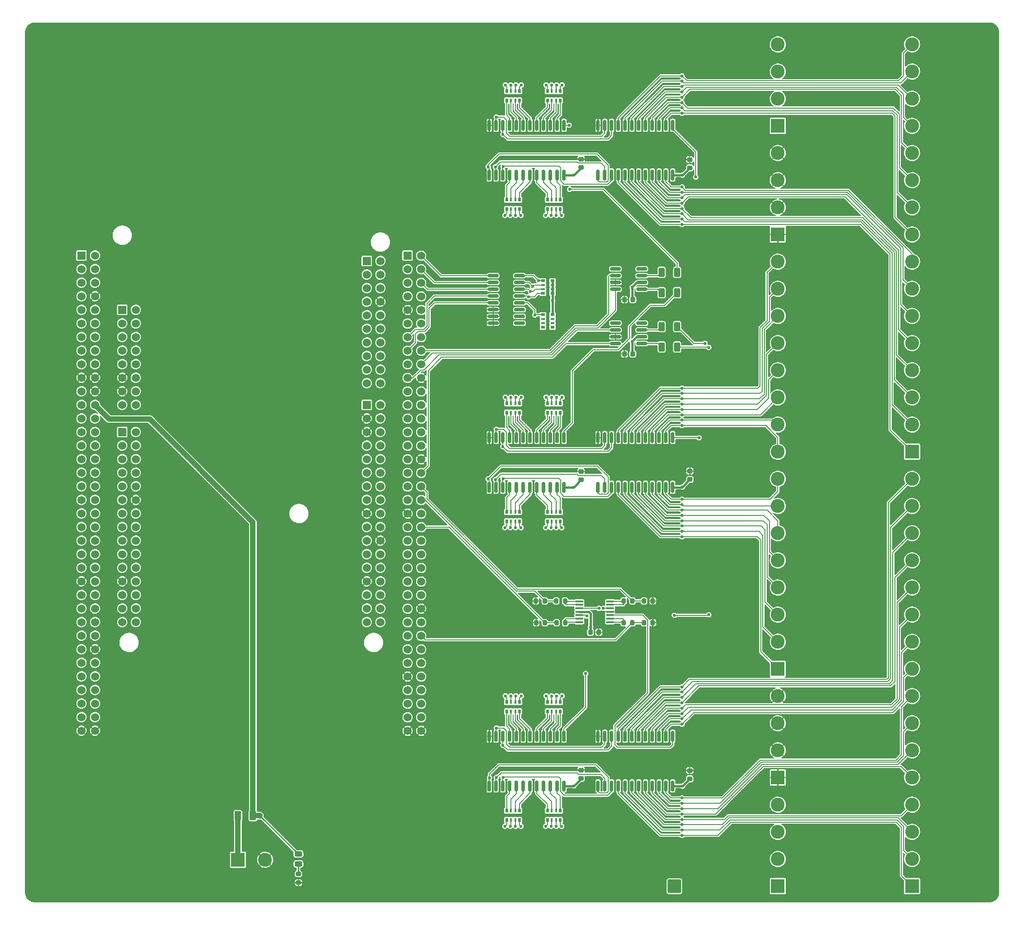
<source format=gbr>
%TF.GenerationSoftware,KiCad,Pcbnew,(5.99.0-10483-ga6ad7a4a70)*%
%TF.CreationDate,2021-07-25T14:43:04+03:00*%
%TF.ProjectId,digital_inputs,64696769-7461-46c5-9f69-6e707574732e,rev?*%
%TF.SameCoordinates,Original*%
%TF.FileFunction,Copper,L1,Top*%
%TF.FilePolarity,Positive*%
%FSLAX46Y46*%
G04 Gerber Fmt 4.6, Leading zero omitted, Abs format (unit mm)*
G04 Created by KiCad (PCBNEW (5.99.0-10483-ga6ad7a4a70)) date 2021-07-25 14:43:04*
%MOMM*%
%LPD*%
G01*
G04 APERTURE LIST*
G04 Aperture macros list*
%AMRoundRect*
0 Rectangle with rounded corners*
0 $1 Rounding radius*
0 $2 $3 $4 $5 $6 $7 $8 $9 X,Y pos of 4 corners*
0 Add a 4 corners polygon primitive as box body*
4,1,4,$2,$3,$4,$5,$6,$7,$8,$9,$2,$3,0*
0 Add four circle primitives for the rounded corners*
1,1,$1+$1,$2,$3*
1,1,$1+$1,$4,$5*
1,1,$1+$1,$6,$7*
1,1,$1+$1,$8,$9*
0 Add four rect primitives between the rounded corners*
20,1,$1+$1,$2,$3,$4,$5,0*
20,1,$1+$1,$4,$5,$6,$7,0*
20,1,$1+$1,$6,$7,$8,$9,0*
20,1,$1+$1,$8,$9,$2,$3,0*%
G04 Aperture macros list end*
%TA.AperFunction,ComponentPad*%
%ADD10C,0.800000*%
%TD*%
%TA.AperFunction,ComponentPad*%
%ADD11C,6.400000*%
%TD*%
%TA.AperFunction,ComponentPad*%
%ADD12R,2.600000X2.600000*%
%TD*%
%TA.AperFunction,ComponentPad*%
%ADD13C,2.600000*%
%TD*%
%TA.AperFunction,SMDPad,CuDef*%
%ADD14RoundRect,0.243750X0.456250X-0.243750X0.456250X0.243750X-0.456250X0.243750X-0.456250X-0.243750X0*%
%TD*%
%TA.AperFunction,SMDPad,CuDef*%
%ADD15RoundRect,0.250000X0.312500X0.625000X-0.312500X0.625000X-0.312500X-0.625000X0.312500X-0.625000X0*%
%TD*%
%TA.AperFunction,SMDPad,CuDef*%
%ADD16R,0.500000X0.800000*%
%TD*%
%TA.AperFunction,SMDPad,CuDef*%
%ADD17R,0.400000X0.800000*%
%TD*%
%TA.AperFunction,SMDPad,CuDef*%
%ADD18RoundRect,0.200000X-0.200000X-0.275000X0.200000X-0.275000X0.200000X0.275000X-0.200000X0.275000X0*%
%TD*%
%TA.AperFunction,SMDPad,CuDef*%
%ADD19RoundRect,0.225000X0.225000X0.250000X-0.225000X0.250000X-0.225000X-0.250000X0.225000X-0.250000X0*%
%TD*%
%TA.AperFunction,SMDPad,CuDef*%
%ADD20RoundRect,0.100000X-0.637500X-0.100000X0.637500X-0.100000X0.637500X0.100000X-0.637500X0.100000X0*%
%TD*%
%TA.AperFunction,SMDPad,CuDef*%
%ADD21RoundRect,0.250000X0.375000X0.625000X-0.375000X0.625000X-0.375000X-0.625000X0.375000X-0.625000X0*%
%TD*%
%TA.AperFunction,SMDPad,CuDef*%
%ADD22RoundRect,0.200000X0.200000X0.275000X-0.200000X0.275000X-0.200000X-0.275000X0.200000X-0.275000X0*%
%TD*%
%TA.AperFunction,SMDPad,CuDef*%
%ADD23RoundRect,0.225000X-0.250000X0.225000X-0.250000X-0.225000X0.250000X-0.225000X0.250000X0.225000X0*%
%TD*%
%TA.AperFunction,SMDPad,CuDef*%
%ADD24RoundRect,0.150000X-0.150000X0.875000X-0.150000X-0.875000X0.150000X-0.875000X0.150000X0.875000X0*%
%TD*%
%TA.AperFunction,SMDPad,CuDef*%
%ADD25RoundRect,0.200000X0.275000X-0.200000X0.275000X0.200000X-0.275000X0.200000X-0.275000X-0.200000X0*%
%TD*%
%TA.AperFunction,SMDPad,CuDef*%
%ADD26R,0.800000X0.500000*%
%TD*%
%TA.AperFunction,SMDPad,CuDef*%
%ADD27R,0.800000X0.400000*%
%TD*%
%TA.AperFunction,ComponentPad*%
%ADD28R,1.530000X1.530000*%
%TD*%
%TA.AperFunction,ComponentPad*%
%ADD29C,1.530000*%
%TD*%
%TA.AperFunction,SMDPad,CuDef*%
%ADD30RoundRect,0.150000X-0.825000X-0.150000X0.825000X-0.150000X0.825000X0.150000X-0.825000X0.150000X0*%
%TD*%
%TA.AperFunction,ComponentPad*%
%ADD31RoundRect,0.249999X-1.025001X-1.025001X1.025001X-1.025001X1.025001X1.025001X-1.025001X1.025001X0*%
%TD*%
%TA.AperFunction,ViaPad*%
%ADD32C,0.600000*%
%TD*%
%TA.AperFunction,Conductor*%
%ADD33C,0.400000*%
%TD*%
%TA.AperFunction,Conductor*%
%ADD34C,1.000000*%
%TD*%
%TA.AperFunction,Conductor*%
%ADD35C,0.250000*%
%TD*%
%TA.AperFunction,Conductor*%
%ADD36C,0.200000*%
%TD*%
G04 APERTURE END LIST*
D10*
%TO.P,J12,1,Pin_1*%
%TO.N,GND*%
X208000000Y-206100000D03*
X206302944Y-206802944D03*
X205600000Y-208500000D03*
X206302944Y-210197056D03*
D11*
X208000000Y-208500000D03*
D10*
X209697056Y-210197056D03*
X209697056Y-206802944D03*
X210400000Y-208500000D03*
X208000000Y-210900000D03*
%TD*%
D12*
%TO.P,J6,1,Pin_1*%
%TO.N,GND*%
X267925000Y-188459999D03*
D13*
%TO.P,J6,2,Pin_2*%
X267925000Y-183379999D03*
%TO.P,J6,3,Pin_3*%
X267925000Y-178299999D03*
%TO.P,J6,4,Pin_4*%
X267925000Y-173219999D03*
%TD*%
D14*
%TO.P,D1,1,K*%
%TO.N,Net-(D1-Pad1)*%
X178300000Y-204637500D03*
%TO.P,D1,2,A*%
%TO.N,+12V*%
X178300000Y-202762500D03*
%TD*%
D12*
%TO.P,J5,1,Pin_1*%
%TO.N,Net-(F1-Pad2)*%
X167005000Y-203835000D03*
D13*
%TO.P,J5,2,Pin_2*%
%TO.N,GND*%
X172085000Y-203835000D03*
%TD*%
D15*
%TO.P,R1,1*%
%TO.N,Net-(R1-Pad1)*%
X249112500Y-93940000D03*
%TO.P,R1,2*%
%TO.N,Net-(R1-Pad2)*%
X246187500Y-93940000D03*
%TD*%
D16*
%TO.P,RN12,1,R1.1*%
%TO.N,/TST48*%
X217240000Y-196440000D03*
D17*
%TO.P,RN12,2,R2.1*%
%TO.N,/TST47*%
X218040000Y-196440000D03*
%TO.P,RN12,3,R3.1*%
%TO.N,/TST46*%
X218840000Y-196440000D03*
D16*
%TO.P,RN12,4,R4.1*%
%TO.N,/TST45*%
X219640000Y-196440000D03*
%TO.P,RN12,5,R4.2*%
%TO.N,Net-(RN12-Pad5)*%
X219640000Y-194640000D03*
D17*
%TO.P,RN12,6,R3.2*%
%TO.N,Net-(RN12-Pad6)*%
X218840000Y-194640000D03*
%TO.P,RN12,7,R2.2*%
%TO.N,Net-(RN12-Pad7)*%
X218040000Y-194640000D03*
D16*
%TO.P,RN12,8,R1.2*%
%TO.N,Net-(RN12-Pad8)*%
X217240000Y-194640000D03*
%TD*%
D18*
%TO.P,R7,1*%
%TO.N,GND*%
X222740000Y-159500000D03*
%TO.P,R7,2*%
%TO.N,/IN3*%
X224390000Y-159500000D03*
%TD*%
D19*
%TO.P,C8,1*%
%TO.N,+12V*%
X240805000Y-99020000D03*
%TO.P,C8,2*%
%TO.N,GND*%
X239255000Y-99020000D03*
%TD*%
D16*
%TO.P,RN9,1,R1.1*%
%TO.N,/TST36*%
X219640000Y-174320000D03*
D17*
%TO.P,RN9,2,R2.1*%
%TO.N,/TST35*%
X218840000Y-174320000D03*
%TO.P,RN9,3,R3.1*%
%TO.N,/TST34*%
X218040000Y-174320000D03*
D16*
%TO.P,RN9,4,R4.1*%
%TO.N,/TST33*%
X217240000Y-174320000D03*
%TO.P,RN9,5,R4.2*%
%TO.N,Net-(RN9-Pad5)*%
X217240000Y-176120000D03*
D17*
%TO.P,RN9,6,R3.2*%
%TO.N,Net-(RN9-Pad6)*%
X218040000Y-176120000D03*
%TO.P,RN9,7,R2.2*%
%TO.N,Net-(RN9-Pad7)*%
X218840000Y-176120000D03*
D16*
%TO.P,RN9,8,R1.2*%
%TO.N,Net-(RN9-Pad8)*%
X219640000Y-176120000D03*
%TD*%
D15*
%TO.P,R12,1*%
%TO.N,/TST49*%
X249112500Y-107910000D03*
%TO.P,R12,2*%
%TO.N,Net-(R12-Pad2)*%
X246187500Y-107910000D03*
%TD*%
D20*
%TO.P,U1,1*%
%TO.N,Net-(R4-Pad2)*%
X230817500Y-155490000D03*
%TO.P,U1,2,-*%
X230817500Y-156140000D03*
%TO.P,U1,3,+*%
%TO.N,Net-(U1-Pad3)*%
X230817500Y-156790000D03*
%TO.P,U1,4,V+*%
%TO.N,+12V*%
X230817500Y-157440000D03*
%TO.P,U1,5,+*%
%TO.N,/TST49*%
X230817500Y-158090000D03*
%TO.P,U1,6,-*%
%TO.N,Net-(R6-Pad2)*%
X230817500Y-158740000D03*
%TO.P,U1,7*%
X230817500Y-159390000D03*
%TO.P,U1,8*%
%TO.N,Net-(R8-Pad2)*%
X236542500Y-159390000D03*
%TO.P,U1,9,-*%
X236542500Y-158740000D03*
%TO.P,U1,10,+*%
%TO.N,Net-(U1-Pad10)*%
X236542500Y-158090000D03*
%TO.P,U1,11,V-*%
%TO.N,GND*%
X236542500Y-157440000D03*
%TO.P,U1,12,+*%
%TO.N,Net-(U1-Pad12)*%
X236542500Y-156790000D03*
%TO.P,U1,13,-*%
%TO.N,Net-(R10-Pad2)*%
X236542500Y-156140000D03*
%TO.P,U1,14*%
X236542500Y-155490000D03*
%TD*%
D21*
%TO.P,F1,1*%
%TO.N,+12V*%
X169800000Y-195580000D03*
%TO.P,F1,2*%
%TO.N,Net-(F1-Pad2)*%
X167000000Y-195580000D03*
%TD*%
D22*
%TO.P,R11,1*%
%TO.N,GND*%
X244560000Y-155400000D03*
%TO.P,R11,2*%
%TO.N,/IN1*%
X242910000Y-155400000D03*
%TD*%
D10*
%TO.P,J10,1,Pin_1*%
%TO.N,GND*%
X206100000Y-129500000D03*
X210900000Y-129500000D03*
X210197056Y-131197056D03*
X208500000Y-131900000D03*
X206802944Y-131197056D03*
D11*
X208500000Y-129500000D03*
D10*
X206802944Y-127802944D03*
X210197056Y-127802944D03*
X208500000Y-127100000D03*
%TD*%
D12*
%TO.P,J7,1,Pin_1*%
%TO.N,GND*%
X267925000Y-86860000D03*
D13*
%TO.P,J7,2,Pin_2*%
X267925000Y-81780000D03*
%TO.P,J7,3,Pin_3*%
X267925000Y-76700000D03*
%TO.P,J7,4,Pin_4*%
X267925000Y-71620000D03*
%TD*%
D19*
%TO.P,C9,1*%
%TO.N,+12V*%
X240805000Y-109180000D03*
%TO.P,C9,2*%
%TO.N,GND*%
X239255000Y-109180000D03*
%TD*%
D12*
%TO.P,J8,1,Pin_1*%
%TO.N,+12V*%
X267925000Y-66540000D03*
D13*
%TO.P,J8,2,Pin_2*%
X267925000Y-61460000D03*
%TO.P,J8,3,Pin_3*%
X267925000Y-56380000D03*
%TO.P,J8,4,Pin_4*%
X267925000Y-51300000D03*
%TD*%
D23*
%TO.P,C2,1*%
%TO.N,GND*%
X251460000Y-72845000D03*
%TO.P,C2,2*%
%TO.N,+12V*%
X251460000Y-74395000D03*
%TD*%
D12*
%TO.P,J3,1,Pin_1*%
%TO.N,/TST48*%
X293020000Y-208780000D03*
D13*
%TO.P,J3,2,Pin_2*%
%TO.N,/TST47*%
X293020000Y-203700000D03*
%TO.P,J3,3,Pin_3*%
%TO.N,/TST46*%
X293020000Y-198620000D03*
%TO.P,J3,4,Pin_4*%
%TO.N,/TST45*%
X293020000Y-193540000D03*
%TO.P,J3,5,Pin_5*%
%TO.N,/TST44*%
X293020000Y-188460000D03*
%TO.P,J3,6,Pin_6*%
%TO.N,/TST43*%
X293020000Y-183380000D03*
%TO.P,J3,7,Pin_7*%
%TO.N,/TST42*%
X293020000Y-178300000D03*
%TO.P,J3,8,Pin_8*%
%TO.N,/TST41*%
X293020000Y-173220000D03*
%TO.P,J3,9,Pin_9*%
%TO.N,/TST40*%
X293020000Y-168140000D03*
%TO.P,J3,10,Pin_10*%
%TO.N,/TST39*%
X293020000Y-163060000D03*
%TO.P,J3,11,Pin_11*%
%TO.N,/TST38*%
X293020000Y-157980000D03*
%TO.P,J3,12,Pin_12*%
%TO.N,/TST37*%
X293020000Y-152900000D03*
%TO.P,J3,13,Pin_13*%
%TO.N,/TST36*%
X293020000Y-147820000D03*
%TO.P,J3,14,Pin_14*%
%TO.N,/TST35*%
X293020000Y-142740000D03*
%TO.P,J3,15,Pin_15*%
%TO.N,/TST34*%
X293020000Y-137660000D03*
%TO.P,J3,16,Pin_16*%
%TO.N,/TST33*%
X293020000Y-132580000D03*
%TD*%
D18*
%TO.P,R5,1*%
%TO.N,GND*%
X222695000Y-155400000D03*
%TO.P,R5,2*%
%TO.N,/IN0*%
X224345000Y-155400000D03*
%TD*%
D10*
%TO.P,J16,1,Pin_1*%
%TO.N,GND*%
X305914214Y-206100000D03*
D11*
X305914214Y-208500000D03*
D10*
X308314214Y-208500000D03*
X304217158Y-210197056D03*
X307611270Y-206802944D03*
X305914214Y-210900000D03*
X303514214Y-208500000D03*
X304217158Y-206802944D03*
X307611270Y-210197056D03*
%TD*%
D24*
%TO.P,U2,1,X*%
%TO.N,Net-(U1-Pad3)*%
X248285000Y-66430000D03*
%TO.P,U2,2,X7*%
%TO.N,/TST8*%
X247015000Y-66430000D03*
%TO.P,U2,3,X6*%
%TO.N,/TST7*%
X245745000Y-66430000D03*
%TO.P,U2,4,X5*%
%TO.N,/TST6*%
X244475000Y-66430000D03*
%TO.P,U2,5,X4*%
%TO.N,/TST5*%
X243205000Y-66430000D03*
%TO.P,U2,6,X3*%
%TO.N,/TST4*%
X241935000Y-66430000D03*
%TO.P,U2,7,X2*%
%TO.N,/TST3*%
X240665000Y-66430000D03*
%TO.P,U2,8,X1*%
%TO.N,/TST2*%
X239395000Y-66430000D03*
%TO.P,U2,9,X0*%
%TO.N,/TST1*%
X238125000Y-66430000D03*
%TO.P,U2,10,A*%
%TO.N,/A0*%
X236855000Y-66430000D03*
%TO.P,U2,11,B*%
%TO.N,/A1*%
X235585000Y-66430000D03*
%TO.P,U2,12,VSS*%
%TO.N,GND*%
X234315000Y-66430000D03*
%TO.P,U2,13,D*%
%TO.N,/A3*%
X234315000Y-75730000D03*
%TO.P,U2,14,C*%
%TO.N,/A2*%
X235585000Y-75730000D03*
%TO.P,U2,15,INH*%
%TO.N,/OFF*%
X236855000Y-75730000D03*
%TO.P,U2,16,X15*%
%TO.N,/TST16*%
X238125000Y-75730000D03*
%TO.P,U2,17,X14*%
%TO.N,/TST15*%
X239395000Y-75730000D03*
%TO.P,U2,18,X13*%
%TO.N,/TST14*%
X240665000Y-75730000D03*
%TO.P,U2,19,X12*%
%TO.N,/TST13*%
X241935000Y-75730000D03*
%TO.P,U2,20,X11*%
%TO.N,/TST12*%
X243205000Y-75730000D03*
%TO.P,U2,21,X10*%
%TO.N,/TST11*%
X244475000Y-75730000D03*
%TO.P,U2,22,X9*%
%TO.N,/TST10*%
X245745000Y-75730000D03*
%TO.P,U2,23,X8*%
%TO.N,/TST9*%
X247015000Y-75730000D03*
%TO.P,U2,24,VDD*%
%TO.N,+12V*%
X248285000Y-75730000D03*
%TD*%
D16*
%TO.P,RN3,1,R1.1*%
%TO.N,Net-(RN3-Pad1)*%
X227260000Y-80340000D03*
D17*
%TO.P,RN3,2,R2.1*%
%TO.N,Net-(RN3-Pad2)*%
X226460000Y-80340000D03*
%TO.P,RN3,3,R3.1*%
%TO.N,Net-(RN3-Pad3)*%
X225660000Y-80340000D03*
D16*
%TO.P,RN3,4,R4.1*%
%TO.N,Net-(RN3-Pad4)*%
X224860000Y-80340000D03*
%TO.P,RN3,5,R4.2*%
%TO.N,/TST12*%
X224860000Y-82140000D03*
D17*
%TO.P,RN3,6,R3.2*%
%TO.N,/TST11*%
X225660000Y-82140000D03*
%TO.P,RN3,7,R2.2*%
%TO.N,/TST10*%
X226460000Y-82140000D03*
D16*
%TO.P,RN3,8,R1.2*%
%TO.N,/TST9*%
X227260000Y-82140000D03*
%TD*%
D24*
%TO.P,U4,1,X*%
%TO.N,Net-(U1-Pad10)*%
X248285000Y-180730000D03*
%TO.P,U4,2,X7*%
%TO.N,/TST40*%
X247015000Y-180730000D03*
%TO.P,U4,3,X6*%
%TO.N,/TST39*%
X245745000Y-180730000D03*
%TO.P,U4,4,X5*%
%TO.N,/TST38*%
X244475000Y-180730000D03*
%TO.P,U4,5,X4*%
%TO.N,/TST37*%
X243205000Y-180730000D03*
%TO.P,U4,6,X3*%
%TO.N,/TST36*%
X241935000Y-180730000D03*
%TO.P,U4,7,X2*%
%TO.N,/TST35*%
X240665000Y-180730000D03*
%TO.P,U4,8,X1*%
%TO.N,/TST34*%
X239395000Y-180730000D03*
%TO.P,U4,9,X0*%
%TO.N,/TST33*%
X238125000Y-180730000D03*
%TO.P,U4,10,A*%
%TO.N,/A0*%
X236855000Y-180730000D03*
%TO.P,U4,11,B*%
%TO.N,/A1*%
X235585000Y-180730000D03*
%TO.P,U4,12,VSS*%
%TO.N,GND*%
X234315000Y-180730000D03*
%TO.P,U4,13,D*%
%TO.N,/A3*%
X234315000Y-190030000D03*
%TO.P,U4,14,C*%
%TO.N,/A2*%
X235585000Y-190030000D03*
%TO.P,U4,15,INH*%
%TO.N,/OFF*%
X236855000Y-190030000D03*
%TO.P,U4,16,X15*%
%TO.N,/TST48*%
X238125000Y-190030000D03*
%TO.P,U4,17,X14*%
%TO.N,/TST47*%
X239395000Y-190030000D03*
%TO.P,U4,18,X13*%
%TO.N,/TST46*%
X240665000Y-190030000D03*
%TO.P,U4,19,X12*%
%TO.N,/TST45*%
X241935000Y-190030000D03*
%TO.P,U4,20,X11*%
%TO.N,/TST44*%
X243205000Y-190030000D03*
%TO.P,U4,21,X10*%
%TO.N,/TST43*%
X244475000Y-190030000D03*
%TO.P,U4,22,X9*%
%TO.N,/TST42*%
X245745000Y-190030000D03*
%TO.P,U4,23,X8*%
%TO.N,/TST41*%
X247015000Y-190030000D03*
%TO.P,U4,24,VDD*%
%TO.N,+12V*%
X248285000Y-190030000D03*
%TD*%
D16*
%TO.P,RN10,1,R1.1*%
%TO.N,/TST40*%
X227260000Y-174320000D03*
D17*
%TO.P,RN10,2,R2.1*%
%TO.N,/TST39*%
X226460000Y-174320000D03*
%TO.P,RN10,3,R3.1*%
%TO.N,/TST38*%
X225660000Y-174320000D03*
D16*
%TO.P,RN10,4,R4.1*%
%TO.N,/TST37*%
X224860000Y-174320000D03*
%TO.P,RN10,5,R4.2*%
%TO.N,Net-(RN10-Pad5)*%
X224860000Y-176120000D03*
D17*
%TO.P,RN10,6,R3.2*%
%TO.N,Net-(RN10-Pad6)*%
X225660000Y-176120000D03*
%TO.P,RN10,7,R2.2*%
%TO.N,Net-(RN10-Pad7)*%
X226460000Y-176120000D03*
D16*
%TO.P,RN10,8,R1.2*%
%TO.N,Net-(RN10-Pad8)*%
X227260000Y-176120000D03*
%TD*%
D23*
%TO.P,C7,1*%
%TO.N,GND*%
X231140000Y-187050000D03*
%TO.P,C7,2*%
%TO.N,+12V*%
X231140000Y-188600000D03*
%TD*%
D10*
%TO.P,J11,1,Pin_1*%
%TO.N,GND*%
X304217158Y-52197056D03*
X305914214Y-48100000D03*
X308314214Y-50500000D03*
D11*
X305914214Y-50500000D03*
D10*
X304217158Y-48802944D03*
X305914214Y-52900000D03*
X307611270Y-48802944D03*
X307611270Y-52197056D03*
X303514214Y-50500000D03*
%TD*%
D25*
%TO.P,R13,1*%
%TO.N,GND*%
X178300000Y-208125000D03*
%TO.P,R13,2*%
%TO.N,Net-(D1-Pad1)*%
X178300000Y-206475000D03*
%TD*%
D26*
%TO.P,RN13,1,R1.1*%
%TO.N,+12V*%
X225810000Y-97890000D03*
D27*
%TO.P,RN13,2,R2.1*%
X225810000Y-97090000D03*
%TO.P,RN13,3,R3.1*%
X225810000Y-96290000D03*
D26*
%TO.P,RN13,4,R4.1*%
X225810000Y-95490000D03*
%TO.P,RN13,5,R4.2*%
%TO.N,/A0*%
X224010000Y-95490000D03*
D27*
%TO.P,RN13,6,R3.2*%
%TO.N,/A1*%
X224010000Y-96290000D03*
%TO.P,RN13,7,R2.2*%
%TO.N,/A2*%
X224010000Y-97090000D03*
D26*
%TO.P,RN13,8,R1.2*%
%TO.N,/A3*%
X224010000Y-97890000D03*
%TD*%
D28*
%TO.P,U11,CN7_1,D16/I2S_A_MCK*%
%TO.N,unconnected-(U11-PadCN7_1)*%
X191090000Y-91816000D03*
D29*
%TO.P,U11,CN7_2,D15/I2C_A_SCL*%
%TO.N,unconnected-(U11-PadCN7_2)*%
X193630000Y-91816000D03*
%TO.P,U11,CN7_3,D17/I2S_A_SD*%
%TO.N,unconnected-(U11-PadCN7_3)*%
X191090000Y-94356000D03*
%TO.P,U11,CN7_4,D14/I2C_A_SDA*%
%TO.N,unconnected-(U11-PadCN7_4)*%
X193630000Y-94356000D03*
%TO.P,U11,CN7_5,D18/I2S_A_CK*%
%TO.N,unconnected-(U11-PadCN7_5)*%
X191090000Y-96896000D03*
%TO.P,U11,CN7_6,AREF*%
%TO.N,unconnected-(U11-PadCN7_6)*%
X193630000Y-96896000D03*
%TO.P,U11,CN7_7,D19/I2S_A_WS*%
%TO.N,unconnected-(U11-PadCN7_7)*%
X191090000Y-99436000D03*
%TO.P,U11,CN7_8,GND_CN7*%
%TO.N,GND*%
X193630000Y-99436000D03*
%TO.P,U11,CN7_9,D20/I2S_B_WS*%
%TO.N,unconnected-(U11-PadCN7_9)*%
X191090000Y-101976000D03*
%TO.P,U11,CN7_10,D13/SPI_A_SCK*%
%TO.N,unconnected-(U11-PadCN7_10)*%
X193630000Y-101976000D03*
%TO.P,U11,CN7_11,D21/I2S_B_MCK*%
%TO.N,unconnected-(U11-PadCN7_11)*%
X191090000Y-104516000D03*
%TO.P,U11,CN7_12,D12/SPI_A_MISO*%
%TO.N,unconnected-(U11-PadCN7_12)*%
X193630000Y-104516000D03*
%TO.P,U11,CN7_13,D22/I2S_B_SD/SPI_B_MOSI*%
%TO.N,unconnected-(U11-PadCN7_13)*%
X191090000Y-107056000D03*
%TO.P,U11,CN7_14,D11/SPI_A_MOSI/TIM_E_PWM1*%
%TO.N,unconnected-(U11-PadCN7_14)*%
X193630000Y-107056000D03*
%TO.P,U11,CN7_15,D23/I2S_B_CK/SPI_B_SCK*%
%TO.N,unconnected-(U11-PadCN7_15)*%
X191090000Y-109596000D03*
%TO.P,U11,CN7_16,D10/SPI_A_CS/TIM_B_PWM3*%
%TO.N,unconnected-(U11-PadCN7_16)*%
X193630000Y-109596000D03*
%TO.P,U11,CN7_17,D24/SPI_B_NSS*%
%TO.N,unconnected-(U11-PadCN7_17)*%
X191090000Y-112136000D03*
%TO.P,U11,CN7_18,D9/TIMER_B_PWM2*%
%TO.N,unconnected-(U11-PadCN7_18)*%
X193630000Y-112136000D03*
%TO.P,U11,CN7_19,D25/SPI_B_MISO*%
%TO.N,unconnected-(U11-PadCN7_19)*%
X191090000Y-114676000D03*
%TO.P,U11,CN7_20,D8/IO*%
%TO.N,unconnected-(U11-PadCN7_20)*%
X193630000Y-114676000D03*
D28*
%TO.P,U11,CN8_1,NC_CN8*%
%TO.N,unconnected-(U11-PadCN8_1)*%
X145370000Y-100960000D03*
D29*
%TO.P,U11,CN8_2,D43/SDMMC_D0*%
%TO.N,unconnected-(U11-PadCN8_2)*%
X147910000Y-100960000D03*
%TO.P,U11,CN8_3,IOREF_CN8*%
%TO.N,unconnected-(U11-PadCN8_3)*%
X145370000Y-103500000D03*
%TO.P,U11,CN8_4,D44/SDMMC_D1/I2S_A_CKIN*%
%TO.N,unconnected-(U11-PadCN8_4)*%
X147910000Y-103500000D03*
%TO.P,U11,CN8_5,RESET_CN8*%
%TO.N,unconnected-(U11-PadCN8_5)*%
X145370000Y-106040000D03*
%TO.P,U11,CN8_6,D45/SDMMC_D2*%
%TO.N,unconnected-(U11-PadCN8_6)*%
X147910000Y-106040000D03*
%TO.P,U11,CN8_7,+3V3_CN8*%
%TO.N,unconnected-(U11-PadCN8_7)*%
X145370000Y-108580000D03*
%TO.P,U11,CN8_8,D46/SDMMC_D3*%
%TO.N,unconnected-(U11-PadCN8_8)*%
X147910000Y-108580000D03*
%TO.P,U11,CN8_9,+5V_CN8*%
%TO.N,unconnected-(U11-PadCN8_9)*%
X145370000Y-111120000D03*
%TO.P,U11,CN8_10,D47/SDMMC_CK*%
%TO.N,unconnected-(U11-PadCN8_10)*%
X147910000Y-111120000D03*
%TO.P,U11,CN8_11,GND_CN8*%
%TO.N,GND*%
X145370000Y-113660000D03*
%TO.P,U11,CN8_12,D48/SDMMC_CMD*%
%TO.N,unconnected-(U11-PadCN8_12)*%
X147910000Y-113660000D03*
%TO.P,U11,CN8_13,GND_CN8*%
%TO.N,GND*%
X145370000Y-116200000D03*
%TO.P,U11,CN8_14,D49/IO*%
%TO.N,unconnected-(U11-PadCN8_14)*%
X147910000Y-116200000D03*
%TO.P,U11,CN8_15,VIN_CN8*%
%TO.N,unconnected-(U11-PadCN8_15)*%
X145370000Y-118740000D03*
%TO.P,U11,CN8_16,D50/IO*%
%TO.N,unconnected-(U11-PadCN8_16)*%
X147910000Y-118740000D03*
D28*
%TO.P,U11,CN9_1,A0/ADC123_IN3*%
%TO.N,unconnected-(U11-PadCN9_1)*%
X145370000Y-123820000D03*
D29*
%TO.P,U11,CN9_2,D51/USART_B_SCLK*%
%TO.N,unconnected-(U11-PadCN9_2)*%
X147910000Y-123820000D03*
%TO.P,U11,CN9_3,A1/ADC123_IN10*%
%TO.N,unconnected-(U11-PadCN9_3)*%
X145370000Y-126360000D03*
%TO.P,U11,CN9_4,D52/USART_B_RX*%
%TO.N,unconnected-(U11-PadCN9_4)*%
X147910000Y-126360000D03*
%TO.P,U11,CN9_5,A2/ADC123_IN13*%
%TO.N,unconnected-(U11-PadCN9_5)*%
X145370000Y-128900000D03*
%TO.P,U11,CN9_6,D53/USART_B_TX*%
%TO.N,unconnected-(U11-PadCN9_6)*%
X147910000Y-128900000D03*
%TO.P,U11,CN9_7,A3/ADC3_IN9*%
%TO.N,unconnected-(U11-PadCN9_7)*%
X145370000Y-131440000D03*
%TO.P,U11,CN9_8,D54/USART_B_RTS*%
%TO.N,unconnected-(U11-PadCN9_8)*%
X147910000Y-131440000D03*
%TO.P,U11,CN9_9,A4/ADC3_IN15/I2C1_SDA*%
%TO.N,unconnected-(U11-PadCN9_9)*%
X145370000Y-133980000D03*
%TO.P,U11,CN9_10,D55/USART_B_CTS*%
%TO.N,unconnected-(U11-PadCN9_10)*%
X147910000Y-133980000D03*
%TO.P,U11,CN9_11,A5/ADC3_IN8/I2C1_SCL*%
%TO.N,unconnected-(U11-PadCN9_11)*%
X145370000Y-136520000D03*
%TO.P,U11,CN9_12,GND_CN9*%
%TO.N,GND*%
X147910000Y-136520000D03*
%TO.P,U11,CN9_13,D72/NC*%
%TO.N,unconnected-(U11-PadCN9_13)*%
X145370000Y-139060000D03*
%TO.P,U11,CN9_14,D56/SAI_A_MCLK*%
%TO.N,unconnected-(U11-PadCN9_14)*%
X147910000Y-139060000D03*
%TO.P,U11,CN9_15,D71/IO*%
%TO.N,unconnected-(U11-PadCN9_15)*%
X145370000Y-141600000D03*
%TO.P,U11,CN9_16,D57/SAI_A_FS*%
%TO.N,unconnected-(U11-PadCN9_16)*%
X147910000Y-141600000D03*
%TO.P,U11,CN9_17,D70/I2C_B_SMBA*%
%TO.N,unconnected-(U11-PadCN9_17)*%
X145370000Y-144140000D03*
%TO.P,U11,CN9_18,D58/SAI_A_SCK*%
%TO.N,unconnected-(U11-PadCN9_18)*%
X147910000Y-144140000D03*
%TO.P,U11,CN9_19,D69/I2C_B_SCL*%
%TO.N,unconnected-(U11-PadCN9_19)*%
X145370000Y-146680000D03*
%TO.P,U11,CN9_20,D59/SAI_A_SD*%
%TO.N,unconnected-(U11-PadCN9_20)*%
X147910000Y-146680000D03*
%TO.P,U11,CN9_21,D68/I2C_B_SDA*%
%TO.N,unconnected-(U11-PadCN9_21)*%
X145370000Y-149220000D03*
%TO.P,U11,CN9_22,D60/SAI_B_SD*%
%TO.N,unconnected-(U11-PadCN9_22)*%
X147910000Y-149220000D03*
%TO.P,U11,CN9_23,GND_CN9*%
%TO.N,GND*%
X145370000Y-151760000D03*
%TO.P,U11,CN9_24,D61/SAI_B_SCK*%
%TO.N,unconnected-(U11-PadCN9_24)*%
X147910000Y-151760000D03*
%TO.P,U11,CN9_25,D67/CAN_RX*%
%TO.N,unconnected-(U11-PadCN9_25)*%
X145370000Y-154300000D03*
%TO.P,U11,CN9_26,D62/SAI_B_MCLK*%
%TO.N,unconnected-(U11-PadCN9_26)*%
X147910000Y-154300000D03*
%TO.P,U11,CN9_27,D66/CAN_TX*%
%TO.N,unconnected-(U11-PadCN9_27)*%
X145370000Y-156840000D03*
%TO.P,U11,CN9_28,D63/SAI_B_FS*%
%TO.N,unconnected-(U11-PadCN9_28)*%
X147910000Y-156840000D03*
%TO.P,U11,CN9_29,D65/IO*%
%TO.N,unconnected-(U11-PadCN9_29)*%
X145370000Y-159380000D03*
%TO.P,U11,CN9_30,D64/IO*%
%TO.N,unconnected-(U11-PadCN9_30)*%
X147910000Y-159380000D03*
D28*
%TO.P,U11,CN10_1,AVDD_CN10*%
%TO.N,unconnected-(U11-PadCN10_1)*%
X191090000Y-118740000D03*
D29*
%TO.P,U11,CN10_2,D7/IO*%
%TO.N,unconnected-(U11-PadCN10_2)*%
X193630000Y-118740000D03*
%TO.P,U11,CN10_3,AGND_CN10*%
%TO.N,GND*%
X191090000Y-121280000D03*
%TO.P,U11,CN10_4,D6/TIMER_A_PWM1*%
%TO.N,unconnected-(U11-PadCN10_4)*%
X193630000Y-121280000D03*
%TO.P,U11,CN10_5,GND_CN10*%
%TO.N,GND*%
X191090000Y-123820000D03*
%TO.P,U11,CN10_6,D5/TIMER_A_PWM2*%
%TO.N,unconnected-(U11-PadCN10_6)*%
X193630000Y-123820000D03*
%TO.P,U11,CN10_7,A6/ADC_A_IN*%
%TO.N,unconnected-(U11-PadCN10_7)*%
X191090000Y-126360000D03*
%TO.P,U11,CN10_8,D4/IO*%
%TO.N,unconnected-(U11-PadCN10_8)*%
X193630000Y-126360000D03*
%TO.P,U11,CN10_9,A7/ADC_B_IN*%
%TO.N,unconnected-(U11-PadCN10_9)*%
X191090000Y-128900000D03*
%TO.P,U11,CN10_10,D3/TIMER_A_PWM3*%
%TO.N,unconnected-(U11-PadCN10_10)*%
X193630000Y-128900000D03*
%TO.P,U11,CN10_11,A8/ADC_C_IN*%
%TO.N,unconnected-(U11-PadCN10_11)*%
X191090000Y-131440000D03*
%TO.P,U11,CN10_12,D2/IO*%
%TO.N,unconnected-(U11-PadCN10_12)*%
X193630000Y-131440000D03*
%TO.P,U11,CN10_13,D26/IO*%
%TO.N,unconnected-(U11-PadCN10_13)*%
X191090000Y-133980000D03*
%TO.P,U11,CN10_14,D1/USART_A_TX*%
%TO.N,unconnected-(U11-PadCN10_14)*%
X193630000Y-133980000D03*
%TO.P,U11,CN10_15,D27/IO*%
%TO.N,unconnected-(U11-PadCN10_15)*%
X191090000Y-136520000D03*
%TO.P,U11,CN10_16,D0/USART_A_RX*%
%TO.N,unconnected-(U11-PadCN10_16)*%
X193630000Y-136520000D03*
%TO.P,U11,CN10_17,GND_CN10*%
%TO.N,GND*%
X191090000Y-139060000D03*
%TO.P,U11,CN10_18,D42/TIMER_A_PWM1N*%
%TO.N,unconnected-(U11-PadCN10_18)*%
X193630000Y-139060000D03*
%TO.P,U11,CN10_19,D28/IO*%
%TO.N,unconnected-(U11-PadCN10_19)*%
X191090000Y-141600000D03*
%TO.P,U11,CN10_20,D41/TIMER_A_ETR*%
%TO.N,unconnected-(U11-PadCN10_20)*%
X193630000Y-141600000D03*
%TO.P,U11,CN10_21,D29/IO*%
%TO.N,unconnected-(U11-PadCN10_21)*%
X191090000Y-144140000D03*
%TO.P,U11,CN10_22,GND_CN10*%
%TO.N,GND*%
X193630000Y-144140000D03*
%TO.P,U11,CN10_23,D30/IO*%
%TO.N,unconnected-(U11-PadCN10_23)*%
X191090000Y-146680000D03*
%TO.P,U11,CN10_24,D40/TIMER_A_PWM2N*%
%TO.N,unconnected-(U11-PadCN10_24)*%
X193630000Y-146680000D03*
%TO.P,U11,CN10_25,D31/IO*%
%TO.N,unconnected-(U11-PadCN10_25)*%
X191090000Y-149220000D03*
%TO.P,U11,CN10_26,D39/TIMER_A_PWM3N*%
%TO.N,unconnected-(U11-PadCN10_26)*%
X193630000Y-149220000D03*
%TO.P,U11,CN10_27,GND_CN10*%
%TO.N,GND*%
X191090000Y-151760000D03*
%TO.P,U11,CN10_28,D38/IO*%
%TO.N,unconnected-(U11-PadCN10_28)*%
X193630000Y-151760000D03*
%TO.P,U11,CN10_29,D32/TIMER_C_PWM1*%
%TO.N,unconnected-(U11-PadCN10_29)*%
X191090000Y-154300000D03*
%TO.P,U11,CN10_30,D37/TIMER_A_BKIN1*%
%TO.N,unconnected-(U11-PadCN10_30)*%
X193630000Y-154300000D03*
%TO.P,U11,CN10_31,D33/TIMER_D_PWM1*%
%TO.N,unconnected-(U11-PadCN10_31)*%
X191090000Y-156840000D03*
%TO.P,U11,CN10_32,D36/TIMER_C_PWM2*%
%TO.N,unconnected-(U11-PadCN10_32)*%
X193630000Y-156840000D03*
%TO.P,U11,CN10_33,D34/TIMER_B_ETR*%
%TO.N,unconnected-(U11-PadCN10_33)*%
X191090000Y-159380000D03*
%TO.P,U11,CN10_34,D35/TIMER_C_PWM3*%
%TO.N,unconnected-(U11-PadCN10_34)*%
X193630000Y-159380000D03*
D28*
%TO.P,U11,CN11_1,PC10*%
%TO.N,unconnected-(U11-PadCN11_1)*%
X137750000Y-90800000D03*
D29*
%TO.P,U11,CN11_2,PC11*%
%TO.N,unconnected-(U11-PadCN11_2)*%
X140290000Y-90800000D03*
%TO.P,U11,CN11_3,PC12*%
%TO.N,unconnected-(U11-PadCN11_3)*%
X137750000Y-93340000D03*
%TO.P,U11,CN11_4,PD2*%
%TO.N,unconnected-(U11-PadCN11_4)*%
X140290000Y-93340000D03*
%TO.P,U11,CN11_5,VDD*%
%TO.N,unconnected-(U11-PadCN11_5)*%
X137750000Y-95880000D03*
%TO.P,U11,CN11_6,E5V*%
%TO.N,unconnected-(U11-PadCN11_6)*%
X140290000Y-95880000D03*
%TO.P,U11,CN11_7,BOOT0*%
%TO.N,unconnected-(U11-PadCN11_7)*%
X137750000Y-98420000D03*
%TO.P,U11,CN11_8,GND_CN11*%
%TO.N,GND*%
X140290000Y-98420000D03*
%TO.P,U11,CN11_9,PF6*%
%TO.N,unconnected-(U11-PadCN11_9)*%
X137750000Y-100960000D03*
%TO.P,U11,CN11_10,NC*%
%TO.N,unconnected-(U11-PadCN11_10)*%
X140290000Y-100960000D03*
%TO.P,U11,CN11_11,PF7*%
%TO.N,unconnected-(U11-PadCN11_11)*%
X137750000Y-103500000D03*
%TO.P,U11,CN11_12,IOREF*%
%TO.N,unconnected-(U11-PadCN11_12)*%
X140290000Y-103500000D03*
%TO.P,U11,CN11_13,PA13*%
%TO.N,unconnected-(U11-PadCN11_13)*%
X137750000Y-106040000D03*
%TO.P,U11,CN11_14,RESET*%
%TO.N,unconnected-(U11-PadCN11_14)*%
X140290000Y-106040000D03*
%TO.P,U11,CN11_15,PA14*%
%TO.N,unconnected-(U11-PadCN11_15)*%
X137750000Y-108580000D03*
%TO.P,U11,CN11_16,+3V3*%
%TO.N,unconnected-(U11-PadCN11_16)*%
X140290000Y-108580000D03*
%TO.P,U11,CN11_17,PA15*%
%TO.N,unconnected-(U11-PadCN11_17)*%
X137750000Y-111120000D03*
%TO.P,U11,CN11_18,+5V*%
%TO.N,unconnected-(U11-PadCN11_18)*%
X140290000Y-111120000D03*
%TO.P,U11,CN11_19,GND_CN11*%
%TO.N,GND*%
X137750000Y-113660000D03*
%TO.P,U11,CN11_20,GND_CN11*%
X140290000Y-113660000D03*
%TO.P,U11,CN11_21,PB7*%
%TO.N,unconnected-(U11-PadCN11_21)*%
X137750000Y-116200000D03*
%TO.P,U11,CN11_22,GND_CN11*%
%TO.N,GND*%
X140290000Y-116200000D03*
%TO.P,U11,CN11_23,PC13*%
%TO.N,unconnected-(U11-PadCN11_23)*%
X137750000Y-118740000D03*
%TO.P,U11,CN11_24,VIN*%
%TO.N,+12V*%
X140290000Y-118740000D03*
%TO.P,U11,CN11_25,PC14*%
%TO.N,unconnected-(U11-PadCN11_25)*%
X137750000Y-121280000D03*
%TO.P,U11,CN11_26,NC*%
%TO.N,unconnected-(U11-PadCN11_26)*%
X140290000Y-121280000D03*
%TO.P,U11,CN11_27,PC15*%
%TO.N,unconnected-(U11-PadCN11_27)*%
X137750000Y-123820000D03*
%TO.P,U11,CN11_28,PA0*%
%TO.N,unconnected-(U11-PadCN11_28)*%
X140290000Y-123820000D03*
%TO.P,U11,CN11_29,PH0*%
%TO.N,unconnected-(U11-PadCN11_29)*%
X137750000Y-126360000D03*
%TO.P,U11,CN11_30,PA1*%
%TO.N,unconnected-(U11-PadCN11_30)*%
X140290000Y-126360000D03*
%TO.P,U11,CN11_31,PH1*%
%TO.N,unconnected-(U11-PadCN11_31)*%
X137750000Y-128900000D03*
%TO.P,U11,CN11_32,PA4*%
%TO.N,unconnected-(U11-PadCN11_32)*%
X140290000Y-128900000D03*
%TO.P,U11,CN11_33,VBAT*%
%TO.N,unconnected-(U11-PadCN11_33)*%
X137750000Y-131440000D03*
%TO.P,U11,CN11_34,PB0*%
%TO.N,unconnected-(U11-PadCN11_34)*%
X140290000Y-131440000D03*
%TO.P,U11,CN11_35,PC2*%
%TO.N,unconnected-(U11-PadCN11_35)*%
X137750000Y-133980000D03*
%TO.P,U11,CN11_36,PC1*%
%TO.N,unconnected-(U11-PadCN11_36)*%
X140290000Y-133980000D03*
%TO.P,U11,CN11_37,PC3*%
%TO.N,unconnected-(U11-PadCN11_37)*%
X137750000Y-136520000D03*
%TO.P,U11,CN11_38,PC0*%
%TO.N,unconnected-(U11-PadCN11_38)*%
X140290000Y-136520000D03*
%TO.P,U11,CN11_39,PD4*%
%TO.N,unconnected-(U11-PadCN11_39)*%
X137750000Y-139060000D03*
%TO.P,U11,CN11_40,PD3*%
%TO.N,unconnected-(U11-PadCN11_40)*%
X140290000Y-139060000D03*
%TO.P,U11,CN11_41,PD5*%
%TO.N,unconnected-(U11-PadCN11_41)*%
X137750000Y-141600000D03*
%TO.P,U11,CN11_42,PG2*%
%TO.N,unconnected-(U11-PadCN11_42)*%
X140290000Y-141600000D03*
%TO.P,U11,CN11_43,PD6*%
%TO.N,unconnected-(U11-PadCN11_43)*%
X137750000Y-144140000D03*
%TO.P,U11,CN11_44,PG3*%
%TO.N,unconnected-(U11-PadCN11_44)*%
X140290000Y-144140000D03*
%TO.P,U11,CN11_45,PD7*%
%TO.N,unconnected-(U11-PadCN11_45)*%
X137750000Y-146680000D03*
%TO.P,U11,CN11_46,PE2*%
%TO.N,unconnected-(U11-PadCN11_46)*%
X140290000Y-146680000D03*
%TO.P,U11,CN11_47,PE3*%
%TO.N,unconnected-(U11-PadCN11_47)*%
X137750000Y-149220000D03*
%TO.P,U11,CN11_48,PE4*%
%TO.N,unconnected-(U11-PadCN11_48)*%
X140290000Y-149220000D03*
%TO.P,U11,CN11_49,GND_CN11*%
%TO.N,GND*%
X137750000Y-151760000D03*
%TO.P,U11,CN11_50,PE5*%
%TO.N,unconnected-(U11-PadCN11_50)*%
X140290000Y-151760000D03*
%TO.P,U11,CN11_51,PF1*%
%TO.N,unconnected-(U11-PadCN11_51)*%
X137750000Y-154300000D03*
%TO.P,U11,CN11_52,PF2*%
%TO.N,unconnected-(U11-PadCN11_52)*%
X140290000Y-154300000D03*
%TO.P,U11,CN11_53,PF0*%
%TO.N,unconnected-(U11-PadCN11_53)*%
X137750000Y-156840000D03*
%TO.P,U11,CN11_54,PF8*%
%TO.N,unconnected-(U11-PadCN11_54)*%
X140290000Y-156840000D03*
%TO.P,U11,CN11_55,PD1*%
%TO.N,unconnected-(U11-PadCN11_55)*%
X137750000Y-159380000D03*
%TO.P,U11,CN11_56,PF9*%
%TO.N,unconnected-(U11-PadCN11_56)*%
X140290000Y-159380000D03*
%TO.P,U11,CN11_57,PD0*%
%TO.N,unconnected-(U11-PadCN11_57)*%
X137750000Y-161920000D03*
%TO.P,U11,CN11_58,PG1*%
%TO.N,unconnected-(U11-PadCN11_58)*%
X140290000Y-161920000D03*
%TO.P,U11,CN11_59,PG0*%
%TO.N,unconnected-(U11-PadCN11_59)*%
X137750000Y-164460000D03*
%TO.P,U11,CN11_60,GND_CN11*%
%TO.N,GND*%
X140290000Y-164460000D03*
%TO.P,U11,CN11_61,PE1*%
%TO.N,unconnected-(U11-PadCN11_61)*%
X137750000Y-167000000D03*
%TO.P,U11,CN11_62,PE6*%
%TO.N,unconnected-(U11-PadCN11_62)*%
X140290000Y-167000000D03*
%TO.P,U11,CN11_63,PG9*%
%TO.N,unconnected-(U11-PadCN11_63)*%
X137750000Y-169540000D03*
%TO.P,U11,CN11_64,PG15*%
%TO.N,unconnected-(U11-PadCN11_64)*%
X140290000Y-169540000D03*
%TO.P,U11,CN11_65,PG12*%
%TO.N,unconnected-(U11-PadCN11_65)*%
X137750000Y-172080000D03*
%TO.P,U11,CN11_66,PG10*%
%TO.N,unconnected-(U11-PadCN11_66)*%
X140290000Y-172080000D03*
%TO.P,U11,CN11_67,NC*%
%TO.N,unconnected-(U11-PadCN11_67)*%
X137750000Y-174620000D03*
%TO.P,U11,CN11_68,PG13*%
%TO.N,unconnected-(U11-PadCN11_68)*%
X140290000Y-174620000D03*
%TO.P,U11,CN11_69,PD9*%
%TO.N,unconnected-(U11-PadCN11_69)*%
X137750000Y-177160000D03*
%TO.P,U11,CN11_70,PG11*%
%TO.N,unconnected-(U11-PadCN11_70)*%
X140290000Y-177160000D03*
%TO.P,U11,CN11_71,GND_CN11*%
%TO.N,GND*%
X137750000Y-179700000D03*
%TO.P,U11,CN11_72,GND_CN11*%
X140290000Y-179700000D03*
D28*
%TO.P,U11,CN12_1,PC9*%
%TO.N,unconnected-(U11-PadCN12_1)*%
X198710000Y-90820000D03*
D29*
%TO.P,U11,CN12_2,PC8*%
%TO.N,/ADR0*%
X201250000Y-90820000D03*
%TO.P,U11,CN12_3,PB8*%
%TO.N,unconnected-(U11-PadCN12_3)*%
X198710000Y-93360000D03*
%TO.P,U11,CN12_4,PC6*%
%TO.N,/ADR1*%
X201250000Y-93360000D03*
%TO.P,U11,CN12_5,PB9*%
%TO.N,unconnected-(U11-PadCN12_5)*%
X198710000Y-95900000D03*
%TO.P,U11,CN12_6,PC5*%
%TO.N,/ADR2*%
X201250000Y-95900000D03*
%TO.P,U11,CN12_7,AVDD_CN12*%
%TO.N,unconnected-(U11-PadCN12_7)*%
X198710000Y-98440000D03*
%TO.P,U11,CN12_8,U5V*%
%TO.N,unconnected-(U11-PadCN12_8)*%
X201250000Y-98440000D03*
%TO.P,U11,CN12_9,GND_CN12*%
%TO.N,GND*%
X198710000Y-100980000D03*
%TO.P,U11,CN12_10,PD8*%
%TO.N,unconnected-(U11-PadCN12_10)*%
X201250000Y-100980000D03*
%TO.P,U11,CN12_11,PA5*%
%TO.N,unconnected-(U11-PadCN12_11)*%
X198710000Y-103520000D03*
%TO.P,U11,CN12_12,PA12*%
%TO.N,unconnected-(U11-PadCN12_12)*%
X201250000Y-103520000D03*
%TO.P,U11,CN12_13,PA6*%
%TO.N,/ADR3*%
X198710000Y-106060000D03*
%TO.P,U11,CN12_14,PA11*%
%TO.N,unconnected-(U11-PadCN12_14)*%
X201250000Y-106060000D03*
%TO.P,U11,CN12_15,PA7*%
%TO.N,/MUX_OFF*%
X198710000Y-108600000D03*
%TO.P,U11,CN12_16,PB12*%
%TO.N,/OUT0*%
X201250000Y-108600000D03*
%TO.P,U11,CN12_17,PB6*%
%TO.N,unconnected-(U11-PadCN12_17)*%
X198710000Y-111140000D03*
%TO.P,U11,CN12_18,PB11*%
%TO.N,/OUT1*%
X201250000Y-111140000D03*
%TO.P,U11,CN12_19,PC7*%
%TO.N,/OUT2*%
X198710000Y-113680000D03*
%TO.P,U11,CN12_20,GND_CN12*%
%TO.N,GND*%
X201250000Y-113680000D03*
%TO.P,U11,CN12_21,PA9*%
%TO.N,unconnected-(U11-PadCN12_21)*%
X198710000Y-116220000D03*
%TO.P,U11,CN12_22,PB2*%
%TO.N,unconnected-(U11-PadCN12_22)*%
X201250000Y-116220000D03*
%TO.P,U11,CN12_23,PA8*%
%TO.N,unconnected-(U11-PadCN12_23)*%
X198710000Y-118760000D03*
%TO.P,U11,CN12_24,PB1*%
%TO.N,unconnected-(U11-PadCN12_24)*%
X201250000Y-118760000D03*
%TO.P,U11,CN12_25,PB10*%
%TO.N,unconnected-(U11-PadCN12_25)*%
X198710000Y-121300000D03*
%TO.P,U11,CN12_26,PB15*%
%TO.N,unconnected-(U11-PadCN12_26)*%
X201250000Y-121300000D03*
%TO.P,U11,CN12_27,PB4*%
%TO.N,unconnected-(U11-PadCN12_27)*%
X198710000Y-123840000D03*
%TO.P,U11,CN12_28,PB14*%
%TO.N,unconnected-(U11-PadCN12_28)*%
X201250000Y-123840000D03*
%TO.P,U11,CN12_29,PB5*%
%TO.N,unconnected-(U11-PadCN12_29)*%
X198710000Y-126380000D03*
%TO.P,U11,CN12_30,PB13*%
%TO.N,unconnected-(U11-PadCN12_30)*%
X201250000Y-126380000D03*
%TO.P,U11,CN12_31,PB3*%
%TO.N,unconnected-(U11-PadCN12_31)*%
X198710000Y-128920000D03*
%TO.P,U11,CN12_32,AGND_CN12*%
%TO.N,GND*%
X201250000Y-128920000D03*
%TO.P,U11,CN12_33,PA10*%
%TO.N,unconnected-(U11-PadCN12_33)*%
X198710000Y-131460000D03*
%TO.P,U11,CN12_34,PC4*%
%TO.N,/OUT3*%
X201250000Y-131460000D03*
%TO.P,U11,CN12_35,PA2*%
%TO.N,unconnected-(U11-PadCN12_35)*%
X198710000Y-134000000D03*
%TO.P,U11,CN12_36,PF5*%
%TO.N,/IN1*%
X201250000Y-134000000D03*
%TO.P,U11,CN12_37,PA3*%
%TO.N,unconnected-(U11-PadCN12_37)*%
X198710000Y-136540000D03*
%TO.P,U11,CN12_38,PF4*%
%TO.N,/IN0*%
X201250000Y-136540000D03*
%TO.P,U11,CN12_39,GND_CN12*%
%TO.N,GND*%
X198710000Y-139080000D03*
%TO.P,U11,CN12_40,PE8*%
%TO.N,unconnected-(U11-PadCN12_40)*%
X201250000Y-139080000D03*
%TO.P,U11,CN12_41,PD13*%
%TO.N,unconnected-(U11-PadCN12_41)*%
X198710000Y-141620000D03*
%TO.P,U11,CN12_42,PF10*%
%TO.N,/IN3*%
X201250000Y-141620000D03*
%TO.P,U11,CN12_43,PD12*%
%TO.N,unconnected-(U11-PadCN12_43)*%
X198710000Y-144160000D03*
%TO.P,U11,CN12_44,PE7*%
%TO.N,unconnected-(U11-PadCN12_44)*%
X201250000Y-144160000D03*
%TO.P,U11,CN12_45,PD11*%
%TO.N,unconnected-(U11-PadCN12_45)*%
X198710000Y-146700000D03*
%TO.P,U11,CN12_46,PD14*%
%TO.N,unconnected-(U11-PadCN12_46)*%
X201250000Y-146700000D03*
%TO.P,U11,CN12_47,PE10*%
%TO.N,unconnected-(U11-PadCN12_47)*%
X198710000Y-149240000D03*
%TO.P,U11,CN12_48,PD15*%
%TO.N,unconnected-(U11-PadCN12_48)*%
X201250000Y-149240000D03*
%TO.P,U11,CN12_49,PE12*%
%TO.N,unconnected-(U11-PadCN12_49)*%
X198710000Y-151780000D03*
%TO.P,U11,CN12_50,PF14*%
%TO.N,unconnected-(U11-PadCN12_50)*%
X201250000Y-151780000D03*
%TO.P,U11,CN12_51,PE14*%
%TO.N,unconnected-(U11-PadCN12_51)*%
X198710000Y-154320000D03*
%TO.P,U11,CN12_52,PE9*%
%TO.N,unconnected-(U11-PadCN12_52)*%
X201250000Y-154320000D03*
%TO.P,U11,CN12_53,PE15*%
%TO.N,unconnected-(U11-PadCN12_53)*%
X198710000Y-156860000D03*
%TO.P,U11,CN12_54,GND_CN12*%
%TO.N,GND*%
X201250000Y-156860000D03*
%TO.P,U11,CN12_55,PE13*%
%TO.N,unconnected-(U11-PadCN12_55)*%
X198710000Y-159400000D03*
%TO.P,U11,CN12_56,PE11*%
%TO.N,unconnected-(U11-PadCN12_56)*%
X201250000Y-159400000D03*
%TO.P,U11,CN12_57,PF13*%
%TO.N,unconnected-(U11-PadCN12_57)*%
X198710000Y-161940000D03*
%TO.P,U11,CN12_58,PF3*%
%TO.N,/IN2*%
X201250000Y-161940000D03*
%TO.P,U11,CN12_59,PF12*%
%TO.N,unconnected-(U11-PadCN12_59)*%
X198710000Y-164480000D03*
%TO.P,U11,CN12_60,PF15*%
%TO.N,unconnected-(U11-PadCN12_60)*%
X201250000Y-164480000D03*
%TO.P,U11,CN12_61,PG14*%
%TO.N,unconnected-(U11-PadCN12_61)*%
X198710000Y-167020000D03*
%TO.P,U11,CN12_62,PF11*%
%TO.N,unconnected-(U11-PadCN12_62)*%
X201250000Y-167020000D03*
%TO.P,U11,CN12_63,GND_CN12*%
%TO.N,GND*%
X198710000Y-169560000D03*
%TO.P,U11,CN12_64,PE0*%
%TO.N,unconnected-(U11-PadCN12_64)*%
X201250000Y-169560000D03*
%TO.P,U11,CN12_65,PD10*%
%TO.N,unconnected-(U11-PadCN12_65)*%
X198710000Y-172100000D03*
%TO.P,U11,CN12_66,PG8*%
%TO.N,unconnected-(U11-PadCN12_66)*%
X201250000Y-172100000D03*
%TO.P,U11,CN12_67,PG7*%
%TO.N,unconnected-(U11-PadCN12_67)*%
X198710000Y-174640000D03*
%TO.P,U11,CN12_68,PG5*%
%TO.N,unconnected-(U11-PadCN12_68)*%
X201250000Y-174640000D03*
%TO.P,U11,CN12_69,PG4*%
%TO.N,unconnected-(U11-PadCN12_69)*%
X198710000Y-177180000D03*
%TO.P,U11,CN12_70,PG6*%
%TO.N,unconnected-(U11-PadCN12_70)*%
X201250000Y-177180000D03*
%TO.P,U11,CN12_71,GND_CN12*%
%TO.N,GND*%
X198710000Y-179720000D03*
%TO.P,U11,CN12_72,GND_CN12*%
X201250000Y-179720000D03*
%TD*%
D23*
%TO.P,C6,1*%
%TO.N,GND*%
X231140000Y-131225000D03*
%TO.P,C6,2*%
%TO.N,+12V*%
X231140000Y-132775000D03*
%TD*%
D19*
%TO.P,C1,1*%
%TO.N,GND*%
X234455000Y-161250000D03*
%TO.P,C1,2*%
%TO.N,+12V*%
X232905000Y-161250000D03*
%TD*%
D15*
%TO.P,R3,1*%
%TO.N,Net-(R3-Pad1)*%
X249112500Y-104100000D03*
%TO.P,R3,2*%
%TO.N,Net-(R3-Pad2)*%
X246187500Y-104100000D03*
%TD*%
D12*
%TO.P,J1,1,Pin_1*%
%TO.N,/TST16*%
X293020000Y-127500000D03*
D13*
%TO.P,J1,2,Pin_2*%
%TO.N,/TST15*%
X293020000Y-122420000D03*
%TO.P,J1,3,Pin_3*%
%TO.N,/TST14*%
X293020000Y-117340000D03*
%TO.P,J1,4,Pin_4*%
%TO.N,/TST13*%
X293020000Y-112260000D03*
%TO.P,J1,5,Pin_5*%
%TO.N,/TST12*%
X293020000Y-107180000D03*
%TO.P,J1,6,Pin_6*%
%TO.N,/TST11*%
X293020000Y-102100000D03*
%TO.P,J1,7,Pin_7*%
%TO.N,/TST10*%
X293020000Y-97020000D03*
%TO.P,J1,8,Pin_8*%
%TO.N,/TST9*%
X293020000Y-91940000D03*
%TO.P,J1,9,Pin_9*%
%TO.N,/TST8*%
X293020000Y-86860000D03*
%TO.P,J1,10,Pin_10*%
%TO.N,/TST7*%
X293020000Y-81780000D03*
%TO.P,J1,11,Pin_11*%
%TO.N,/TST6*%
X293020000Y-76700000D03*
%TO.P,J1,12,Pin_12*%
%TO.N,/TST5*%
X293020000Y-71620000D03*
%TO.P,J1,13,Pin_13*%
%TO.N,/TST4*%
X293020000Y-66540000D03*
%TO.P,J1,14,Pin_14*%
%TO.N,/TST3*%
X293020000Y-61460000D03*
%TO.P,J1,15,Pin_15*%
%TO.N,/TST2*%
X293020000Y-56380000D03*
%TO.P,J1,16,Pin_16*%
%TO.N,/TST1*%
X293020000Y-51300000D03*
%TD*%
D24*
%TO.P,U5,1,X*%
%TO.N,Net-(R1-Pad1)*%
X227965000Y-66430000D03*
%TO.P,U5,2,X7*%
%TO.N,Net-(RN2-Pad4)*%
X226695000Y-66430000D03*
%TO.P,U5,3,X6*%
%TO.N,Net-(RN2-Pad3)*%
X225425000Y-66430000D03*
%TO.P,U5,4,X5*%
%TO.N,Net-(RN2-Pad2)*%
X224155000Y-66430000D03*
%TO.P,U5,5,X4*%
%TO.N,Net-(RN2-Pad1)*%
X222885000Y-66430000D03*
%TO.P,U5,6,X3*%
%TO.N,Net-(RN1-Pad4)*%
X221615000Y-66430000D03*
%TO.P,U5,7,X2*%
%TO.N,Net-(RN1-Pad3)*%
X220345000Y-66430000D03*
%TO.P,U5,8,X1*%
%TO.N,Net-(RN1-Pad2)*%
X219075000Y-66430000D03*
%TO.P,U5,9,X0*%
%TO.N,Net-(RN1-Pad1)*%
X217805000Y-66430000D03*
%TO.P,U5,10,A*%
%TO.N,/A0*%
X216535000Y-66430000D03*
%TO.P,U5,11,B*%
%TO.N,/A1*%
X215265000Y-66430000D03*
%TO.P,U5,12,VSS*%
%TO.N,GND*%
X213995000Y-66430000D03*
%TO.P,U5,13,D*%
%TO.N,/A3*%
X213995000Y-75730000D03*
%TO.P,U5,14,C*%
%TO.N,/A2*%
X215265000Y-75730000D03*
%TO.P,U5,15,INH*%
%TO.N,/OFF*%
X216535000Y-75730000D03*
%TO.P,U5,16,X15*%
%TO.N,Net-(RN4-Pad4)*%
X217805000Y-75730000D03*
%TO.P,U5,17,X14*%
%TO.N,Net-(RN4-Pad3)*%
X219075000Y-75730000D03*
%TO.P,U5,18,X13*%
%TO.N,Net-(RN4-Pad2)*%
X220345000Y-75730000D03*
%TO.P,U5,19,X12*%
%TO.N,Net-(RN4-Pad1)*%
X221615000Y-75730000D03*
%TO.P,U5,20,X11*%
%TO.N,Net-(RN3-Pad4)*%
X222885000Y-75730000D03*
%TO.P,U5,21,X10*%
%TO.N,Net-(RN3-Pad3)*%
X224155000Y-75730000D03*
%TO.P,U5,22,X9*%
%TO.N,Net-(RN3-Pad2)*%
X225425000Y-75730000D03*
%TO.P,U5,23,X8*%
%TO.N,Net-(RN3-Pad1)*%
X226695000Y-75730000D03*
%TO.P,U5,24,VDD*%
%TO.N,+12V*%
X227965000Y-75730000D03*
%TD*%
D15*
%TO.P,R2,1*%
%TO.N,Net-(R2-Pad1)*%
X249112500Y-97750000D03*
%TO.P,R2,2*%
%TO.N,Net-(R2-Pad2)*%
X246187500Y-97750000D03*
%TD*%
D16*
%TO.P,RN6,1,R1.1*%
%TO.N,/TST24*%
X227260000Y-118440000D03*
D17*
%TO.P,RN6,2,R2.1*%
%TO.N,/TST23*%
X226460000Y-118440000D03*
%TO.P,RN6,3,R3.1*%
%TO.N,/TST22*%
X225660000Y-118440000D03*
D16*
%TO.P,RN6,4,R4.1*%
%TO.N,/TST21*%
X224860000Y-118440000D03*
%TO.P,RN6,5,R4.2*%
%TO.N,Net-(RN6-Pad5)*%
X224860000Y-120240000D03*
D17*
%TO.P,RN6,6,R3.2*%
%TO.N,Net-(RN6-Pad6)*%
X225660000Y-120240000D03*
%TO.P,RN6,7,R2.2*%
%TO.N,Net-(RN6-Pad7)*%
X226460000Y-120240000D03*
D16*
%TO.P,RN6,8,R1.2*%
%TO.N,Net-(RN6-Pad8)*%
X227260000Y-120240000D03*
%TD*%
%TO.P,RN11,1,R1.1*%
%TO.N,/TST44*%
X224860000Y-196440000D03*
D17*
%TO.P,RN11,2,R2.1*%
%TO.N,/TST43*%
X225660000Y-196440000D03*
%TO.P,RN11,3,R3.1*%
%TO.N,/TST42*%
X226460000Y-196440000D03*
D16*
%TO.P,RN11,4,R4.1*%
%TO.N,/TST41*%
X227260000Y-196440000D03*
%TO.P,RN11,5,R4.2*%
%TO.N,Net-(RN11-Pad5)*%
X227260000Y-194640000D03*
D17*
%TO.P,RN11,6,R3.2*%
%TO.N,Net-(RN11-Pad6)*%
X226460000Y-194640000D03*
%TO.P,RN11,7,R2.2*%
%TO.N,Net-(RN11-Pad7)*%
X225660000Y-194640000D03*
D16*
%TO.P,RN11,8,R1.2*%
%TO.N,Net-(RN11-Pad8)*%
X224860000Y-194640000D03*
%TD*%
D30*
%TO.P,U10,1,I1*%
%TO.N,/ADR0*%
X214695000Y-94575000D03*
%TO.P,U10,2,I2*%
%TO.N,/ADR1*%
X214695000Y-95845000D03*
%TO.P,U10,3,I3*%
%TO.N,/ADR2*%
X214695000Y-97115000D03*
%TO.P,U10,4,I4*%
%TO.N,/ADR3*%
X214695000Y-98385000D03*
%TO.P,U10,5,I5*%
%TO.N,/MUX_OFF*%
X214695000Y-99655000D03*
%TO.P,U10,6,I6*%
%TO.N,GND*%
X214695000Y-100925000D03*
%TO.P,U10,7,I7*%
X214695000Y-102195000D03*
%TO.P,U10,8,GND*%
X214695000Y-103465000D03*
%TO.P,U10,9,COM*%
%TO.N,unconnected-(U10-Pad9)*%
X219645000Y-103465000D03*
%TO.P,U10,10,O7*%
%TO.N,unconnected-(U10-Pad10)*%
X219645000Y-102195000D03*
%TO.P,U10,11,O6*%
%TO.N,unconnected-(U10-Pad11)*%
X219645000Y-100925000D03*
%TO.P,U10,12,O5*%
%TO.N,/OFF*%
X219645000Y-99655000D03*
%TO.P,U10,13,O4*%
%TO.N,/A3*%
X219645000Y-98385000D03*
%TO.P,U10,14,O3*%
%TO.N,/A2*%
X219645000Y-97115000D03*
%TO.P,U10,15,O2*%
%TO.N,/A1*%
X219645000Y-95845000D03*
%TO.P,U10,16,O1*%
%TO.N,/A0*%
X219645000Y-94575000D03*
%TD*%
D12*
%TO.P,J2,1,Pin_1*%
%TO.N,/TST32*%
X267925000Y-168140000D03*
D13*
%TO.P,J2,2,Pin_2*%
%TO.N,/TST31*%
X267925000Y-163060000D03*
%TO.P,J2,3,Pin_3*%
%TO.N,/TST30*%
X267925000Y-157980000D03*
%TO.P,J2,4,Pin_4*%
%TO.N,/TST29*%
X267925000Y-152900000D03*
%TO.P,J2,5,Pin_5*%
%TO.N,/TST28*%
X267925000Y-147820000D03*
%TO.P,J2,6,Pin_6*%
%TO.N,/TST27*%
X267925000Y-142740000D03*
%TO.P,J2,7,Pin_7*%
%TO.N,/TST26*%
X267925000Y-137660000D03*
%TO.P,J2,8,Pin_8*%
%TO.N,/TST25*%
X267925000Y-132580000D03*
%TO.P,J2,9,Pin_9*%
%TO.N,/TST24*%
X267925000Y-127500000D03*
%TO.P,J2,10,Pin_10*%
%TO.N,/TST23*%
X267925000Y-122420000D03*
%TO.P,J2,11,Pin_11*%
%TO.N,/TST22*%
X267925000Y-117340000D03*
%TO.P,J2,12,Pin_12*%
%TO.N,/TST21*%
X267925000Y-112260000D03*
%TO.P,J2,13,Pin_13*%
%TO.N,/TST20*%
X267925000Y-107180000D03*
%TO.P,J2,14,Pin_14*%
%TO.N,/TST19*%
X267925000Y-102100000D03*
%TO.P,J2,15,Pin_15*%
%TO.N,/TST18*%
X267925000Y-97020000D03*
%TO.P,J2,16,Pin_16*%
%TO.N,/TST17*%
X267925000Y-91940000D03*
%TD*%
D10*
%TO.P,J13,1,Pin_1*%
%TO.N,GND*%
X128802944Y-48802944D03*
X128802944Y-52197056D03*
X132197056Y-52197056D03*
X130500000Y-48100000D03*
X128100000Y-50500000D03*
X130500000Y-52900000D03*
X132900000Y-50500000D03*
D11*
X130500000Y-50500000D03*
D10*
X132197056Y-48802944D03*
%TD*%
D22*
%TO.P,R8,1*%
%TO.N,/IN2*%
X240750000Y-159500000D03*
%TO.P,R8,2*%
%TO.N,Net-(R8-Pad2)*%
X239100000Y-159500000D03*
%TD*%
D18*
%TO.P,R6,1*%
%TO.N,/IN3*%
X226550000Y-159500000D03*
%TO.P,R6,2*%
%TO.N,Net-(R6-Pad2)*%
X228200000Y-159500000D03*
%TD*%
D30*
%TO.P,U8,1,NC*%
%TO.N,unconnected-(U8-Pad1)*%
X237555000Y-93305000D03*
%TO.P,U8,2,IN_A*%
%TO.N,/OUT0*%
X237555000Y-94575000D03*
%TO.P,U8,3,GND*%
%TO.N,GND*%
X237555000Y-95845000D03*
%TO.P,U8,4,IN_B*%
%TO.N,/OUT1*%
X237555000Y-97115000D03*
%TO.P,U8,5,OUT_B*%
%TO.N,Net-(R2-Pad2)*%
X242505000Y-97115000D03*
%TO.P,U8,6,VDD*%
%TO.N,+12V*%
X242505000Y-95845000D03*
%TO.P,U8,7,OUT_A*%
%TO.N,Net-(R1-Pad2)*%
X242505000Y-94575000D03*
%TO.P,U8,8,NC*%
%TO.N,unconnected-(U8-Pad8)*%
X242505000Y-93305000D03*
%TD*%
D10*
%TO.P,J14,1,Pin_1*%
%TO.N,GND*%
X208500000Y-52900000D03*
X208500000Y-48100000D03*
X206100000Y-50500000D03*
X210197056Y-52197056D03*
X210197056Y-48802944D03*
X206802944Y-48802944D03*
X210900000Y-50500000D03*
D11*
X208500000Y-50500000D03*
D10*
X206802944Y-52197056D03*
%TD*%
D16*
%TO.P,RN2,1,R1.1*%
%TO.N,Net-(RN2-Pad1)*%
X224860000Y-61820000D03*
D17*
%TO.P,RN2,2,R2.1*%
%TO.N,Net-(RN2-Pad2)*%
X225660000Y-61820000D03*
%TO.P,RN2,3,R3.1*%
%TO.N,Net-(RN2-Pad3)*%
X226460000Y-61820000D03*
D16*
%TO.P,RN2,4,R4.1*%
%TO.N,Net-(RN2-Pad4)*%
X227260000Y-61820000D03*
%TO.P,RN2,5,R4.2*%
%TO.N,/TST8*%
X227260000Y-60020000D03*
D17*
%TO.P,RN2,6,R3.2*%
%TO.N,/TST7*%
X226460000Y-60020000D03*
%TO.P,RN2,7,R2.2*%
%TO.N,/TST6*%
X225660000Y-60020000D03*
D16*
%TO.P,RN2,8,R1.2*%
%TO.N,/TST5*%
X224860000Y-60020000D03*
%TD*%
D18*
%TO.P,R4,1*%
%TO.N,/IN0*%
X226505000Y-155400000D03*
%TO.P,R4,2*%
%TO.N,Net-(R4-Pad2)*%
X228155000Y-155400000D03*
%TD*%
D16*
%TO.P,RN8,1,R1.1*%
%TO.N,/TST32*%
X217240000Y-140560000D03*
D17*
%TO.P,RN8,2,R2.1*%
%TO.N,/TST31*%
X218040000Y-140560000D03*
%TO.P,RN8,3,R3.1*%
%TO.N,/TST30*%
X218840000Y-140560000D03*
D16*
%TO.P,RN8,4,R4.1*%
%TO.N,/TST29*%
X219640000Y-140560000D03*
%TO.P,RN8,5,R4.2*%
%TO.N,Net-(RN8-Pad5)*%
X219640000Y-138760000D03*
D17*
%TO.P,RN8,6,R3.2*%
%TO.N,Net-(RN8-Pad6)*%
X218840000Y-138760000D03*
%TO.P,RN8,7,R2.2*%
%TO.N,Net-(RN8-Pad7)*%
X218040000Y-138760000D03*
D16*
%TO.P,RN8,8,R1.2*%
%TO.N,Net-(RN8-Pad8)*%
X217240000Y-138760000D03*
%TD*%
D22*
%TO.P,R10,1*%
%TO.N,/IN1*%
X240750000Y-155400000D03*
%TO.P,R10,2*%
%TO.N,Net-(R10-Pad2)*%
X239100000Y-155400000D03*
%TD*%
D24*
%TO.P,U6,1,X*%
%TO.N,Net-(R2-Pad1)*%
X227965000Y-124850000D03*
%TO.P,U6,2,X7*%
%TO.N,Net-(RN6-Pad8)*%
X226695000Y-124850000D03*
%TO.P,U6,3,X6*%
%TO.N,Net-(RN6-Pad7)*%
X225425000Y-124850000D03*
%TO.P,U6,4,X5*%
%TO.N,Net-(RN6-Pad6)*%
X224155000Y-124850000D03*
%TO.P,U6,5,X4*%
%TO.N,Net-(RN6-Pad5)*%
X222885000Y-124850000D03*
%TO.P,U6,6,X3*%
%TO.N,Net-(RN5-Pad8)*%
X221615000Y-124850000D03*
%TO.P,U6,7,X2*%
%TO.N,Net-(RN5-Pad7)*%
X220345000Y-124850000D03*
%TO.P,U6,8,X1*%
%TO.N,Net-(RN5-Pad6)*%
X219075000Y-124850000D03*
%TO.P,U6,9,X0*%
%TO.N,Net-(RN5-Pad5)*%
X217805000Y-124850000D03*
%TO.P,U6,10,A*%
%TO.N,/A0*%
X216535000Y-124850000D03*
%TO.P,U6,11,B*%
%TO.N,/A1*%
X215265000Y-124850000D03*
%TO.P,U6,12,VSS*%
%TO.N,GND*%
X213995000Y-124850000D03*
%TO.P,U6,13,D*%
%TO.N,/A3*%
X213995000Y-134150000D03*
%TO.P,U6,14,C*%
%TO.N,/A2*%
X215265000Y-134150000D03*
%TO.P,U6,15,INH*%
%TO.N,/OFF*%
X216535000Y-134150000D03*
%TO.P,U6,16,X15*%
%TO.N,Net-(RN8-Pad8)*%
X217805000Y-134150000D03*
%TO.P,U6,17,X14*%
%TO.N,Net-(RN8-Pad7)*%
X219075000Y-134150000D03*
%TO.P,U6,18,X13*%
%TO.N,Net-(RN8-Pad6)*%
X220345000Y-134150000D03*
%TO.P,U6,19,X12*%
%TO.N,Net-(RN8-Pad5)*%
X221615000Y-134150000D03*
%TO.P,U6,20,X11*%
%TO.N,Net-(RN7-Pad8)*%
X222885000Y-134150000D03*
%TO.P,U6,21,X10*%
%TO.N,Net-(RN7-Pad7)*%
X224155000Y-134150000D03*
%TO.P,U6,22,X9*%
%TO.N,Net-(RN7-Pad6)*%
X225425000Y-134150000D03*
%TO.P,U6,23,X8*%
%TO.N,Net-(RN7-Pad5)*%
X226695000Y-134150000D03*
%TO.P,U6,24,VDD*%
%TO.N,+12V*%
X227965000Y-134150000D03*
%TD*%
D16*
%TO.P,RN7,1,R1.1*%
%TO.N,/TST28*%
X224860000Y-140560000D03*
D17*
%TO.P,RN7,2,R2.1*%
%TO.N,/TST27*%
X225660000Y-140560000D03*
%TO.P,RN7,3,R3.1*%
%TO.N,/TST26*%
X226460000Y-140560000D03*
D16*
%TO.P,RN7,4,R4.1*%
%TO.N,/TST25*%
X227260000Y-140560000D03*
%TO.P,RN7,5,R4.2*%
%TO.N,Net-(RN7-Pad5)*%
X227260000Y-138760000D03*
D17*
%TO.P,RN7,6,R3.2*%
%TO.N,Net-(RN7-Pad6)*%
X226460000Y-138760000D03*
%TO.P,RN7,7,R2.2*%
%TO.N,Net-(RN7-Pad7)*%
X225660000Y-138760000D03*
D16*
%TO.P,RN7,8,R1.2*%
%TO.N,Net-(RN7-Pad8)*%
X224860000Y-138760000D03*
%TD*%
D24*
%TO.P,U3,1,X*%
%TO.N,Net-(U1-Pad12)*%
X248285000Y-124850000D03*
%TO.P,U3,2,X7*%
%TO.N,/TST24*%
X247015000Y-124850000D03*
%TO.P,U3,3,X6*%
%TO.N,/TST23*%
X245745000Y-124850000D03*
%TO.P,U3,4,X5*%
%TO.N,/TST22*%
X244475000Y-124850000D03*
%TO.P,U3,5,X4*%
%TO.N,/TST21*%
X243205000Y-124850000D03*
%TO.P,U3,6,X3*%
%TO.N,/TST20*%
X241935000Y-124850000D03*
%TO.P,U3,7,X2*%
%TO.N,/TST19*%
X240665000Y-124850000D03*
%TO.P,U3,8,X1*%
%TO.N,/TST18*%
X239395000Y-124850000D03*
%TO.P,U3,9,X0*%
%TO.N,/TST17*%
X238125000Y-124850000D03*
%TO.P,U3,10,A*%
%TO.N,/A0*%
X236855000Y-124850000D03*
%TO.P,U3,11,B*%
%TO.N,/A1*%
X235585000Y-124850000D03*
%TO.P,U3,12,VSS*%
%TO.N,GND*%
X234315000Y-124850000D03*
%TO.P,U3,13,D*%
%TO.N,/A3*%
X234315000Y-134150000D03*
%TO.P,U3,14,C*%
%TO.N,/A2*%
X235585000Y-134150000D03*
%TO.P,U3,15,INH*%
%TO.N,/OFF*%
X236855000Y-134150000D03*
%TO.P,U3,16,X15*%
%TO.N,/TST32*%
X238125000Y-134150000D03*
%TO.P,U3,17,X14*%
%TO.N,/TST31*%
X239395000Y-134150000D03*
%TO.P,U3,18,X13*%
%TO.N,/TST30*%
X240665000Y-134150000D03*
%TO.P,U3,19,X12*%
%TO.N,/TST29*%
X241935000Y-134150000D03*
%TO.P,U3,20,X11*%
%TO.N,/TST28*%
X243205000Y-134150000D03*
%TO.P,U3,21,X10*%
%TO.N,/TST27*%
X244475000Y-134150000D03*
%TO.P,U3,22,X9*%
%TO.N,/TST26*%
X245745000Y-134150000D03*
%TO.P,U3,23,X8*%
%TO.N,/TST25*%
X247015000Y-134150000D03*
%TO.P,U3,24,VDD*%
%TO.N,+12V*%
X248285000Y-134150000D03*
%TD*%
D16*
%TO.P,RN5,1,R1.1*%
%TO.N,/TST20*%
X219640000Y-118440000D03*
D17*
%TO.P,RN5,2,R2.1*%
%TO.N,/TST19*%
X218840000Y-118440000D03*
%TO.P,RN5,3,R3.1*%
%TO.N,/TST18*%
X218040000Y-118440000D03*
D16*
%TO.P,RN5,4,R4.1*%
%TO.N,/TST17*%
X217240000Y-118440000D03*
%TO.P,RN5,5,R4.2*%
%TO.N,Net-(RN5-Pad5)*%
X217240000Y-120240000D03*
D17*
%TO.P,RN5,6,R3.2*%
%TO.N,Net-(RN5-Pad6)*%
X218040000Y-120240000D03*
%TO.P,RN5,7,R2.2*%
%TO.N,Net-(RN5-Pad7)*%
X218840000Y-120240000D03*
D16*
%TO.P,RN5,8,R1.2*%
%TO.N,Net-(RN5-Pad8)*%
X219640000Y-120240000D03*
%TD*%
D31*
%TO.P,J4,1,Pin_1*%
%TO.N,/TST49*%
X248580000Y-208780000D03*
%TD*%
D23*
%TO.P,C4,1*%
%TO.N,GND*%
X251460000Y-187145000D03*
%TO.P,C4,2*%
%TO.N,+12V*%
X251460000Y-188695000D03*
%TD*%
D16*
%TO.P,RN4,1,R1.1*%
%TO.N,Net-(RN4-Pad1)*%
X219640000Y-80340000D03*
D17*
%TO.P,RN4,2,R2.1*%
%TO.N,Net-(RN4-Pad2)*%
X218840000Y-80340000D03*
%TO.P,RN4,3,R3.1*%
%TO.N,Net-(RN4-Pad3)*%
X218040000Y-80340000D03*
D16*
%TO.P,RN4,4,R4.1*%
%TO.N,Net-(RN4-Pad4)*%
X217240000Y-80340000D03*
%TO.P,RN4,5,R4.2*%
%TO.N,/TST16*%
X217240000Y-82140000D03*
D17*
%TO.P,RN4,6,R3.2*%
%TO.N,/TST15*%
X218040000Y-82140000D03*
%TO.P,RN4,7,R2.2*%
%TO.N,/TST14*%
X218840000Y-82140000D03*
D16*
%TO.P,RN4,8,R1.2*%
%TO.N,/TST13*%
X219640000Y-82140000D03*
%TD*%
D24*
%TO.P,U7,1,X*%
%TO.N,Net-(R3-Pad1)*%
X227965000Y-180730000D03*
%TO.P,U7,2,X7*%
%TO.N,Net-(RN10-Pad8)*%
X226695000Y-180730000D03*
%TO.P,U7,3,X6*%
%TO.N,Net-(RN10-Pad7)*%
X225425000Y-180730000D03*
%TO.P,U7,4,X5*%
%TO.N,Net-(RN10-Pad6)*%
X224155000Y-180730000D03*
%TO.P,U7,5,X4*%
%TO.N,Net-(RN10-Pad5)*%
X222885000Y-180730000D03*
%TO.P,U7,6,X3*%
%TO.N,Net-(RN9-Pad8)*%
X221615000Y-180730000D03*
%TO.P,U7,7,X2*%
%TO.N,Net-(RN9-Pad7)*%
X220345000Y-180730000D03*
%TO.P,U7,8,X1*%
%TO.N,Net-(RN9-Pad6)*%
X219075000Y-180730000D03*
%TO.P,U7,9,X0*%
%TO.N,Net-(RN9-Pad5)*%
X217805000Y-180730000D03*
%TO.P,U7,10,A*%
%TO.N,/A0*%
X216535000Y-180730000D03*
%TO.P,U7,11,B*%
%TO.N,/A1*%
X215265000Y-180730000D03*
%TO.P,U7,12,VSS*%
%TO.N,GND*%
X213995000Y-180730000D03*
%TO.P,U7,13,D*%
%TO.N,/A3*%
X213995000Y-190030000D03*
%TO.P,U7,14,C*%
%TO.N,/A2*%
X215265000Y-190030000D03*
%TO.P,U7,15,INH*%
%TO.N,/OFF*%
X216535000Y-190030000D03*
%TO.P,U7,16,X15*%
%TO.N,Net-(RN12-Pad8)*%
X217805000Y-190030000D03*
%TO.P,U7,17,X14*%
%TO.N,Net-(RN12-Pad7)*%
X219075000Y-190030000D03*
%TO.P,U7,18,X13*%
%TO.N,Net-(RN12-Pad6)*%
X220345000Y-190030000D03*
%TO.P,U7,19,X12*%
%TO.N,Net-(RN12-Pad5)*%
X221615000Y-190030000D03*
%TO.P,U7,20,X11*%
%TO.N,Net-(RN11-Pad8)*%
X222885000Y-190030000D03*
%TO.P,U7,21,X10*%
%TO.N,Net-(RN11-Pad7)*%
X224155000Y-190030000D03*
%TO.P,U7,22,X9*%
%TO.N,Net-(RN11-Pad6)*%
X225425000Y-190030000D03*
%TO.P,U7,23,X8*%
%TO.N,Net-(RN11-Pad5)*%
X226695000Y-190030000D03*
%TO.P,U7,24,VDD*%
%TO.N,+12V*%
X227965000Y-190030000D03*
%TD*%
D23*
%TO.P,C5,1*%
%TO.N,GND*%
X231140000Y-72750000D03*
%TO.P,C5,2*%
%TO.N,+12V*%
X231140000Y-74300000D03*
%TD*%
D10*
%TO.P,J17,1,Pin_1*%
%TO.N,GND*%
X130500000Y-206100000D03*
X130500000Y-210900000D03*
X132900000Y-208500000D03*
D11*
X130500000Y-208500000D03*
D10*
X128100000Y-208500000D03*
X128802944Y-206802944D03*
X132197056Y-206802944D03*
X132197056Y-210197056D03*
X128802944Y-210197056D03*
%TD*%
D26*
%TO.P,RN14,1,R1.1*%
%TO.N,unconnected-(RN14-Pad1)*%
X225810000Y-104240000D03*
D27*
%TO.P,RN14,2,R2.1*%
%TO.N,unconnected-(RN14-Pad2)*%
X225810000Y-103440000D03*
%TO.P,RN14,3,R3.1*%
%TO.N,unconnected-(RN14-Pad3)*%
X225810000Y-102640000D03*
D26*
%TO.P,RN14,4,R4.1*%
%TO.N,+12V*%
X225810000Y-101840000D03*
%TO.P,RN14,5,R4.2*%
%TO.N,/OFF*%
X224010000Y-101840000D03*
D27*
%TO.P,RN14,6,R3.2*%
%TO.N,unconnected-(RN14-Pad6)*%
X224010000Y-102640000D03*
%TO.P,RN14,7,R2.2*%
%TO.N,unconnected-(RN14-Pad7)*%
X224010000Y-103440000D03*
D26*
%TO.P,RN14,8,R1.2*%
%TO.N,unconnected-(RN14-Pad8)*%
X224010000Y-104240000D03*
%TD*%
D30*
%TO.P,U9,1,NC*%
%TO.N,unconnected-(U9-Pad1)*%
X237555000Y-103465000D03*
%TO.P,U9,2,IN_A*%
%TO.N,/OUT2*%
X237555000Y-104735000D03*
%TO.P,U9,3,GND*%
%TO.N,GND*%
X237555000Y-106005000D03*
%TO.P,U9,4,IN_B*%
%TO.N,/OUT3*%
X237555000Y-107275000D03*
%TO.P,U9,5,OUT_B*%
%TO.N,Net-(R12-Pad2)*%
X242505000Y-107275000D03*
%TO.P,U9,6,VDD*%
%TO.N,+12V*%
X242505000Y-106005000D03*
%TO.P,U9,7,OUT_A*%
%TO.N,Net-(R3-Pad2)*%
X242505000Y-104735000D03*
%TO.P,U9,8,NC*%
%TO.N,unconnected-(U9-Pad8)*%
X242505000Y-103465000D03*
%TD*%
D10*
%TO.P,J15,1,Pin_1*%
%TO.N,GND*%
X128802944Y-131197056D03*
X128802944Y-127802944D03*
D11*
X130500000Y-129500000D03*
D10*
X132197056Y-127802944D03*
X128100000Y-129500000D03*
X132197056Y-131197056D03*
X130500000Y-127100000D03*
X130500000Y-131900000D03*
X132900000Y-129500000D03*
%TD*%
D22*
%TO.P,R9,1*%
%TO.N,GND*%
X244560000Y-159500000D03*
%TO.P,R9,2*%
%TO.N,/IN2*%
X242910000Y-159500000D03*
%TD*%
D23*
%TO.P,C3,1*%
%TO.N,GND*%
X251500000Y-131125000D03*
%TO.P,C3,2*%
%TO.N,+12V*%
X251500000Y-132675000D03*
%TD*%
D12*
%TO.P,J9,1,Pin_1*%
%TO.N,+12V*%
X267925000Y-208780000D03*
D13*
%TO.P,J9,2,Pin_2*%
X267925000Y-203700000D03*
%TO.P,J9,3,Pin_3*%
X267925000Y-198620000D03*
%TO.P,J9,4,Pin_4*%
X267925000Y-193540000D03*
%TD*%
D16*
%TO.P,RN1,1,R1.1*%
%TO.N,Net-(RN1-Pad1)*%
X217240000Y-61820000D03*
D17*
%TO.P,RN1,2,R2.1*%
%TO.N,Net-(RN1-Pad2)*%
X218040000Y-61820000D03*
%TO.P,RN1,3,R3.1*%
%TO.N,Net-(RN1-Pad3)*%
X218840000Y-61820000D03*
D16*
%TO.P,RN1,4,R4.1*%
%TO.N,Net-(RN1-Pad4)*%
X219640000Y-61820000D03*
%TO.P,RN1,5,R4.2*%
%TO.N,/TST4*%
X219640000Y-60020000D03*
D17*
%TO.P,RN1,6,R3.2*%
%TO.N,/TST3*%
X218840000Y-60020000D03*
%TO.P,RN1,7,R2.2*%
%TO.N,/TST2*%
X218040000Y-60020000D03*
D16*
%TO.P,RN1,8,R1.2*%
%TO.N,/TST1*%
X217240000Y-60020000D03*
%TD*%
D32*
%TO.N,GND*%
X254300000Y-173600000D03*
X231200000Y-184700000D03*
X205700000Y-193800000D03*
X248800000Y-114400000D03*
X232900000Y-114700000D03*
X225500000Y-70400000D03*
X290100000Y-177300000D03*
X211500000Y-190000000D03*
X244600000Y-160600000D03*
X271200000Y-181400000D03*
X216100000Y-193800000D03*
X207800000Y-174100000D03*
X280000000Y-112700000D03*
X275400000Y-55600000D03*
X288700000Y-193700000D03*
X233400000Y-124800000D03*
X257200000Y-96200000D03*
X232900000Y-92500000D03*
X251300000Y-185900000D03*
X231500000Y-179200000D03*
X216900000Y-153700000D03*
X263000000Y-168700000D03*
X232500000Y-67500000D03*
X264500000Y-54100000D03*
X300500000Y-210300000D03*
X153900000Y-110300000D03*
X296200000Y-109100000D03*
X222400000Y-118600000D03*
X289200000Y-62200000D03*
X235400000Y-97900000D03*
X260900000Y-129900000D03*
X220400000Y-50900000D03*
X231600000Y-192400000D03*
X229400000Y-128900000D03*
X224900000Y-107700000D03*
X252500000Y-152100000D03*
X251100000Y-179100000D03*
X209300000Y-193700000D03*
X232200000Y-72600000D03*
X253400000Y-114500000D03*
X186000000Y-208800000D03*
X203900000Y-115100000D03*
X196100000Y-175000000D03*
X263900000Y-112900000D03*
X305400000Y-150600000D03*
X232300000Y-167100000D03*
X242700000Y-202600000D03*
X233900000Y-168900000D03*
X239100000Y-95800000D03*
X173200000Y-77400000D03*
X145700000Y-68800000D03*
X272100000Y-159900000D03*
X218800000Y-158200000D03*
X203900000Y-130100000D03*
X180200000Y-155800000D03*
X131200000Y-184700000D03*
X216200000Y-100900000D03*
X250900000Y-191200000D03*
X182800000Y-171500000D03*
X241000000Y-113600000D03*
X141000000Y-208400000D03*
X234000000Y-131100000D03*
X227200000Y-100600000D03*
X263700000Y-48500000D03*
X307800000Y-103100000D03*
X213200000Y-154600000D03*
X225800000Y-203300000D03*
X247900000Y-203800000D03*
X305800000Y-134700000D03*
X296600000Y-206600000D03*
X232700000Y-70500000D03*
X240000000Y-93700000D03*
X286900000Y-168600000D03*
X207600000Y-188800000D03*
X203600000Y-135300000D03*
X241800000Y-184900000D03*
X288100000Y-72500000D03*
X220600000Y-111400000D03*
X228900000Y-154100000D03*
X222600000Y-166700000D03*
X264500000Y-200100000D03*
X264400000Y-208800000D03*
X229400000Y-103300000D03*
X222700000Y-160500000D03*
X279000000Y-187700000D03*
X272300000Y-129800000D03*
X262800000Y-146200000D03*
X217500000Y-149400000D03*
X245200000Y-89600000D03*
X220200000Y-154200000D03*
X308500000Y-56600000D03*
X237500000Y-208600000D03*
X256000000Y-124400000D03*
X156100000Y-135600000D03*
X298800000Y-194800000D03*
X264500000Y-194100000D03*
X158400000Y-90500000D03*
X183100000Y-186100000D03*
X196300000Y-94400000D03*
X244500000Y-98700000D03*
X262500000Y-94800000D03*
X286100000Y-137700000D03*
X217000000Y-84600000D03*
X151000000Y-204100000D03*
X187700000Y-102100000D03*
X249500000Y-85900000D03*
X214500000Y-128000000D03*
X247500000Y-144100000D03*
X304100000Y-188100000D03*
X272000000Y-147300000D03*
X184600000Y-89100000D03*
X232500000Y-187000000D03*
X251500000Y-61300000D03*
X264000000Y-66500000D03*
X235700000Y-201500000D03*
X228300000Y-195700000D03*
X237100000Y-150200000D03*
X198800000Y-202700000D03*
X130700000Y-82600000D03*
X223600000Y-193800000D03*
X241900000Y-100400000D03*
X185500000Y-124500000D03*
X196300000Y-153100000D03*
X231300000Y-191100000D03*
X251900000Y-111300000D03*
X228800000Y-192900000D03*
X211800000Y-149900000D03*
X217300000Y-164000000D03*
X221700000Y-159400000D03*
X253900000Y-190400000D03*
X229500000Y-63900000D03*
X306600000Y-179800000D03*
X162800000Y-69100000D03*
X129400000Y-200800000D03*
X218300000Y-145800000D03*
X256700000Y-145600000D03*
X221400000Y-184600000D03*
X229900000Y-161800000D03*
X229600000Y-168800000D03*
X231700000Y-86100000D03*
X130200000Y-141900000D03*
X259800000Y-181500000D03*
X289700000Y-133200000D03*
X237900000Y-109300000D03*
X280100000Y-145000000D03*
X251500000Y-129900000D03*
X296300000Y-201200000D03*
X141000000Y-50000000D03*
X196200000Y-164800000D03*
X263600000Y-173200000D03*
X256200000Y-114500000D03*
X220900000Y-79100000D03*
X289400000Y-85500000D03*
X263800000Y-135700000D03*
X256300000Y-153200000D03*
X242600000Y-164100000D03*
X266300000Y-125100000D03*
X289900000Y-127400000D03*
X210700000Y-59100000D03*
X279800000Y-164400000D03*
X130300000Y-62700000D03*
X296200000Y-191000000D03*
X233500000Y-180700000D03*
X199000000Y-50600000D03*
X220600000Y-149200000D03*
X224800000Y-148400000D03*
X159000000Y-209400000D03*
X307500000Y-83500000D03*
X230600000Y-144800000D03*
X219900000Y-93100000D03*
X232100000Y-123600000D03*
X251100000Y-145800000D03*
X196200000Y-101600000D03*
X251500000Y-105200000D03*
X303900000Y-194100000D03*
X224500000Y-84400000D03*
X242300000Y-207700000D03*
X221800000Y-58700000D03*
X224600000Y-57700000D03*
X308500000Y-69000000D03*
X247900000Y-68600000D03*
X236200000Y-68000000D03*
X245600000Y-155400000D03*
X239200000Y-100500000D03*
X208700000Y-71300000D03*
X251700000Y-93700000D03*
X212700000Y-164700000D03*
X258500000Y-73500000D03*
X256300000Y-191100000D03*
X273500000Y-199200000D03*
X235800000Y-106000000D03*
X216200000Y-103500000D03*
X230000000Y-137000000D03*
X253700000Y-200300000D03*
X170900000Y-50700000D03*
X240600000Y-86400000D03*
X208700000Y-198500000D03*
X253500000Y-108800000D03*
X253400000Y-156500000D03*
X229900000Y-186800000D03*
X271300000Y-168400000D03*
X280300000Y-148900000D03*
X280400000Y-194000000D03*
X212300000Y-202800000D03*
X224200000Y-142800000D03*
X233300000Y-66500000D03*
X229700000Y-207800000D03*
X247800000Y-73500000D03*
X254600000Y-89600000D03*
X213300000Y-160800000D03*
X196100000Y-144500000D03*
X254900000Y-100800000D03*
X242300000Y-166600000D03*
X220800000Y-193800000D03*
X275500000Y-72500000D03*
X207100000Y-152700000D03*
X244800000Y-85900000D03*
X263500000Y-179200000D03*
X220900000Y-121400000D03*
X251300000Y-71700000D03*
X230900000Y-113200000D03*
X263000000Y-155600000D03*
X250600000Y-200400000D03*
X271800000Y-187700000D03*
X288100000Y-203200000D03*
X224300000Y-198700000D03*
X256100000Y-135500000D03*
X239400000Y-146900000D03*
X246600000Y-151800000D03*
X271400000Y-140600000D03*
X296900000Y-184200000D03*
X212800000Y-92900000D03*
X196600000Y-118600000D03*
X238000000Y-157400000D03*
X223500000Y-79200000D03*
X282200000Y-83000000D03*
X254200000Y-182500000D03*
X280400000Y-155400000D03*
X271400000Y-120200000D03*
X287300000Y-92100000D03*
X211600000Y-135800000D03*
X279800000Y-93600000D03*
X281700000Y-86900000D03*
X130600000Y-165100000D03*
X234300000Y-179100000D03*
X224100000Y-153900000D03*
X244200000Y-105400000D03*
X228600000Y-150200000D03*
X273500000Y-193800000D03*
X216500000Y-186800000D03*
X223600000Y-93400000D03*
X234300000Y-64800000D03*
X243400000Y-53700000D03*
X213100000Y-180700000D03*
X228400000Y-108800000D03*
X274400000Y-210500000D03*
X222500000Y-107700000D03*
X234200000Y-72900000D03*
X280400000Y-66600000D03*
X286600000Y-188000000D03*
X280200000Y-123300000D03*
X236100000Y-144300000D03*
X241900000Y-157100000D03*
X247500000Y-88100000D03*
X217400000Y-201500000D03*
X212800000Y-144700000D03*
X229900000Y-106400000D03*
X287000000Y-111300000D03*
X239400000Y-110300000D03*
X239900000Y-107600000D03*
X262300000Y-105400000D03*
X250100000Y-49100000D03*
X230500000Y-70400000D03*
X286200000Y-99500000D03*
X235200000Y-100600000D03*
X296000000Y-144900000D03*
X229900000Y-124700000D03*
X231200000Y-160400000D03*
X257900000Y-87300000D03*
X204900000Y-91100000D03*
X226900000Y-113500000D03*
X235600000Y-103900000D03*
X211300000Y-195600000D03*
X222200000Y-64200000D03*
X205100000Y-140800000D03*
X250400000Y-66300000D03*
X264700000Y-61700000D03*
X280300000Y-141400000D03*
X228300000Y-60900000D03*
X224400000Y-152200000D03*
X229900000Y-131000000D03*
X253300000Y-72900000D03*
X263000000Y-184100000D03*
X263700000Y-189900000D03*
X223700000Y-205300000D03*
X244500000Y-103500000D03*
X238500000Y-154200000D03*
X212900000Y-111000000D03*
X224600000Y-105800000D03*
X287300000Y-160100000D03*
X224100000Y-99800000D03*
X250400000Y-187100000D03*
X222700000Y-156500000D03*
X189100000Y-70600000D03*
X232500000Y-156100000D03*
X214300000Y-72300000D03*
X177600000Y-199700000D03*
X199600000Y-185400000D03*
X286800000Y-147900000D03*
X295900000Y-91700000D03*
X271200000Y-105200000D03*
X229100000Y-157100000D03*
X280200000Y-173200000D03*
X307400000Y-197800000D03*
X205400000Y-143100000D03*
X174100000Y-108500000D03*
X165000000Y-164000000D03*
X239600000Y-106000000D03*
X300500000Y-48500000D03*
X289500000Y-172400000D03*
X222600000Y-116300000D03*
X211900000Y-102400000D03*
X289500000Y-181000000D03*
X217200000Y-115500000D03*
X235400000Y-70800000D03*
X247800000Y-129500000D03*
X241900000Y-161100000D03*
X274800000Y-61200000D03*
X274600000Y-49900000D03*
X280300000Y-103400000D03*
X218100000Y-131000000D03*
X231100000Y-108600000D03*
X263500000Y-77600000D03*
X296900000Y-125600000D03*
X283500000Y-54900000D03*
X288600000Y-54200000D03*
X233800000Y-150000000D03*
X287900000Y-78200000D03*
X217200000Y-72600000D03*
X251500000Y-174000000D03*
X222000000Y-136400000D03*
X297500000Y-173800000D03*
X220600000Y-210600000D03*
X247900000Y-187500000D03*
X234900000Y-129200000D03*
X196200000Y-110900000D03*
X230000000Y-72500000D03*
X239500000Y-103500000D03*
X196300000Y-132500000D03*
X222500000Y-178200000D03*
X214000000Y-68300000D03*
X283100000Y-49200000D03*
X304100000Y-202700000D03*
X285600000Y-81200000D03*
X271100000Y-94700000D03*
X216700000Y-106700000D03*
X212800000Y-124700000D03*
X214500000Y-130500000D03*
X223200000Y-89300000D03*
X306700000Y-117100000D03*
X251000000Y-107200000D03*
X236200000Y-51000000D03*
X296600000Y-158700000D03*
X224300000Y-172200000D03*
X223700000Y-121000000D03*
X217100000Y-171500000D03*
X202800000Y-164200000D03*
X281000000Y-198200000D03*
X165100000Y-181000000D03*
X256400000Y-164500000D03*
X216200000Y-102200000D03*
X296500000Y-61700000D03*
X219300000Y-128800000D03*
X247600000Y-161000000D03*
X155700000Y-197100000D03*
X167500000Y-122500000D03*
X269800000Y-130200000D03*
X242200000Y-129100000D03*
X156300000Y-160400000D03*
X238500000Y-89700000D03*
X296800000Y-78000000D03*
X219800000Y-70500000D03*
X280000000Y-133100000D03*
X222300000Y-154300000D03*
X253000000Y-147600000D03*
X159800000Y-149500000D03*
X231700000Y-154100000D03*
X251400000Y-88400000D03*
X195900000Y-207200000D03*
X252300000Y-208800000D03*
X281300000Y-180000000D03*
X252700000Y-167900000D03*
X233400000Y-103000000D03*
X244900000Y-109800000D03*
X228100000Y-136800000D03*
X250300000Y-72900000D03*
X281400000Y-72600000D03*
X244500000Y-154200000D03*
X228000000Y-97600000D03*
X245100000Y-95800000D03*
X199800000Y-88600000D03*
X251000000Y-109100000D03*
X256900000Y-53900000D03*
X280400000Y-204500000D03*
X229100000Y-163500000D03*
X155800000Y-173100000D03*
X242200000Y-71300000D03*
X285900000Y-210400000D03*
X306100000Y-166000000D03*
X253400000Y-77800000D03*
X271000000Y-77500000D03*
X203700000Y-107200000D03*
X228600000Y-177500000D03*
X222400000Y-174800000D03*
X152700000Y-183000000D03*
X202800000Y-160900000D03*
X222300000Y-142700000D03*
X171500000Y-97800000D03*
X259500000Y-104500000D03*
%TO.N,+12V*%
X250127500Y-75727500D03*
X232905000Y-160295000D03*
X229817500Y-190017500D03*
X240700000Y-96740000D03*
X229810000Y-75730000D03*
X240700000Y-106900000D03*
X250125000Y-190030000D03*
X225810000Y-99190000D03*
X229765000Y-134150000D03*
X171100000Y-195600000D03*
X250087500Y-134087500D03*
%TO.N,Net-(R1-Pad1)*%
X228900000Y-66400000D03*
X229000000Y-78400000D03*
%TO.N,Net-(R3-Pad1)*%
X232000000Y-169000000D03*
X254300000Y-107210500D03*
%TO.N,/TST16*%
X250000000Y-84978509D03*
X216900497Y-83280000D03*
%TO.N,/TST15*%
X217900000Y-83280000D03*
X250000000Y-83979006D03*
%TO.N,/TST14*%
X250000000Y-82979503D03*
X218899503Y-83280000D03*
%TO.N,/TST13*%
X219899006Y-83280000D03*
X250000000Y-81980000D03*
%TO.N,/TST12*%
X250000000Y-80980497D03*
X224520497Y-83280000D03*
%TO.N,/TST11*%
X225520000Y-83280000D03*
X250000000Y-79980994D03*
%TO.N,/TST10*%
X226519503Y-83280000D03*
X250000000Y-78981491D03*
%TO.N,/TST9*%
X250015029Y-77982101D03*
X227519006Y-83280000D03*
%TO.N,/TST8*%
X250015029Y-64177899D03*
X227599503Y-58880000D03*
%TO.N,/TST7*%
X250000000Y-63178509D03*
X226600000Y-58880000D03*
%TO.N,/A2*%
X215150989Y-132700000D03*
X215135989Y-74200000D03*
X215300000Y-188480000D03*
X221701460Y-97515958D03*
%TO.N,/A3*%
X213800000Y-74200000D03*
X221301940Y-98507195D03*
X214010000Y-188490000D03*
X213800000Y-132600000D03*
%TO.N,/A1*%
X222100980Y-96542848D03*
X215300000Y-179180000D03*
X215300000Y-123300000D03*
X215300000Y-64880000D03*
%TO.N,/A0*%
X216535000Y-68135000D03*
X216535000Y-182435000D03*
X223200000Y-95500000D03*
X216535000Y-126555000D03*
%TO.N,/OFF*%
X216550000Y-74180000D03*
X216550000Y-132600000D03*
X222500500Y-101900000D03*
X216550000Y-188480000D03*
%TO.N,Net-(U1-Pad3)*%
X234500497Y-156800000D03*
X252600000Y-76100000D03*
%TO.N,Net-(U1-Pad12)*%
X235300000Y-156800000D03*
X253200000Y-124900000D03*
%TO.N,/TST6*%
X225600497Y-58880000D03*
X250000000Y-62179006D03*
%TO.N,/TST5*%
X224600994Y-58880000D03*
X250000000Y-61179503D03*
%TO.N,/TST4*%
X219979503Y-58880000D03*
X250000000Y-60180000D03*
%TO.N,/TST3*%
X218980000Y-58880000D03*
X250000000Y-59180497D03*
%TO.N,/TST2*%
X250000000Y-58180994D03*
X217980497Y-58880000D03*
%TO.N,/TST1*%
X250000000Y-57181491D03*
X216980994Y-58880000D03*
%TO.N,/TST32*%
X250000000Y-143398509D03*
X216900497Y-141700000D03*
%TO.N,/TST31*%
X250000000Y-142399006D03*
X217900000Y-141700000D03*
%TO.N,/TST30*%
X218899503Y-141700000D03*
X250000000Y-141399503D03*
%TO.N,/TST29*%
X219899006Y-141700000D03*
X250000000Y-140400000D03*
%TO.N,/TST28*%
X224520497Y-141700000D03*
X250000000Y-139400497D03*
%TO.N,/TST27*%
X250000000Y-138400994D03*
X225520000Y-141700000D03*
%TO.N,/TST26*%
X226519503Y-141700000D03*
X250000000Y-137401491D03*
%TO.N,/TST25*%
X227519006Y-141700000D03*
X250015029Y-136402101D03*
%TO.N,/TST24*%
X227599503Y-117300000D03*
X250015029Y-122597899D03*
%TO.N,/TST23*%
X226600000Y-117300000D03*
X250000000Y-121598509D03*
%TO.N,/TST22*%
X250000000Y-120599006D03*
X225600497Y-117300000D03*
%TO.N,/TST21*%
X224600994Y-117300000D03*
X250000000Y-119599503D03*
%TO.N,/TST20*%
X219979503Y-117300000D03*
X250000000Y-118600000D03*
%TO.N,/TST19*%
X218980000Y-117300000D03*
X250000000Y-117600497D03*
%TO.N,/TST18*%
X217980497Y-117300000D03*
X250000000Y-116600994D03*
%TO.N,/TST17*%
X216980994Y-117300000D03*
X250000000Y-115601491D03*
%TO.N,/TST48*%
X216900497Y-197580000D03*
X250000000Y-199278509D03*
%TO.N,/TST47*%
X250000000Y-198279006D03*
X217900000Y-197580000D03*
%TO.N,/TST46*%
X250000000Y-197279503D03*
X218899503Y-197580000D03*
%TO.N,/TST45*%
X250000000Y-196280000D03*
X219899006Y-197580000D03*
%TO.N,/TST44*%
X250000000Y-195280497D03*
X224520497Y-197580000D03*
%TO.N,/TST43*%
X250000000Y-194280994D03*
X225520000Y-197580000D03*
%TO.N,/TST42*%
X250000000Y-193281491D03*
X226519503Y-197580000D03*
%TO.N,/TST41*%
X250015029Y-192282101D03*
X227519006Y-197580000D03*
%TO.N,/TST40*%
X250015029Y-178477899D03*
X227599503Y-173180000D03*
%TO.N,/TST39*%
X250000000Y-177478509D03*
X226600000Y-173180000D03*
%TO.N,/TST38*%
X250000000Y-176479006D03*
X225600497Y-173180000D03*
%TO.N,/TST37*%
X250000000Y-175479503D03*
X224600994Y-173180000D03*
%TO.N,/TST36*%
X219979503Y-173180000D03*
X250000000Y-174480000D03*
%TO.N,/TST35*%
X250000000Y-173480497D03*
X218980000Y-173180000D03*
%TO.N,/TST34*%
X217980497Y-173180000D03*
X250000000Y-172480994D03*
%TO.N,/TST33*%
X216980994Y-173180000D03*
X250000000Y-171481491D03*
%TO.N,/TST49*%
X255000000Y-108000000D03*
X255000000Y-158000000D03*
X248600000Y-158100000D03*
X232205500Y-158244622D03*
%TD*%
D33*
%TO.N,+12V*%
X240700000Y-106900000D02*
X240700000Y-109075000D01*
X241530000Y-106005000D02*
X240700000Y-106835000D01*
X227965000Y-134150000D02*
X229765000Y-134150000D01*
X240700000Y-98915000D02*
X240805000Y-99020000D01*
X248285000Y-134150000D02*
X250025000Y-134150000D01*
X227965000Y-75730000D02*
X229810000Y-75730000D01*
D34*
X171080000Y-195580000D02*
X171100000Y-195600000D01*
D33*
X242505000Y-106005000D02*
X241530000Y-106005000D01*
X232905000Y-157805000D02*
X232905000Y-160295000D01*
X250025000Y-134150000D02*
X250087500Y-134087500D01*
X229805000Y-190030000D02*
X229817500Y-190017500D01*
X232905000Y-160295000D02*
X232905000Y-161250000D01*
X240700000Y-96740000D02*
X240700000Y-98915000D01*
X240700000Y-109075000D02*
X240805000Y-109180000D01*
X231140000Y-74400000D02*
X231140000Y-74300000D01*
X229817500Y-190017500D02*
X231140000Y-188695000D01*
D34*
X142950000Y-121400000D02*
X140290000Y-118740000D01*
X169800000Y-195580000D02*
X171080000Y-195580000D01*
D33*
X240700000Y-106835000D02*
X240700000Y-106900000D01*
D34*
X169800000Y-140700000D02*
X150500000Y-121400000D01*
D35*
X178300000Y-202762500D02*
X171137500Y-195600000D01*
D33*
X242505000Y-95845000D02*
X241530000Y-95845000D01*
X225810000Y-99190000D02*
X225810000Y-101840000D01*
X230817500Y-157440000D02*
X232540000Y-157440000D01*
X250125000Y-75730000D02*
X250127500Y-75727500D01*
X229810000Y-75730000D02*
X231140000Y-74400000D01*
X227965000Y-190030000D02*
X229805000Y-190030000D01*
D34*
X169800000Y-195580000D02*
X169800000Y-140700000D01*
D33*
X232540000Y-157440000D02*
X232905000Y-157805000D01*
X231140000Y-188695000D02*
X231140000Y-188600000D01*
X250087500Y-134087500D02*
X251500000Y-132675000D01*
X248285000Y-75730000D02*
X250125000Y-75730000D01*
D35*
X171137500Y-195600000D02*
X171100000Y-195600000D01*
D33*
X250125000Y-190030000D02*
X251460000Y-188695000D01*
X229765000Y-134150000D02*
X231140000Y-132775000D01*
X240700000Y-96675000D02*
X240700000Y-96740000D01*
X241530000Y-95845000D02*
X240700000Y-96675000D01*
X248285000Y-190030000D02*
X250125000Y-190030000D01*
D34*
X150500000Y-121400000D02*
X142950000Y-121400000D01*
D33*
X250127500Y-75727500D02*
X251460000Y-74395000D01*
X225810000Y-95490000D02*
X225810000Y-99190000D01*
D36*
%TO.N,Net-(R1-Pad1)*%
X235300000Y-78400000D02*
X249112500Y-92212500D01*
X228870000Y-66430000D02*
X227965000Y-66430000D01*
X228900000Y-66400000D02*
X228870000Y-66430000D01*
X229000000Y-78400000D02*
X235300000Y-78400000D01*
X249112500Y-92212500D02*
X249112500Y-93940000D01*
%TO.N,Net-(R1-Pad2)*%
X242505000Y-94575000D02*
X245552500Y-94575000D01*
X245552500Y-94575000D02*
X246187500Y-93940000D01*
%TO.N,Net-(R2-Pad1)*%
X238087277Y-108400000D02*
X240199511Y-106287766D01*
X227965000Y-123635000D02*
X229500000Y-122100000D01*
X233471250Y-108400000D02*
X238087277Y-108400000D01*
X240199511Y-104000489D02*
X244100000Y-100100000D01*
X227965000Y-124850000D02*
X227965000Y-123635000D01*
X240199511Y-106287766D02*
X240199511Y-104000489D01*
X229500000Y-112371250D02*
X233471250Y-108400000D01*
X246762500Y-100100000D02*
X249112500Y-97750000D01*
X244100000Y-100100000D02*
X246762500Y-100100000D01*
X229500000Y-122100000D02*
X229500000Y-112371250D01*
%TO.N,Net-(R2-Pad2)*%
X246187500Y-97750000D02*
X245552500Y-97115000D01*
X245552500Y-97115000D02*
X242505000Y-97115000D01*
%TO.N,Net-(R3-Pad1)*%
X227965000Y-179335000D02*
X227965000Y-180730000D01*
X252223000Y-107210500D02*
X254300000Y-107210500D01*
X232000000Y-169000000D02*
X232000000Y-175300000D01*
X232000000Y-175300000D02*
X227965000Y-179335000D01*
X249112500Y-104100000D02*
X252223000Y-107210500D01*
%TO.N,Net-(R3-Pad2)*%
X245552500Y-104735000D02*
X246187500Y-104100000D01*
X242505000Y-104735000D02*
X245552500Y-104735000D01*
%TO.N,/TST16*%
X217240000Y-82940497D02*
X216900497Y-83280000D01*
X250000000Y-84978509D02*
X283378509Y-84978509D01*
X245998509Y-84978509D02*
X238125000Y-77105000D01*
X238125000Y-77105000D02*
X238125000Y-75730000D01*
X288900960Y-123380960D02*
X293020000Y-127500000D01*
X288900960Y-90500960D02*
X288900960Y-123380960D01*
X283378509Y-84978509D02*
X288900960Y-90500960D01*
X250000000Y-84978509D02*
X245998509Y-84978509D01*
X217240000Y-82140000D02*
X217240000Y-82940497D01*
%TO.N,/IN0*%
X224345000Y-155400000D02*
X222545000Y-153600000D01*
X226505000Y-155400000D02*
X224345000Y-155400000D01*
X219055006Y-153600000D02*
X201995006Y-136540000D01*
X222545000Y-153600000D02*
X219055006Y-153600000D01*
X201995006Y-136540000D02*
X201250000Y-136540000D01*
%TO.N,/TST15*%
X239395000Y-77075000D02*
X239394999Y-75730000D01*
X250000000Y-83979006D02*
X250520994Y-84500000D01*
X250520994Y-84500000D02*
X283469988Y-84500000D01*
X289300480Y-118700480D02*
X293020000Y-122420000D01*
X250000000Y-83979006D02*
X246299006Y-83979006D01*
X246299006Y-83979006D02*
X239395000Y-77075000D01*
X283469988Y-84500000D02*
X289300480Y-90330492D01*
X289300480Y-90330492D02*
X289300480Y-118700480D01*
X218040000Y-83140000D02*
X217900000Y-83280000D01*
X218040000Y-82140000D02*
X218040000Y-83140000D01*
%TO.N,/IN1*%
X202314511Y-135064511D02*
X201250000Y-134000000D01*
X240750000Y-155400000D02*
X240615000Y-155400000D01*
X219220492Y-153200480D02*
X202314511Y-136294499D01*
X202314511Y-136294499D02*
X202314511Y-135064511D01*
X238550480Y-153200480D02*
X219220492Y-153200480D01*
X240750000Y-155400000D02*
X242910000Y-155400000D01*
X240750000Y-155400000D02*
X238550480Y-153200480D01*
%TO.N,/TST14*%
X283634994Y-84100000D02*
X251120497Y-84100000D01*
X218840000Y-83220497D02*
X218899503Y-83280000D01*
X251120497Y-84100000D02*
X250000000Y-82979503D01*
X218840000Y-82140000D02*
X218840000Y-83220497D01*
X289700000Y-114020000D02*
X289700000Y-90165006D01*
X293020000Y-117340000D02*
X289700000Y-114020000D01*
X250000000Y-82979503D02*
X250000497Y-82980000D01*
X246599503Y-82979503D02*
X240665000Y-77044999D01*
X240665000Y-77044999D02*
X240665000Y-75730000D01*
X250000000Y-82979503D02*
X246599503Y-82979503D01*
X289700000Y-90165006D02*
X283634994Y-84100000D01*
%TO.N,/IN2*%
X237550000Y-162700000D02*
X240750000Y-159500000D01*
X201250000Y-161940000D02*
X202010000Y-162700000D01*
X242910000Y-159500000D02*
X240750000Y-159500000D01*
X202010000Y-162700000D02*
X237550000Y-162700000D01*
%TO.N,/TST13*%
X251700480Y-83700480D02*
X283800480Y-83700480D01*
X219640000Y-83020994D02*
X219899006Y-83280000D01*
X283800480Y-83700480D02*
X290100000Y-90000000D01*
X290100000Y-90000000D02*
X290100000Y-109340000D01*
X249980000Y-81980000D02*
X251700480Y-83700480D01*
X246900000Y-81980000D02*
X241935000Y-77015000D01*
X241935000Y-77015000D02*
X241935001Y-75730000D01*
X290100000Y-109340000D02*
X293020000Y-112260000D01*
X219640000Y-82140000D02*
X219640000Y-83020994D01*
X250000000Y-81980000D02*
X246900000Y-81980000D01*
%TO.N,/TST12*%
X224860000Y-82940497D02*
X224520497Y-83280000D01*
X251180497Y-79800000D02*
X280500000Y-79800000D01*
X250000000Y-80980497D02*
X251180497Y-79800000D01*
X250000000Y-80980497D02*
X247100498Y-80980497D01*
X247100498Y-80980497D02*
X243205000Y-77085000D01*
X290500480Y-89800480D02*
X290500480Y-104660480D01*
X290500480Y-104660480D02*
X293020000Y-107180000D01*
X280500000Y-79800000D02*
X290500480Y-89800480D01*
X243205000Y-77085000D02*
X243205000Y-75730000D01*
X224860000Y-82140000D02*
X224860000Y-82940497D01*
%TO.N,/TST11*%
X290900000Y-99980000D02*
X293020000Y-102100000D01*
X250580514Y-79400480D02*
X280800480Y-79400480D01*
X225660000Y-82140000D02*
X225660000Y-83140000D01*
X225660000Y-83140000D02*
X225520000Y-83280000D01*
X290900000Y-89500000D02*
X290900000Y-99980000D01*
X250000000Y-79980994D02*
X247400994Y-79980994D01*
X244474999Y-77055000D02*
X244475000Y-75730000D01*
X280800480Y-79400480D02*
X290900000Y-89500000D01*
X247400994Y-79980994D02*
X244474999Y-77055000D01*
X250000000Y-79980994D02*
X250580514Y-79400480D01*
%TO.N,Net-(RN1-Pad1)*%
X217240000Y-64525000D02*
X217240000Y-61820000D01*
X217805000Y-65090000D02*
X217240000Y-64525000D01*
X217805000Y-66430000D02*
X217805000Y-65090000D01*
%TO.N,Net-(RN1-Pad3)*%
X218840000Y-61820000D02*
X218840000Y-63520000D01*
X220345000Y-65025000D02*
X220345000Y-66430000D01*
X218840000Y-63520000D02*
X220345000Y-65025000D01*
%TO.N,Net-(RN1-Pad2)*%
X218040000Y-63920000D02*
X218040000Y-61820000D01*
X219075000Y-66430000D02*
X219075000Y-64955000D01*
X219075000Y-64955000D02*
X218040000Y-63920000D01*
%TO.N,Net-(RN1-Pad4)*%
X221615000Y-65095000D02*
X219640000Y-63120000D01*
X221615000Y-66430000D02*
X221615000Y-65095000D01*
X219640000Y-63120000D02*
X219640000Y-61820000D01*
%TO.N,Net-(RN2-Pad1)*%
X222885000Y-64995000D02*
X224860000Y-63020000D01*
X224860000Y-63020000D02*
X224860000Y-61820000D01*
X222885000Y-66430000D02*
X222885000Y-64995000D01*
%TO.N,Net-(RN2-Pad3)*%
X226460000Y-64020000D02*
X226460000Y-61820000D01*
X225425000Y-65055000D02*
X226460000Y-64020000D01*
X225425000Y-66430000D02*
X225425000Y-65055000D01*
%TO.N,Net-(RN2-Pad2)*%
X225660000Y-63520000D02*
X225660000Y-61820000D01*
X224155000Y-65025000D02*
X225660000Y-63520000D01*
X224155000Y-66430000D02*
X224155000Y-65025000D01*
%TO.N,Net-(RN2-Pad4)*%
X227260000Y-64520000D02*
X227260000Y-61820000D01*
X226695000Y-65085000D02*
X227260000Y-64520000D01*
X226695000Y-66430000D02*
X226695000Y-65085000D01*
%TO.N,/TST10*%
X245745000Y-77025000D02*
X245744999Y-75730000D01*
X291300000Y-95300000D02*
X293020000Y-97020000D01*
X250000000Y-78981491D02*
X250019469Y-79000960D01*
X291300000Y-89334994D02*
X291300000Y-95300000D01*
X226460000Y-83220497D02*
X226519503Y-83280000D01*
X250000000Y-78981491D02*
X250000407Y-78981899D01*
X280965967Y-79000961D02*
X291300000Y-89334994D01*
X250019469Y-79000960D02*
X280965967Y-79000961D01*
X250000000Y-78981491D02*
X247701491Y-78981491D01*
X247701491Y-78981491D02*
X245745000Y-77025000D01*
X226460000Y-82140000D02*
X226460000Y-83220497D01*
%TO.N,Net-(RN3-Pad1)*%
X227260000Y-77640000D02*
X227260000Y-80340000D01*
X226695000Y-77075000D02*
X227260000Y-77640000D01*
X226695001Y-75730000D02*
X226695000Y-77075000D01*
%TO.N,Net-(RN3-Pad3)*%
X225660000Y-78640000D02*
X225660000Y-80340000D01*
X224154999Y-75730000D02*
X224154999Y-77135000D01*
X224154999Y-77135000D02*
X225660000Y-78640000D01*
%TO.N,Net-(RN3-Pad2)*%
X226460000Y-78140000D02*
X226460000Y-80340000D01*
X225425000Y-77105000D02*
X226460000Y-78140000D01*
X225425000Y-75730000D02*
X225425000Y-77105000D01*
%TO.N,Net-(RN3-Pad4)*%
X222885000Y-75730000D02*
X222885000Y-77165000D01*
X224860000Y-79140000D02*
X224860000Y-80340000D01*
X222885000Y-77165000D02*
X224860000Y-79140000D01*
%TO.N,/TST9*%
X281131454Y-78601442D02*
X293020000Y-90489988D01*
X250015029Y-77982101D02*
X248002101Y-77982101D01*
X227260000Y-83020994D02*
X227519006Y-83280000D01*
X227260000Y-82140000D02*
X227260000Y-83020994D01*
X250634368Y-78601440D02*
X281131454Y-78601442D01*
X293020000Y-90489988D02*
X293020000Y-91940000D01*
X250015029Y-77982101D02*
X250634368Y-78601440D01*
X248002101Y-77982101D02*
X247015000Y-76995000D01*
X247015000Y-76995000D02*
X247015000Y-75730000D01*
%TO.N,/TST8*%
X248002101Y-64177899D02*
X247015000Y-65165000D01*
X250015029Y-64177899D02*
X289347887Y-64177899D01*
X227260000Y-59219503D02*
X227599503Y-58880000D01*
X227260000Y-60020000D02*
X227260000Y-59219503D01*
X247015000Y-65165000D02*
X247015000Y-66430000D01*
X250015029Y-64177899D02*
X248002101Y-64177899D01*
X289822409Y-64652421D02*
X289822409Y-83662409D01*
X289822409Y-83662409D02*
X293020000Y-86860000D01*
X289347887Y-64177899D02*
X289822409Y-64652421D01*
%TO.N,/TST7*%
X289434994Y-63700000D02*
X290221929Y-64486935D01*
X250000000Y-63178509D02*
X247701491Y-63178509D01*
X226460000Y-59020000D02*
X226600000Y-58880000D01*
X290221929Y-64486935D02*
X290221929Y-78981929D01*
X226460001Y-60020000D02*
X226460000Y-59020000D01*
X245745000Y-65135000D02*
X245745000Y-66430000D01*
X290221929Y-78981929D02*
X293020000Y-81780000D01*
X250000000Y-63178509D02*
X250521491Y-63700000D01*
X247701491Y-63178509D02*
X245745000Y-65135000D01*
X250521491Y-63700000D02*
X289434994Y-63700000D01*
X250000000Y-63178509D02*
X250000407Y-63178102D01*
%TO.N,Net-(RN4-Pad1)*%
X221615000Y-75730000D02*
X221615000Y-77065000D01*
X219640000Y-79040000D02*
X219640000Y-80340000D01*
X221615000Y-77065000D02*
X219640000Y-79040000D01*
%TO.N,Net-(RN4-Pad3)*%
X219075000Y-75730000D02*
X219074999Y-77205000D01*
X219074999Y-77205000D02*
X218039999Y-78240000D01*
X218039999Y-78240000D02*
X218040000Y-80340000D01*
%TO.N,Net-(RN4-Pad2)*%
X220345001Y-77135000D02*
X220345001Y-75730000D01*
X218840000Y-80340000D02*
X218840000Y-78640000D01*
X218840000Y-78640000D02*
X220345001Y-77135000D01*
%TO.N,Net-(RN4-Pad4)*%
X217805000Y-75730000D02*
X217805000Y-77070000D01*
X217240000Y-77634999D02*
X217240000Y-80340000D01*
X217805000Y-77070000D02*
X217240000Y-77634999D01*
%TO.N,Net-(RN5-Pad7)*%
X218840000Y-121940000D02*
X220345000Y-123445000D01*
X218840000Y-120240000D02*
X218840000Y-121940000D01*
X220345000Y-123445000D02*
X220345000Y-124850000D01*
%TO.N,Net-(RN5-Pad8)*%
X219640000Y-121540000D02*
X219640000Y-120240000D01*
X221615000Y-123515000D02*
X219640000Y-121540000D01*
X221615000Y-124850000D02*
X221615000Y-123515000D01*
%TO.N,Net-(RN5-Pad6)*%
X219075000Y-123375000D02*
X218040000Y-122340000D01*
X219075000Y-124850000D02*
X219075000Y-123375000D01*
X218040000Y-122340000D02*
X218040000Y-120240000D01*
%TO.N,Net-(RN5-Pad5)*%
X217240000Y-122945000D02*
X217240000Y-120240000D01*
X217805000Y-124850000D02*
X217805000Y-123510000D01*
X217805000Y-123510000D02*
X217240000Y-122945000D01*
%TO.N,Net-(RN6-Pad7)*%
X225425000Y-123475000D02*
X226460000Y-122440000D01*
X225425000Y-124850000D02*
X225425000Y-123475000D01*
X226460000Y-122440000D02*
X226460000Y-120240000D01*
%TO.N,Net-(RN6-Pad8)*%
X227260000Y-122940000D02*
X227260000Y-120240000D01*
X226695000Y-123505000D02*
X227260000Y-122940000D01*
X226695000Y-124850000D02*
X226695000Y-123505000D01*
%TO.N,Net-(RN6-Pad6)*%
X224155000Y-124850000D02*
X224155000Y-123445000D01*
X225660000Y-121940000D02*
X225660000Y-120240000D01*
X224155000Y-123445000D02*
X225660000Y-121940000D01*
%TO.N,Net-(RN6-Pad5)*%
X224860000Y-121440000D02*
X224860000Y-120240000D01*
X222885000Y-123415000D02*
X224860000Y-121440000D01*
X222885000Y-124850000D02*
X222885000Y-123415000D01*
%TO.N,Net-(RN7-Pad7)*%
X225660000Y-137060000D02*
X225660000Y-138760000D01*
X224154999Y-134150000D02*
X224154999Y-135555000D01*
X224154999Y-135555000D02*
X225660000Y-137060000D01*
%TO.N,Net-(RN7-Pad8)*%
X224860000Y-137560000D02*
X224860000Y-138760000D01*
X222885000Y-134150000D02*
X222885000Y-135585000D01*
X222885000Y-135585000D02*
X224860000Y-137560000D01*
%TO.N,Net-(RN7-Pad6)*%
X226460000Y-136560000D02*
X226460000Y-138760000D01*
X225425000Y-134150000D02*
X225425000Y-135525000D01*
X225425000Y-135525000D02*
X226460000Y-136560000D01*
%TO.N,Net-(RN7-Pad5)*%
X226695000Y-135495000D02*
X227260000Y-136060000D01*
X227260000Y-136060000D02*
X227260000Y-138760000D01*
X226695001Y-134150000D02*
X226695000Y-135495000D01*
%TO.N,Net-(RN8-Pad7)*%
X218039999Y-136660000D02*
X218040000Y-138760000D01*
X219074999Y-135625000D02*
X218039999Y-136660000D01*
X219075000Y-134150000D02*
X219074999Y-135625000D01*
%TO.N,Net-(RN8-Pad8)*%
X217805000Y-134150000D02*
X217805000Y-135490000D01*
X217805000Y-135490000D02*
X217240000Y-136054999D01*
X217240000Y-136054999D02*
X217240000Y-138760000D01*
%TO.N,Net-(RN8-Pad6)*%
X220345001Y-135555000D02*
X220345001Y-134150000D01*
X218840000Y-137060000D02*
X220345001Y-135555000D01*
X218840000Y-138760000D02*
X218840000Y-137060000D01*
%TO.N,Net-(RN8-Pad5)*%
X221615000Y-134150000D02*
X221615000Y-135485000D01*
X221615000Y-135485000D02*
X219640000Y-137460000D01*
X219640000Y-137460000D02*
X219640000Y-138760000D01*
%TO.N,Net-(RN10-Pad7)*%
X225425000Y-179355000D02*
X226460000Y-178320000D01*
X226460000Y-178320000D02*
X226460000Y-176120000D01*
X225425000Y-180730000D02*
X225425000Y-179355000D01*
%TO.N,Net-(RN10-Pad8)*%
X226695000Y-180730000D02*
X226695000Y-179385000D01*
X227260000Y-178820000D02*
X227260000Y-176120000D01*
X226695000Y-179385000D02*
X227260000Y-178820000D01*
%TO.N,Net-(RN10-Pad6)*%
X224155000Y-179325000D02*
X225660000Y-177820000D01*
X225660000Y-177820000D02*
X225660000Y-176120000D01*
X224155000Y-180730000D02*
X224155000Y-179325000D01*
%TO.N,Net-(RN10-Pad5)*%
X224860000Y-177320000D02*
X224860000Y-176120000D01*
X222885000Y-179295000D02*
X224860000Y-177320000D01*
X222885000Y-180730000D02*
X222885000Y-179295000D01*
%TO.N,Net-(RN11-Pad7)*%
X225660000Y-192940000D02*
X225660000Y-194640000D01*
X224154999Y-190030000D02*
X224154999Y-191435000D01*
X224154999Y-191435000D02*
X225660000Y-192940000D01*
%TO.N,Net-(RN11-Pad8)*%
X222885000Y-190030000D02*
X222885000Y-191465000D01*
X224860000Y-193440000D02*
X224860000Y-194640000D01*
X222885000Y-191465000D02*
X224860000Y-193440000D01*
%TO.N,Net-(RN11-Pad6)*%
X225425000Y-191405000D02*
X226460000Y-192440000D01*
X226460000Y-192440000D02*
X226460000Y-194640000D01*
X225425000Y-190030000D02*
X225425000Y-191405000D01*
%TO.N,Net-(RN11-Pad5)*%
X226695000Y-191375000D02*
X227260000Y-191940000D01*
X226695001Y-190030000D02*
X226695000Y-191375000D01*
X227260000Y-191940000D02*
X227260000Y-194640000D01*
%TO.N,Net-(RN12-Pad7)*%
X218039999Y-192540000D02*
X218040000Y-194640000D01*
X219074999Y-191505000D02*
X218039999Y-192540000D01*
X219075000Y-190030000D02*
X219074999Y-191505000D01*
%TO.N,Net-(RN12-Pad8)*%
X217240000Y-191934999D02*
X217240000Y-194640000D01*
X217805000Y-191370000D02*
X217240000Y-191934999D01*
X217805000Y-190030000D02*
X217805000Y-191370000D01*
%TO.N,Net-(RN12-Pad6)*%
X218840000Y-194640000D02*
X218840000Y-192940000D01*
X218840000Y-192940000D02*
X220345001Y-191435000D01*
X220345001Y-191435000D02*
X220345001Y-190030000D01*
%TO.N,Net-(RN12-Pad5)*%
X221615000Y-190030000D02*
X221615000Y-191365000D01*
X221615000Y-191365000D02*
X219640000Y-193340000D01*
X219640000Y-193340000D02*
X219640000Y-194640000D01*
%TO.N,/A2*%
X219645000Y-97115000D02*
X221300502Y-97115000D01*
X215265000Y-74329011D02*
X215265000Y-75730000D01*
X230391144Y-131700000D02*
X230665664Y-131974520D01*
X215135989Y-74200000D02*
X216055989Y-73280000D01*
X222184042Y-97515958D02*
X222610000Y-97090000D01*
X215150989Y-132700000D02*
X215265000Y-132814011D01*
X230395184Y-187580000D02*
X230665664Y-187850480D01*
X222610000Y-97090000D02*
X224010000Y-97090000D01*
X215265000Y-132814011D02*
X215265000Y-134150000D01*
X230665664Y-131974520D02*
X234974520Y-131974520D01*
X215150989Y-132700000D02*
X216150989Y-131700000D01*
X215300000Y-188480000D02*
X216200000Y-187580000D01*
X215265000Y-188515000D02*
X215265000Y-190030000D01*
X235585000Y-188585000D02*
X235585000Y-190030000D01*
X230611144Y-73500000D02*
X234900000Y-73500000D01*
X230391144Y-73280000D02*
X230611144Y-73500000D01*
X234900000Y-73500000D02*
X235585000Y-74185000D01*
X235585000Y-74185000D02*
X235585000Y-75730000D01*
X234850480Y-187850480D02*
X235585000Y-188585000D01*
X216200000Y-187580000D02*
X230395184Y-187580000D01*
X230665664Y-187850480D02*
X234850480Y-187850480D01*
X215135989Y-74200000D02*
X215265000Y-74329011D01*
X215300000Y-188480000D02*
X215265000Y-188515000D01*
X221300502Y-97115000D02*
X221701460Y-97515958D01*
X221701460Y-97515958D02*
X222184042Y-97515958D01*
X235585000Y-132585000D02*
X235585000Y-134150000D01*
X234974520Y-131974520D02*
X235585000Y-132585000D01*
X216055989Y-73280000D02*
X230391144Y-73280000D01*
X216150989Y-131700000D02*
X230391144Y-131700000D01*
%TO.N,/A3*%
X213800000Y-74200000D02*
X213800000Y-73800000D01*
X222392805Y-98507195D02*
X223010000Y-97890000D01*
X214010000Y-188490000D02*
X213995000Y-188505000D01*
X223010000Y-97890000D02*
X224010000Y-97890000D01*
X236184520Y-76798270D02*
X235928270Y-77054520D01*
X213995000Y-74395000D02*
X213995000Y-75730000D01*
X236184520Y-135218270D02*
X235928270Y-135474520D01*
X213800000Y-132600000D02*
X213995000Y-132795000D01*
X215800000Y-71800000D02*
X234100000Y-71800000D01*
X234315000Y-191055000D02*
X234614520Y-191354520D01*
X234614520Y-191354520D02*
X235928270Y-191354520D01*
X214010000Y-187790000D02*
X214010000Y-188490000D01*
X234100000Y-71800000D02*
X236184520Y-73884520D01*
X236184520Y-191098270D02*
X236184520Y-188384520D01*
X236184520Y-132184520D02*
X236184520Y-135218270D01*
X234614520Y-135474520D02*
X234315000Y-135175000D01*
X234315000Y-190030000D02*
X234315000Y-191055000D01*
X235928270Y-77054520D02*
X234614520Y-77054520D01*
X234220000Y-130220000D02*
X236184520Y-132184520D01*
X234614520Y-77054520D02*
X234315000Y-76755000D01*
X213800000Y-73800000D02*
X215800000Y-71800000D01*
X236184520Y-73884520D02*
X236184520Y-76798270D01*
X213995000Y-188505000D02*
X213995000Y-190030000D01*
X234315000Y-76755000D02*
X234315000Y-75730000D01*
X233900000Y-186100000D02*
X215700000Y-186100000D01*
X221179745Y-98385000D02*
X221301940Y-98507195D01*
X234315000Y-135175000D02*
X234315000Y-134150000D01*
X215700000Y-186100000D02*
X214010000Y-187790000D01*
X221301940Y-98507195D02*
X222392805Y-98507195D01*
X219645000Y-98385000D02*
X221179745Y-98385000D01*
X216180000Y-130220000D02*
X234220000Y-130220000D01*
X236184520Y-188384520D02*
X233900000Y-186100000D01*
X213995000Y-132795000D02*
X213995000Y-134150000D01*
X235928270Y-191354520D02*
X236184520Y-191098270D01*
X235928270Y-135474520D02*
X234614520Y-135474520D01*
X213800000Y-74200000D02*
X213995000Y-74395000D01*
X213800000Y-132600000D02*
X216180000Y-130220000D01*
%TO.N,/A1*%
X215300000Y-179180000D02*
X215265000Y-179215000D01*
X221403132Y-95845000D02*
X222100980Y-96542848D01*
X235000000Y-182800000D02*
X235585000Y-182215000D01*
X215300000Y-123300000D02*
X215265000Y-123335000D01*
X217205480Y-65432690D02*
X217205480Y-67905480D01*
X217800000Y-68500000D02*
X235000000Y-68500000D01*
X215265000Y-64915000D02*
X215265000Y-66430000D01*
X222353828Y-96290000D02*
X224010000Y-96290000D01*
X217205480Y-182205480D02*
X217800000Y-182800000D01*
X217800000Y-126920000D02*
X235000000Y-126920000D01*
X215300000Y-64880000D02*
X215265000Y-64915000D01*
X217205480Y-179732690D02*
X217205480Y-182205480D01*
X219645000Y-95845000D02*
X221403132Y-95845000D01*
X216652790Y-179180000D02*
X217205480Y-179732690D01*
X217205480Y-126325480D02*
X217800000Y-126920000D01*
X235585000Y-182215000D02*
X235585000Y-180730000D01*
X215265000Y-179215000D02*
X215265000Y-180730000D01*
X216652790Y-64880000D02*
X217205480Y-65432690D01*
X217205480Y-67905480D02*
X217800000Y-68500000D01*
X217800000Y-182800000D02*
X235000000Y-182800000D01*
X215300000Y-64880000D02*
X216652790Y-64880000D01*
X217205480Y-123852690D02*
X217205480Y-126325480D01*
X235000000Y-68500000D02*
X235585000Y-67915000D01*
X235000000Y-126920000D02*
X235585000Y-126335000D01*
X235585000Y-67915000D02*
X235585000Y-66430000D01*
X222100980Y-96542848D02*
X222353828Y-96290000D01*
X215300000Y-179180000D02*
X216652790Y-179180000D01*
X216652790Y-123300000D02*
X217205480Y-123852690D01*
X215300000Y-123300000D02*
X216652790Y-123300000D01*
X215265000Y-123335000D02*
X215265000Y-124850000D01*
X235585000Y-126335000D02*
X235585000Y-124850000D01*
%TO.N,/A0*%
X216535000Y-180730000D02*
X216535000Y-182435000D01*
X236855000Y-126765000D02*
X236855000Y-124850000D01*
X219645000Y-94575000D02*
X222275000Y-94575000D01*
X224000000Y-95500000D02*
X224010000Y-95490000D01*
X236200000Y-183300000D02*
X236855000Y-182645000D01*
X216535000Y-68135000D02*
X217400000Y-69000000D01*
X236855000Y-182645000D02*
X236855000Y-180730000D01*
X216535000Y-66430000D02*
X216535000Y-68135000D01*
X223200000Y-95500000D02*
X224000000Y-95500000D01*
X217400000Y-127420000D02*
X236200000Y-127420000D01*
X216535000Y-126555000D02*
X217400000Y-127420000D01*
X217400000Y-183300000D02*
X236200000Y-183300000D01*
X216535000Y-124850000D02*
X216535000Y-126555000D01*
X236200000Y-69000000D02*
X236855000Y-68345000D01*
X217400000Y-69000000D02*
X236200000Y-69000000D01*
X236855000Y-68345000D02*
X236855000Y-66430000D01*
X216535000Y-182435000D02*
X217400000Y-183300000D01*
X222275000Y-94575000D02*
X223200000Y-95500000D01*
X236200000Y-127420000D02*
X236855000Y-126765000D01*
D34*
%TO.N,Net-(F1-Pad2)*%
X167000000Y-203830000D02*
X167005000Y-203835000D01*
X167000000Y-195580000D02*
X167000000Y-203830000D01*
D36*
%TO.N,/OFF*%
X227000000Y-132520000D02*
X227294520Y-132814520D01*
X236855000Y-76755000D02*
X236855000Y-75730000D01*
X219645000Y-99655000D02*
X221155000Y-99655000D01*
X216630000Y-188400000D02*
X227000000Y-188400000D01*
X227294520Y-132814520D02*
X227294520Y-135214520D01*
X227000000Y-74100000D02*
X227294520Y-74394520D01*
X216550000Y-132600000D02*
X216535000Y-132615000D01*
X222500500Y-101000500D02*
X222500500Y-101900000D01*
X216535000Y-132615000D02*
X216535000Y-134150000D01*
X216550000Y-74180000D02*
X216535000Y-74195000D01*
X236855000Y-135175000D02*
X236855000Y-134150000D01*
X216550000Y-188480000D02*
X216535000Y-188495000D01*
X216550000Y-188480000D02*
X216630000Y-188400000D01*
X227294520Y-74394520D02*
X227294520Y-76794520D01*
X222560500Y-101840000D02*
X224010000Y-101840000D01*
X216550000Y-132600000D02*
X216630000Y-132520000D01*
X227954039Y-191754039D02*
X236155961Y-191754039D01*
X236155961Y-77454039D02*
X236855000Y-76755000D01*
X236155961Y-135874039D02*
X236855000Y-135175000D01*
X216535000Y-188495000D02*
X216535000Y-190030000D01*
X227294520Y-76794520D02*
X227954039Y-77454039D01*
X227954039Y-135874039D02*
X236155961Y-135874039D01*
X227294520Y-135214520D02*
X227954039Y-135874039D01*
X227294520Y-188694520D02*
X227294520Y-191094520D01*
X236855000Y-191055000D02*
X236855000Y-190030000D01*
X216630000Y-74100000D02*
X227000000Y-74100000D01*
X227954039Y-77454039D02*
X236155961Y-77454039D01*
X236155961Y-191754039D02*
X236855000Y-191055000D01*
X227000000Y-188400000D02*
X227294520Y-188694520D01*
X216550000Y-74180000D02*
X216630000Y-74100000D01*
X216630000Y-132520000D02*
X227000000Y-132520000D01*
X216535000Y-74195000D02*
X216535000Y-75730000D01*
X227294520Y-191094520D02*
X227954039Y-191754039D01*
X222500500Y-101900000D02*
X222560500Y-101840000D01*
X221155000Y-99655000D02*
X222500500Y-101000500D01*
%TO.N,Net-(U1-Pad3)*%
X248285000Y-67085000D02*
X248285000Y-66430000D01*
X234500497Y-156800000D02*
X234490497Y-156790000D01*
X234490497Y-156790000D02*
X230817500Y-156790000D01*
X252600000Y-76100000D02*
X252600000Y-71400000D01*
X252600000Y-71400000D02*
X248285000Y-67085000D01*
%TO.N,Net-(U1-Pad12)*%
X253200000Y-124900000D02*
X253150000Y-124850000D01*
X235310000Y-156790000D02*
X235300000Y-156800000D01*
X253150000Y-124850000D02*
X248285000Y-124850000D01*
X236542500Y-156790000D02*
X235310000Y-156790000D01*
%TO.N,Net-(U1-Pad10)*%
X248285000Y-182315000D02*
X248285000Y-180730000D01*
X236542500Y-158090000D02*
X242688500Y-158090000D01*
X237454520Y-178745480D02*
X237454520Y-182354520D01*
X243609520Y-159011020D02*
X243609520Y-172590480D01*
X237454520Y-182354520D02*
X237900000Y-182800000D01*
X243609520Y-172590480D02*
X237454520Y-178745480D01*
X247800000Y-182800000D02*
X248285000Y-182315000D01*
X242688500Y-158090000D02*
X243609520Y-159011020D01*
X237900000Y-182800000D02*
X247800000Y-182800000D01*
%TO.N,/OUT0*%
X236425000Y-94575000D02*
X237555000Y-94575000D01*
X234099034Y-103935960D02*
X236280480Y-101754514D01*
X236280480Y-101754514D02*
X236280480Y-94719520D01*
X229999034Y-103935960D02*
X234099034Y-103935960D01*
X236280480Y-94719520D02*
X236425000Y-94575000D01*
X225334994Y-108600000D02*
X229999034Y-103935960D01*
X201250000Y-108600000D02*
X225334994Y-108600000D01*
%TO.N,/OUT1*%
X230164520Y-104335480D02*
X234264520Y-104335480D01*
X237555000Y-101045000D02*
X237555000Y-97115000D01*
X201250000Y-111140000D02*
X203390000Y-109000000D01*
X234264520Y-104335480D02*
X237555000Y-101045000D01*
X203390000Y-109000000D02*
X225500000Y-109000000D01*
X225500000Y-109000000D02*
X230164520Y-104335480D01*
%TO.N,/OUT2*%
X199674523Y-113680000D02*
X201150012Y-112204511D01*
X225665006Y-109400000D02*
X230330006Y-104735000D01*
X230330006Y-104735000D02*
X237555000Y-104735000D01*
X201150012Y-112204511D02*
X201760966Y-112204511D01*
X198710000Y-113680000D02*
X199674523Y-113680000D01*
X204565477Y-109400000D02*
X225665006Y-109400000D01*
X201760966Y-112204511D02*
X204565477Y-109400000D01*
%TO.N,/OUT3*%
X228355012Y-107275000D02*
X237555000Y-107275000D01*
X202600000Y-112300000D02*
X205100480Y-109799520D01*
X202600000Y-130110000D02*
X202600000Y-112300000D01*
X201250000Y-131460000D02*
X202600000Y-130110000D01*
X225830492Y-109799520D02*
X228355012Y-107275000D01*
X205100480Y-109799520D02*
X225830492Y-109799520D01*
%TO.N,/ADR0*%
X205005000Y-94575000D02*
X201250000Y-90820000D01*
X214695000Y-94575000D02*
X205005000Y-94575000D01*
%TO.N,/ADR1*%
X203735000Y-95845000D02*
X214695000Y-95845000D01*
X201250000Y-93360000D02*
X203735000Y-95845000D01*
%TO.N,/ADR2*%
X201250000Y-95900000D02*
X202465000Y-97115000D01*
X202465000Y-97115000D02*
X214695000Y-97115000D01*
%TO.N,/ADR3*%
X200185489Y-104584511D02*
X201760966Y-104584511D01*
X201760966Y-104584511D02*
X202314511Y-104030966D01*
X203715000Y-98385000D02*
X214695000Y-98385000D01*
X202314511Y-99785489D02*
X203715000Y-98385000D01*
X202314511Y-104030966D02*
X202314511Y-99785489D01*
X198710000Y-106060000D02*
X200185489Y-104584511D01*
%TO.N,/MUX_OFF*%
X200715969Y-104984031D02*
X201926453Y-104984030D01*
X203745000Y-99655000D02*
X214695000Y-99655000D01*
X200185489Y-105514511D02*
X200715969Y-104984031D01*
X202714031Y-100685969D02*
X203745000Y-99655000D01*
X198710000Y-108600000D02*
X200185489Y-107124511D01*
X200185489Y-107124511D02*
X200185489Y-105514511D01*
X202714031Y-104196452D02*
X202714031Y-100685969D01*
X201926453Y-104984030D02*
X202714031Y-104196452D01*
%TO.N,/TST6*%
X247400994Y-62179006D02*
X244475000Y-65105000D01*
X244475000Y-65105000D02*
X244475000Y-66430000D01*
X289500000Y-63200000D02*
X290621449Y-64321449D01*
X225660000Y-60020000D02*
X225660000Y-58939503D01*
X225660000Y-58939503D02*
X225600497Y-58880000D01*
X250000000Y-62179006D02*
X251020994Y-63200000D01*
X290621449Y-64321449D02*
X290621449Y-74301449D01*
X250000000Y-62179006D02*
X247400994Y-62179006D01*
X290621449Y-74301449D02*
X293020000Y-76700000D01*
X251020994Y-63200000D02*
X289500000Y-63200000D01*
%TO.N,/TST5*%
X247100497Y-61179503D02*
X243205000Y-65075000D01*
X250000000Y-61179503D02*
X251479503Y-59700000D01*
X224860000Y-60020000D02*
X224860000Y-59139006D01*
X224860000Y-59139006D02*
X224600994Y-58880000D01*
X243205000Y-65075000D02*
X243205000Y-66430000D01*
X291020969Y-69620969D02*
X293020000Y-71620000D01*
X251479503Y-59700000D02*
X289900000Y-59700000D01*
X291020969Y-60820969D02*
X291020969Y-69620969D01*
X289900000Y-59700000D02*
X291020969Y-60820969D01*
X250000000Y-61179503D02*
X247100497Y-61179503D01*
%TO.N,/TST4*%
X219640000Y-60020000D02*
X219640000Y-59219503D01*
X241935000Y-65145000D02*
X241935000Y-66430000D01*
X250880000Y-59300000D02*
X290100000Y-59300000D01*
X246900000Y-60180000D02*
X241935000Y-65145000D01*
X291420489Y-64940489D02*
X293020000Y-66540000D01*
X250000000Y-60180000D02*
X246900000Y-60180000D01*
X290100000Y-59300000D02*
X291420489Y-60620489D01*
X291420489Y-60620489D02*
X291420489Y-64940489D01*
X219640000Y-59219503D02*
X219979503Y-58880000D01*
X250000000Y-60180000D02*
X250880000Y-59300000D01*
%TO.N,/TST3*%
X250000000Y-59180497D02*
X250000497Y-59180000D01*
X218840000Y-60020000D02*
X218840000Y-59020000D01*
X250000000Y-59180497D02*
X246599503Y-59180497D01*
X218840000Y-59020000D02*
X218980000Y-58880000D01*
X290460480Y-58900480D02*
X293020000Y-61460000D01*
X250280017Y-58900480D02*
X290460480Y-58900480D01*
X240665000Y-65115000D02*
X240665000Y-66430000D01*
X250000000Y-59180497D02*
X250280017Y-58900480D01*
X246599503Y-59180497D02*
X240665000Y-65115000D01*
%TO.N,/TST2*%
X239395000Y-65085000D02*
X239395000Y-66430000D01*
X250319006Y-58500000D02*
X290900000Y-58500000D01*
X246299006Y-58180994D02*
X239395000Y-65085000D01*
X250000000Y-58180994D02*
X250319006Y-58500000D01*
X250000000Y-58180994D02*
X246299006Y-58180994D01*
X218040000Y-58939503D02*
X217980497Y-58880000D01*
X290900000Y-58500000D02*
X293020000Y-56380000D01*
X218039999Y-60020000D02*
X218040000Y-58939503D01*
%TO.N,/TST1*%
X291420489Y-57147766D02*
X291420489Y-52899511D01*
X217240000Y-60020000D02*
X217240000Y-59139006D01*
X245998509Y-57181491D02*
X238125000Y-65055000D01*
X217240000Y-59139006D02*
X216980994Y-58880000D01*
X250000000Y-57181491D02*
X245998509Y-57181491D01*
X291420489Y-52899511D02*
X293020000Y-51300000D01*
X250000000Y-57181491D02*
X250918509Y-58100000D01*
X250918509Y-58100000D02*
X290468255Y-58100000D01*
X290468255Y-58100000D02*
X291420489Y-57147766D01*
X238125000Y-65055000D02*
X238125000Y-66430000D01*
%TO.N,/TST32*%
X217240000Y-141360497D02*
X216900497Y-141700000D01*
X245998509Y-143398509D02*
X238125000Y-135525000D01*
X238125000Y-135525000D02*
X238125000Y-134150000D01*
X264727409Y-164942409D02*
X267925000Y-168140000D01*
X250000000Y-143398509D02*
X245998509Y-143398509D01*
X250000000Y-143398509D02*
X264098509Y-143398509D01*
X264727409Y-144027409D02*
X264727409Y-164942409D01*
X217240000Y-140560000D02*
X217240000Y-141360497D01*
X264098509Y-143398509D02*
X264727409Y-144027409D01*
%TO.N,/TST31*%
X218040000Y-140560000D02*
X218040000Y-141560000D01*
X250000000Y-142399006D02*
X264399006Y-142399006D01*
X250000000Y-142399006D02*
X246299006Y-142399006D01*
X265126929Y-143126929D02*
X265126929Y-160261929D01*
X239395000Y-135495000D02*
X239394999Y-134150000D01*
X246299006Y-142399006D02*
X239395000Y-135495000D01*
X264399006Y-142399006D02*
X265126929Y-143126929D01*
X265126929Y-160261929D02*
X267925000Y-163060000D01*
X218040000Y-141560000D02*
X217900000Y-141700000D01*
%TO.N,/TST30*%
X264799503Y-141399503D02*
X265526449Y-142126449D01*
X250000000Y-141399503D02*
X264799503Y-141399503D01*
X265526449Y-155581449D02*
X267925000Y-157980000D01*
X240665000Y-135464999D02*
X240665000Y-134150000D01*
X218840000Y-141640497D02*
X218899503Y-141700000D01*
X218840000Y-140560000D02*
X218840000Y-141640497D01*
X246599503Y-141399503D02*
X240665000Y-135464999D01*
X250000000Y-141399503D02*
X246599503Y-141399503D01*
X265526449Y-142126449D02*
X265526449Y-155581449D01*
X250000000Y-141399503D02*
X250000497Y-141400000D01*
%TO.N,/TST29*%
X219640000Y-141440994D02*
X219899006Y-141700000D01*
X250000000Y-140400000D02*
X246900000Y-140400000D01*
X241935000Y-135435000D02*
X241935001Y-134150000D01*
X265200000Y-140400000D02*
X265925969Y-141125969D01*
X246900000Y-140400000D02*
X241935000Y-135435000D01*
X219640000Y-140560000D02*
X219640000Y-141440994D01*
X265925969Y-141125969D02*
X265925969Y-150900969D01*
X265925969Y-150900969D02*
X267925000Y-152900000D01*
X250000000Y-140400000D02*
X265200000Y-140400000D01*
%TO.N,/TST28*%
X247100498Y-139400497D02*
X243205000Y-135505000D01*
X266325489Y-140425489D02*
X266325489Y-146220489D01*
X243205000Y-135505000D02*
X243205000Y-134150000D01*
X250000000Y-139400497D02*
X247100498Y-139400497D01*
X266325489Y-146220489D02*
X267925000Y-147820000D01*
X265300497Y-139400497D02*
X266325489Y-140425489D01*
X224860000Y-141360497D02*
X224520497Y-141700000D01*
X224860000Y-140560000D02*
X224860000Y-141360497D01*
X250000000Y-139400497D02*
X265300497Y-139400497D01*
%TO.N,/TST27*%
X225660000Y-140560000D02*
X225660000Y-141560000D01*
X267925000Y-140425000D02*
X267925000Y-142740000D01*
X225660000Y-141560000D02*
X225520000Y-141700000D01*
X250000000Y-138400994D02*
X247400994Y-138400994D01*
X244474999Y-135475000D02*
X244475000Y-134150000D01*
X247400994Y-138400994D02*
X244474999Y-135475000D01*
X250000000Y-138400994D02*
X265900994Y-138400994D01*
X265900994Y-138400994D02*
X267925000Y-140425000D01*
%TO.N,/TST26*%
X247701491Y-137401491D02*
X245745000Y-135445000D01*
X250000000Y-137401491D02*
X247701491Y-137401491D01*
X226460000Y-141640497D02*
X226519503Y-141700000D01*
X250000000Y-137401491D02*
X250000407Y-137401899D01*
X226460000Y-140560000D02*
X226460000Y-141640497D01*
X250000000Y-137401491D02*
X250258509Y-137660000D01*
X250258509Y-137660000D02*
X267925000Y-137660000D01*
X245745000Y-135445000D02*
X245744999Y-134150000D01*
%TO.N,/TST25*%
X248002101Y-136402101D02*
X247015000Y-135415000D01*
X250015029Y-136402101D02*
X266497899Y-136402101D01*
X266497899Y-136402101D02*
X267925000Y-134975000D01*
X247015000Y-135415000D02*
X247015000Y-134150000D01*
X267925000Y-134975000D02*
X267925000Y-132580000D01*
X227260000Y-141440994D02*
X227519006Y-141700000D01*
X250015029Y-136402101D02*
X248002101Y-136402101D01*
X227260000Y-140560000D02*
X227260000Y-141440994D01*
%TO.N,/TST24*%
X265697899Y-122597899D02*
X267925000Y-124825000D01*
X248002101Y-122597899D02*
X247015000Y-123585000D01*
X247015000Y-123585000D02*
X247015000Y-124850000D01*
X227260000Y-118440000D02*
X227260000Y-117639503D01*
X250015029Y-122597899D02*
X248002101Y-122597899D01*
X267925000Y-124825000D02*
X267925000Y-127500000D01*
X250015029Y-122597899D02*
X265697899Y-122597899D01*
X227260000Y-117639503D02*
X227599503Y-117300000D01*
%TO.N,/TST23*%
X226460000Y-117440000D02*
X226600000Y-117300000D01*
X250000000Y-121598509D02*
X247701491Y-121598509D01*
X247701491Y-121598509D02*
X245745000Y-123555000D01*
X250000407Y-121598102D02*
X267103102Y-121598102D01*
X267103102Y-121598102D02*
X267925000Y-122420000D01*
X250000000Y-121598509D02*
X250000407Y-121598102D01*
X245745000Y-123555000D02*
X245745000Y-124850000D01*
X226460001Y-118440000D02*
X226460000Y-117440000D01*
%TO.N,/TST22*%
X250000000Y-120599006D02*
X247400994Y-120599006D01*
X250000000Y-120599006D02*
X264665994Y-120599006D01*
X225660000Y-118440000D02*
X225660000Y-117359503D01*
X264665994Y-120599006D02*
X267925000Y-117340000D01*
X225660000Y-117359503D02*
X225600497Y-117300000D01*
X247400994Y-120599006D02*
X244475000Y-123525000D01*
X244475000Y-123525000D02*
X244475000Y-124850000D01*
%TO.N,/TST21*%
X250000000Y-119599503D02*
X264100497Y-119599503D01*
X224860000Y-117559006D02*
X224600994Y-117300000D01*
X243205000Y-123495000D02*
X243205000Y-124850000D01*
X224860000Y-118440000D02*
X224860000Y-117559006D01*
X266200000Y-113985000D02*
X267925000Y-112260000D01*
X250000000Y-119599503D02*
X247100497Y-119599503D01*
X266200000Y-117500000D02*
X266200000Y-113985000D01*
X247100497Y-119599503D02*
X243205000Y-123495000D01*
X264100497Y-119599503D02*
X266200000Y-117500000D01*
%TO.N,/TST20*%
X219640000Y-117639503D02*
X219979503Y-117300000D01*
X219640000Y-118440000D02*
X219640000Y-117639503D01*
X264200000Y-118600000D02*
X265800480Y-116999520D01*
X265800480Y-109304520D02*
X267925000Y-107180000D01*
X250000000Y-118600000D02*
X246900000Y-118600000D01*
X246900000Y-118600000D02*
X241935000Y-123565000D01*
X241935000Y-123565000D02*
X241935000Y-124850000D01*
X250000000Y-118600000D02*
X264200000Y-118600000D01*
X265800480Y-116999520D02*
X265800480Y-109304520D01*
%TO.N,/TST19*%
X240665000Y-123535000D02*
X240665000Y-124850000D01*
X246599503Y-117600497D02*
X240665000Y-123535000D01*
X264499503Y-117600497D02*
X265400960Y-116699040D01*
X250000000Y-117600497D02*
X246599503Y-117600497D01*
X265400960Y-104624040D02*
X267925000Y-102100000D01*
X218840000Y-118440000D02*
X218840000Y-117440000D01*
X218840000Y-117440000D02*
X218980000Y-117300000D01*
X265400960Y-116699040D02*
X265400960Y-104624040D01*
X250000000Y-117600497D02*
X264499503Y-117600497D01*
%TO.N,/TST18*%
X218040000Y-117359503D02*
X217980497Y-117300000D01*
X266325489Y-103134505D02*
X266325489Y-98619511D01*
X250000000Y-116600994D02*
X246299006Y-116600994D01*
X246299006Y-116600994D02*
X239395000Y-123505000D01*
X264601711Y-116600994D02*
X265001440Y-116201265D01*
X239395000Y-123505000D02*
X239395000Y-124850000D01*
X266325489Y-98619511D02*
X267925000Y-97020000D01*
X265001441Y-104458553D02*
X266325489Y-103134505D01*
X250000000Y-116600994D02*
X264601711Y-116600994D01*
X265001440Y-116201265D02*
X265001441Y-104458553D01*
X218039999Y-118440000D02*
X218040000Y-117359503D01*
%TO.N,/TST17*%
X238125000Y-123475000D02*
X238125000Y-124850000D01*
X264601920Y-115198080D02*
X264601922Y-104293066D01*
X265900000Y-102994988D02*
X265900000Y-93965000D01*
X217240000Y-118440000D02*
X217240000Y-117559006D01*
X264601922Y-104293066D02*
X265900000Y-102994988D01*
X265900000Y-93965000D02*
X267925000Y-91940000D01*
X264198509Y-115601491D02*
X264601920Y-115198080D01*
X217240000Y-117559006D02*
X216980994Y-117300000D01*
X245998509Y-115601491D02*
X238125000Y-123475000D01*
X250000000Y-115601491D02*
X245998509Y-115601491D01*
X250000000Y-115601491D02*
X264198509Y-115601491D01*
%TO.N,/TST48*%
X217240000Y-197240497D02*
X216900497Y-197580000D01*
X259200000Y-196800000D02*
X290034994Y-196800000D01*
X256721491Y-199278509D02*
X259200000Y-196800000D01*
X238125000Y-191405000D02*
X238125000Y-190030000D01*
X250000000Y-199278509D02*
X245998509Y-199278509D01*
X291020969Y-197785975D02*
X291020969Y-206780969D01*
X250000000Y-199278509D02*
X256721491Y-199278509D01*
X290034994Y-196800000D02*
X291020969Y-197785975D01*
X245998509Y-199278509D02*
X238125000Y-191405000D01*
X217240000Y-196440000D02*
X217240000Y-197240497D01*
X291020969Y-206780969D02*
X293020000Y-208780000D01*
%TO.N,/TST47*%
X258965006Y-196400000D02*
X290200000Y-196400000D01*
X291420489Y-202100489D02*
X293020000Y-203700000D01*
X290200000Y-196400000D02*
X291420489Y-197620489D01*
X257086000Y-198279006D02*
X258965006Y-196400000D01*
X250000000Y-198279006D02*
X246299006Y-198279006D01*
X239395000Y-191375000D02*
X239394999Y-190030000D01*
X246299006Y-198279006D02*
X239395000Y-191375000D01*
X218040000Y-197440000D02*
X217900000Y-197580000D01*
X291420489Y-197620489D02*
X291420489Y-202100489D01*
X250000000Y-198279006D02*
X257086000Y-198279006D01*
X218040000Y-196440000D02*
X218040000Y-197440000D01*
%TO.N,/TST46*%
X257520497Y-197279503D02*
X258800000Y-196000000D01*
X250000000Y-197279503D02*
X250000497Y-197280000D01*
X250000000Y-197279503D02*
X257520497Y-197279503D01*
X258800000Y-196000000D02*
X290400000Y-196000000D01*
X290400000Y-196000000D02*
X293020000Y-198620000D01*
X246599503Y-197279503D02*
X240665000Y-191344999D01*
X218840000Y-196440000D02*
X218840000Y-197520497D01*
X218840000Y-197520497D02*
X218899503Y-197580000D01*
X240665000Y-191344999D02*
X240665000Y-190030000D01*
X250000000Y-197279503D02*
X246599503Y-197279503D01*
%TO.N,/TST45*%
X257954994Y-196280000D02*
X258634994Y-195600000D01*
X246900000Y-196280000D02*
X241935000Y-191315000D01*
X219640000Y-197320994D02*
X219899006Y-197580000D01*
X250000000Y-196280000D02*
X246900000Y-196280000D01*
X258634994Y-195600000D02*
X290960000Y-195600000D01*
X241935000Y-191315000D02*
X241935001Y-190030000D01*
X290960000Y-195600000D02*
X293020000Y-193540000D01*
X250000000Y-196280000D02*
X257954994Y-196280000D01*
X219640000Y-196440000D02*
X219640000Y-197320994D01*
%TO.N,/TST44*%
X224860000Y-196440000D02*
X224860000Y-197240497D01*
X247100498Y-195280497D02*
X243205000Y-191385000D01*
X250000000Y-195280497D02*
X256284509Y-195280497D01*
X265165006Y-186400000D02*
X290960000Y-186400000D01*
X250000000Y-195280497D02*
X247100498Y-195280497D01*
X290960000Y-186400000D02*
X293020000Y-188460000D01*
X256284509Y-195280497D02*
X265165006Y-186400000D01*
X243205000Y-191385000D02*
X243205000Y-190030000D01*
X224860000Y-197240497D02*
X224520497Y-197580000D01*
%TO.N,/TST43*%
X244474999Y-191355000D02*
X244475000Y-190030000D01*
X225660000Y-196440000D02*
X225660000Y-197440000D01*
X290399520Y-186000480D02*
X293020000Y-183380000D01*
X247400994Y-194280994D02*
X244474999Y-191355000D01*
X250000000Y-194280994D02*
X247400994Y-194280994D01*
X285886446Y-186000480D02*
X290399520Y-186000480D01*
X285885486Y-185999520D02*
X285886446Y-186000480D01*
X265000480Y-185999520D02*
X285885486Y-185999520D01*
X256719006Y-194280994D02*
X265000480Y-185999520D01*
X225660000Y-197440000D02*
X225520000Y-197580000D01*
X250000000Y-194280994D02*
X256719006Y-194280994D01*
%TO.N,/TST42*%
X250000000Y-193281491D02*
X257153503Y-193281491D01*
X264834994Y-185600000D02*
X290234994Y-185600000D01*
X226460000Y-196440000D02*
X226460000Y-197520497D01*
X291420489Y-179899511D02*
X293020000Y-178300000D01*
X245745000Y-191325000D02*
X245744999Y-190030000D01*
X226460000Y-197520497D02*
X226519503Y-197580000D01*
X247701491Y-193281491D02*
X245745000Y-191325000D01*
X250000000Y-193281491D02*
X250000407Y-193281899D01*
X291420489Y-184414505D02*
X291420489Y-179899511D01*
X250000000Y-193281491D02*
X247701491Y-193281491D01*
X290234994Y-185600000D02*
X291420489Y-184414505D01*
X257153503Y-193281491D02*
X264834994Y-185600000D01*
%TO.N,/TST41*%
X248002101Y-192282101D02*
X247015000Y-191295000D01*
X250015029Y-192282101D02*
X248002101Y-192282101D01*
X264669988Y-185200000D02*
X290069988Y-185200000D01*
X227260000Y-197320994D02*
X227519006Y-197580000D01*
X291020969Y-175219031D02*
X293020000Y-173220000D01*
X291020969Y-184249019D02*
X291020969Y-175219031D01*
X247015000Y-191295000D02*
X247015000Y-190030000D01*
X257587887Y-192282101D02*
X264669988Y-185200000D01*
X250015029Y-192282101D02*
X257587887Y-192282101D01*
X227260000Y-196440000D02*
X227260000Y-197320994D01*
X290069988Y-185200000D02*
X291020969Y-184249019D01*
%TO.N,/TST40*%
X248002101Y-178477899D02*
X247015000Y-179465000D01*
X250015029Y-178477899D02*
X248002101Y-178477899D01*
X291420489Y-169739511D02*
X293020000Y-168140000D01*
X247015000Y-179465000D02*
X247015000Y-180730000D01*
X227260000Y-173519503D02*
X227599503Y-173180000D01*
X252192928Y-176300000D02*
X289374994Y-176300000D01*
X250015029Y-178477899D02*
X252192928Y-176300000D01*
X227260000Y-174320000D02*
X227260000Y-173519503D01*
X291420489Y-174254505D02*
X291420489Y-169739511D01*
X289374994Y-176300000D02*
X291420489Y-174254505D01*
%TO.N,/TST39*%
X250000000Y-177478509D02*
X251678509Y-175800000D01*
X251678509Y-175800000D02*
X289309988Y-175800000D01*
X226460001Y-174320000D02*
X226460000Y-173320000D01*
X250000000Y-177478509D02*
X247701491Y-177478509D01*
X250000000Y-177478509D02*
X250000407Y-177478102D01*
X247701491Y-177478509D02*
X245745000Y-179435000D01*
X291020969Y-174089019D02*
X291020969Y-165059031D01*
X291020969Y-165059031D02*
X293020000Y-163060000D01*
X289309988Y-175800000D02*
X291020969Y-174089019D01*
X226460000Y-173320000D02*
X226600000Y-173180000D01*
X245745000Y-179435000D02*
X245745000Y-180730000D01*
%TO.N,/TST38*%
X290621449Y-160378551D02*
X293020000Y-157980000D01*
X225660000Y-173239503D02*
X225600497Y-173180000D01*
X290621449Y-173923533D02*
X290621449Y-160378551D01*
X251179006Y-175300000D02*
X289244982Y-175300000D01*
X250000000Y-176479006D02*
X251179006Y-175300000D01*
X244475000Y-179405000D02*
X244475000Y-180730000D01*
X247400994Y-176479006D02*
X244475000Y-179405000D01*
X289244982Y-175300000D02*
X290621449Y-173923533D01*
X225660000Y-174320000D02*
X225660000Y-173239503D01*
X250000000Y-176479006D02*
X247400994Y-176479006D01*
%TO.N,/TST37*%
X250000000Y-175479503D02*
X247100497Y-175479503D01*
X289160466Y-174819510D02*
X290221929Y-173758047D01*
X290221929Y-173758047D02*
X290221929Y-155698071D01*
X224860000Y-173439006D02*
X224600994Y-173180000D01*
X250659993Y-174819510D02*
X289160466Y-174819510D01*
X224860000Y-174320000D02*
X224860000Y-173439006D01*
X247100497Y-175479503D02*
X243205000Y-179375000D01*
X290221929Y-155698071D02*
X293020000Y-152900000D01*
X250000000Y-175479503D02*
X250659993Y-174819510D01*
X243205000Y-179375000D02*
X243205000Y-180730000D01*
%TO.N,/TST36*%
X289822409Y-170477591D02*
X289822409Y-151017591D01*
X219640000Y-174320000D02*
X219640000Y-173519503D01*
X250000000Y-174480000D02*
X246900000Y-174480000D01*
X289000000Y-171300000D02*
X289822409Y-170477591D01*
X246900000Y-174480000D02*
X241935000Y-179445000D01*
X219640000Y-173519503D02*
X219979503Y-173180000D01*
X253180000Y-171300000D02*
X289000000Y-171300000D01*
X250000000Y-174480000D02*
X253180000Y-171300000D01*
X241935000Y-179445000D02*
X241935000Y-180730000D01*
X289822409Y-151017591D02*
X293020000Y-147820000D01*
%TO.N,/TST35*%
X218840000Y-173320000D02*
X218980000Y-173180000D01*
X289422890Y-146337110D02*
X293020000Y-142740000D01*
X240665000Y-179415000D02*
X240665000Y-180730000D01*
X252580497Y-170900000D02*
X288800000Y-170900000D01*
X250000000Y-173480497D02*
X252580497Y-170900000D01*
X250000000Y-173480497D02*
X246599503Y-173480497D01*
X288800000Y-170900000D02*
X289422890Y-170277110D01*
X250000000Y-173480497D02*
X250000497Y-173480000D01*
X289422890Y-170277110D02*
X289422890Y-146337110D01*
X218840000Y-174320000D02*
X218840000Y-173320000D01*
X246599503Y-173480497D02*
X240665000Y-179415000D01*
%TO.N,/TST34*%
X288999520Y-170000480D02*
X288999520Y-141680480D01*
X288500480Y-170499520D02*
X288999520Y-170000480D01*
X218040000Y-173239503D02*
X217980497Y-173180000D01*
X251981474Y-170499520D02*
X288500480Y-170499520D01*
X218039999Y-174320000D02*
X218040000Y-173239503D01*
X250000000Y-172480994D02*
X251981474Y-170499520D01*
X239395000Y-179385000D02*
X239395000Y-180730000D01*
X288999520Y-141680480D02*
X293020000Y-137660000D01*
X250000000Y-172480994D02*
X246299006Y-172480994D01*
X246299006Y-172480994D02*
X239395000Y-179385000D01*
%TO.N,/TST33*%
X238125000Y-179355000D02*
X238125000Y-180730000D01*
X250000000Y-171481491D02*
X251381491Y-170100000D01*
X288600000Y-137000000D02*
X293020000Y-132580000D01*
X217240000Y-173439006D02*
X216980994Y-173180000D01*
X250000000Y-171481491D02*
X245998509Y-171481491D01*
X288600000Y-169800000D02*
X288600000Y-137000000D01*
X251381491Y-170100000D02*
X288300000Y-170100000D01*
X245998509Y-171481491D02*
X238125000Y-179355000D01*
X288300000Y-170100000D02*
X288600000Y-169800000D01*
X217240000Y-174320000D02*
X217240000Y-173439006D01*
%TO.N,/TST49*%
X255000000Y-108000000D02*
X254910000Y-107910000D01*
X248600000Y-158100000D02*
X254900000Y-158100000D01*
X254900000Y-158100000D02*
X255000000Y-158000000D01*
X232050878Y-158090000D02*
X230817500Y-158090000D01*
X232205500Y-158244622D02*
X232050878Y-158090000D01*
X254910000Y-107910000D02*
X249112500Y-107910000D01*
%TO.N,Net-(R4-Pad2)*%
X230817500Y-156140000D02*
X228340000Y-156140000D01*
X228340000Y-156140000D02*
X228155000Y-155955000D01*
X228245000Y-155490000D02*
X228155000Y-155400000D01*
X230817500Y-155490000D02*
X228245000Y-155490000D01*
X228155000Y-155955000D02*
X228155000Y-155400000D01*
%TO.N,Net-(R6-Pad2)*%
X228200000Y-158900000D02*
X228200000Y-159500000D01*
X228200000Y-159500000D02*
X228300000Y-159400000D01*
X228300000Y-159400000D02*
X230807500Y-159400000D01*
X230817500Y-158740000D02*
X228360000Y-158740000D01*
X230807500Y-159400000D02*
X230817500Y-159390000D01*
X228360000Y-158740000D02*
X228200000Y-158900000D01*
%TO.N,Net-(R8-Pad2)*%
X238940000Y-158740000D02*
X239100000Y-158900000D01*
X236542500Y-158740000D02*
X238940000Y-158740000D01*
X239100000Y-158900000D02*
X239100000Y-159500000D01*
X236542500Y-159390000D02*
X238990000Y-159390000D01*
X238990000Y-159390000D02*
X239100000Y-159500000D01*
%TO.N,Net-(RN9-Pad8)*%
X221615000Y-180730000D02*
X221615000Y-179395000D01*
X221615000Y-179395000D02*
X219640000Y-177420000D01*
X219640000Y-177420000D02*
X219640000Y-176120000D01*
%TO.N,/IN3*%
X206510000Y-141620000D02*
X201250000Y-141620000D01*
X226550000Y-159500000D02*
X224390000Y-159500000D01*
X224390000Y-159500000D02*
X206510000Y-141620000D01*
%TO.N,Net-(R10-Pad2)*%
X239060000Y-156140000D02*
X239100000Y-156100000D01*
X236542500Y-155490000D02*
X239010000Y-155490000D01*
X239100000Y-156100000D02*
X239100000Y-155400000D01*
X236542500Y-156140000D02*
X239060000Y-156140000D01*
X239010000Y-155490000D02*
X239100000Y-155400000D01*
%TO.N,Net-(R12-Pad2)*%
X242505000Y-107275000D02*
X245552500Y-107275000D01*
X245552500Y-107275000D02*
X246187500Y-107910000D01*
%TO.N,Net-(RN9-Pad5)*%
X217240000Y-178825000D02*
X217240000Y-176120000D01*
X217805000Y-179390000D02*
X217240000Y-178825000D01*
X217805000Y-180730000D02*
X217805000Y-179390000D01*
%TO.N,Net-(RN9-Pad6)*%
X218040000Y-178220000D02*
X218040000Y-176120000D01*
X219075000Y-179255000D02*
X218040000Y-178220000D01*
X219075000Y-180730000D02*
X219075000Y-179255000D01*
%TO.N,Net-(RN9-Pad7)*%
X218840000Y-176120000D02*
X218840000Y-177820000D01*
X218840000Y-177820000D02*
X220345000Y-179325000D01*
X220345000Y-179325000D02*
X220345000Y-180730000D01*
D35*
%TO.N,Net-(D1-Pad1)*%
X178300000Y-204637500D02*
X178300000Y-206475000D01*
%TD*%
%TA.AperFunction,Conductor*%
%TO.N,GND*%
G36*
X307467637Y-47202938D02*
G01*
X307468720Y-47203208D01*
X307468724Y-47203208D01*
X307474159Y-47204563D01*
X307582240Y-47206532D01*
X307587467Y-47206766D01*
X307653439Y-47211485D01*
X307660430Y-47212237D01*
X307849729Y-47239454D01*
X307856676Y-47240707D01*
X307876305Y-47244977D01*
X307906380Y-47251520D01*
X307913227Y-47253267D01*
X308096723Y-47307147D01*
X308103426Y-47309378D01*
X308116506Y-47314256D01*
X308151110Y-47327163D01*
X308157622Y-47329861D01*
X308331554Y-47409294D01*
X308337873Y-47412456D01*
X308382534Y-47436842D01*
X308388608Y-47440447D01*
X308549482Y-47543834D01*
X308555279Y-47547858D01*
X308596021Y-47578359D01*
X308601521Y-47582791D01*
X308628687Y-47606330D01*
X308746035Y-47708013D01*
X308751192Y-47712814D01*
X308787191Y-47748813D01*
X308792006Y-47753986D01*
X308917206Y-47898474D01*
X308921641Y-47903977D01*
X308952144Y-47944725D01*
X308956174Y-47950529D01*
X309059561Y-48111404D01*
X309063155Y-48117462D01*
X309087540Y-48162120D01*
X309090701Y-48168433D01*
X309118076Y-48228376D01*
X309170145Y-48342392D01*
X309172849Y-48348922D01*
X309190624Y-48396580D01*
X309192856Y-48403284D01*
X309246732Y-48586767D01*
X309248479Y-48593613D01*
X309259297Y-48643344D01*
X309260547Y-48650271D01*
X309287763Y-48839570D01*
X309288515Y-48846561D01*
X309293232Y-48912504D01*
X309293467Y-48917745D01*
X309295433Y-49025649D01*
X309296766Y-49031040D01*
X309296767Y-49031044D01*
X309297103Y-49032403D01*
X309300000Y-49056176D01*
X309300000Y-209943699D01*
X309297062Y-209967637D01*
X309295437Y-209974159D01*
X309295298Y-209981818D01*
X309293469Y-210082223D01*
X309293234Y-210087467D01*
X309288515Y-210153439D01*
X309287763Y-210160431D01*
X309269781Y-210285500D01*
X309260547Y-210349725D01*
X309259292Y-210356681D01*
X309248479Y-210406385D01*
X309246732Y-210413231D01*
X309192860Y-210596705D01*
X309190628Y-210603411D01*
X309172845Y-210651089D01*
X309170144Y-210657611D01*
X309126876Y-210752356D01*
X309090702Y-210831565D01*
X309087545Y-210837872D01*
X309068697Y-210872389D01*
X309063156Y-210882537D01*
X309059550Y-210888613D01*
X308956171Y-211049475D01*
X308952140Y-211055281D01*
X308921643Y-211096020D01*
X308917209Y-211101522D01*
X308792008Y-211246012D01*
X308787193Y-211251185D01*
X308751182Y-211287196D01*
X308746025Y-211291997D01*
X308601509Y-211417220D01*
X308596017Y-211421645D01*
X308555280Y-211452140D01*
X308549476Y-211456170D01*
X308388611Y-211559552D01*
X308382538Y-211563156D01*
X308337872Y-211587545D01*
X308331580Y-211590694D01*
X308331564Y-211590702D01*
X308157611Y-211670143D01*
X308151083Y-211672847D01*
X308128098Y-211681420D01*
X308103411Y-211690628D01*
X308096707Y-211692859D01*
X307913234Y-211746731D01*
X307906390Y-211748478D01*
X307856670Y-211759293D01*
X307849718Y-211760547D01*
X307754188Y-211774283D01*
X307660430Y-211787763D01*
X307653436Y-211788515D01*
X307587479Y-211793233D01*
X307582255Y-211793467D01*
X307474351Y-211795433D01*
X307468960Y-211796766D01*
X307468956Y-211796767D01*
X307467597Y-211797103D01*
X307443824Y-211800000D01*
X129056301Y-211800000D01*
X129032363Y-211797062D01*
X129031280Y-211796792D01*
X129031276Y-211796792D01*
X129025841Y-211795437D01*
X128917760Y-211793468D01*
X128912533Y-211793234D01*
X128846561Y-211788515D01*
X128839569Y-211787763D01*
X128650270Y-211760546D01*
X128643325Y-211759293D01*
X128608582Y-211751735D01*
X128593615Y-211748479D01*
X128586769Y-211746732D01*
X128403295Y-211692860D01*
X128396589Y-211690628D01*
X128396587Y-211690627D01*
X128348911Y-211672845D01*
X128342382Y-211670141D01*
X128168435Y-211590702D01*
X128162128Y-211587545D01*
X128127611Y-211568697D01*
X128117463Y-211563156D01*
X128111387Y-211559550D01*
X127950525Y-211456171D01*
X127944719Y-211452140D01*
X127903980Y-211421643D01*
X127898478Y-211417209D01*
X127753988Y-211292008D01*
X127748815Y-211287193D01*
X127712804Y-211251182D01*
X127708003Y-211246025D01*
X127582780Y-211101509D01*
X127578355Y-211096017D01*
X127547860Y-211055280D01*
X127543830Y-211049476D01*
X127499079Y-210979842D01*
X127440444Y-210888605D01*
X127436842Y-210882534D01*
X127412455Y-210837872D01*
X127409301Y-210831571D01*
X127409299Y-210831565D01*
X127329860Y-210657618D01*
X127329857Y-210657611D01*
X127327153Y-210651083D01*
X127309373Y-210603414D01*
X127307141Y-210596707D01*
X127271910Y-210476722D01*
X127253268Y-210413231D01*
X127251522Y-210406390D01*
X127240707Y-210356670D01*
X127239453Y-210349718D01*
X127221565Y-210225310D01*
X127212237Y-210160430D01*
X127211485Y-210153436D01*
X127206767Y-210087479D01*
X127206532Y-210082237D01*
X127206492Y-210080000D01*
X127204567Y-209974351D01*
X127203234Y-209968960D01*
X127203233Y-209968956D01*
X127202897Y-209967597D01*
X127200000Y-209943824D01*
X127200000Y-208233243D01*
X177625000Y-208233243D01*
X177625000Y-208352676D01*
X177625609Y-208360415D01*
X177638603Y-208442457D01*
X177643358Y-208457092D01*
X177693812Y-208556114D01*
X177702854Y-208568559D01*
X177781441Y-208647146D01*
X177793886Y-208656188D01*
X177892908Y-208706642D01*
X177907543Y-208711397D01*
X177989585Y-208724391D01*
X177997324Y-208725000D01*
X178184320Y-208725000D01*
X178197005Y-208720878D01*
X178200000Y-208716757D01*
X178200000Y-208240680D01*
X178197583Y-208233243D01*
X178400000Y-208233243D01*
X178400000Y-208709320D01*
X178404122Y-208722005D01*
X178408243Y-208725000D01*
X178602676Y-208725000D01*
X178610415Y-208724391D01*
X178692457Y-208711397D01*
X178707092Y-208706642D01*
X178806114Y-208656188D01*
X178818559Y-208647146D01*
X178897146Y-208568559D01*
X178906188Y-208556114D01*
X178956642Y-208457092D01*
X178961397Y-208442457D01*
X178974391Y-208360415D01*
X178975000Y-208352676D01*
X178975000Y-208240680D01*
X178970878Y-208227995D01*
X178966757Y-208225000D01*
X178415680Y-208225000D01*
X178402995Y-208229122D01*
X178400000Y-208233243D01*
X178197583Y-208233243D01*
X178195878Y-208227995D01*
X178191757Y-208225000D01*
X177640680Y-208225000D01*
X177627995Y-208229122D01*
X177625000Y-208233243D01*
X127200000Y-208233243D01*
X127200000Y-207897324D01*
X177625000Y-207897324D01*
X177625000Y-208009320D01*
X177629122Y-208022005D01*
X177633243Y-208025000D01*
X178184320Y-208025000D01*
X178197005Y-208020878D01*
X178200000Y-208016757D01*
X178200000Y-207540680D01*
X178197583Y-207533243D01*
X178400000Y-207533243D01*
X178400000Y-208009320D01*
X178404122Y-208022005D01*
X178408243Y-208025000D01*
X178959320Y-208025000D01*
X178972005Y-208020878D01*
X178975000Y-208016757D01*
X178975000Y-207897324D01*
X178974391Y-207889585D01*
X178961397Y-207807543D01*
X178956642Y-207792908D01*
X178911212Y-207703747D01*
X247104500Y-207703747D01*
X247104500Y-209838259D01*
X247119636Y-209938936D01*
X247122839Y-209945607D01*
X247122840Y-209945609D01*
X247140228Y-209981818D01*
X247178265Y-210061029D01*
X247270202Y-210160486D01*
X247387319Y-210228513D01*
X247503747Y-210255500D01*
X249638259Y-210255500D01*
X249674698Y-210250022D01*
X249731615Y-210241465D01*
X249731617Y-210241464D01*
X249738936Y-210240364D01*
X249745607Y-210237161D01*
X249745609Y-210237160D01*
X249854361Y-210184937D01*
X249861029Y-210181735D01*
X249960486Y-210089798D01*
X250023206Y-209981818D01*
X250024797Y-209979079D01*
X250024798Y-209979078D01*
X250028513Y-209972681D01*
X250055500Y-209856253D01*
X250055500Y-207721741D01*
X250040364Y-207621064D01*
X250027622Y-207594528D01*
X249984937Y-207505639D01*
X249981735Y-207498971D01*
X249964198Y-207480000D01*
X266419500Y-207480000D01*
X266419500Y-210080000D01*
X266428213Y-210123800D01*
X266431230Y-210138967D01*
X266435143Y-210158641D01*
X266479690Y-210225310D01*
X266546359Y-210269857D01*
X266555922Y-210271759D01*
X266555924Y-210271760D01*
X266581200Y-210276787D01*
X266625000Y-210285500D01*
X269225000Y-210285500D01*
X269268800Y-210276787D01*
X269294076Y-210271760D01*
X269294078Y-210271759D01*
X269303641Y-210269857D01*
X269370310Y-210225310D01*
X269414857Y-210158641D01*
X269418771Y-210138967D01*
X269421787Y-210123800D01*
X269430500Y-210080000D01*
X269430500Y-207480000D01*
X269414857Y-207401359D01*
X269370310Y-207334690D01*
X269303641Y-207290143D01*
X269294078Y-207288241D01*
X269294076Y-207288240D01*
X269268800Y-207283213D01*
X269225000Y-207274500D01*
X266625000Y-207274500D01*
X266581200Y-207283213D01*
X266555924Y-207288240D01*
X266555922Y-207288241D01*
X266546359Y-207290143D01*
X266479690Y-207334690D01*
X266435143Y-207401359D01*
X266419500Y-207480000D01*
X249964198Y-207480000D01*
X249889798Y-207399514D01*
X249772681Y-207331487D01*
X249656253Y-207304500D01*
X247521741Y-207304500D01*
X247485302Y-207309978D01*
X247428385Y-207318535D01*
X247428383Y-207318536D01*
X247421064Y-207319636D01*
X247414393Y-207322839D01*
X247414391Y-207322840D01*
X247305639Y-207375063D01*
X247298971Y-207378265D01*
X247199514Y-207470202D01*
X247131487Y-207587319D01*
X247104500Y-207703747D01*
X178911212Y-207703747D01*
X178906188Y-207693886D01*
X178897146Y-207681441D01*
X178818559Y-207602854D01*
X178806114Y-207593812D01*
X178707092Y-207543358D01*
X178692457Y-207538603D01*
X178610415Y-207525609D01*
X178602676Y-207525000D01*
X178415680Y-207525000D01*
X178402995Y-207529122D01*
X178400000Y-207533243D01*
X178197583Y-207533243D01*
X178195878Y-207527995D01*
X178191757Y-207525000D01*
X177997324Y-207525000D01*
X177989585Y-207525609D01*
X177907543Y-207538603D01*
X177892908Y-207543358D01*
X177793886Y-207593812D01*
X177781441Y-207602854D01*
X177702854Y-207681441D01*
X177693812Y-207693886D01*
X177643358Y-207792908D01*
X177638603Y-207807543D01*
X177625609Y-207889585D01*
X177625000Y-207897324D01*
X127200000Y-207897324D01*
X127200000Y-202535000D01*
X165499500Y-202535000D01*
X165499500Y-205135000D01*
X165507082Y-205173117D01*
X165513186Y-205203801D01*
X165515143Y-205213641D01*
X165559690Y-205280310D01*
X165626359Y-205324857D01*
X165635922Y-205326759D01*
X165635924Y-205326760D01*
X165653948Y-205330345D01*
X165705000Y-205340500D01*
X168305000Y-205340500D01*
X168356052Y-205330345D01*
X168374076Y-205326760D01*
X168374078Y-205326759D01*
X168383641Y-205324857D01*
X168450310Y-205280310D01*
X168494857Y-205213641D01*
X168496815Y-205203801D01*
X168502918Y-205173117D01*
X168510500Y-205135000D01*
X168510500Y-204965119D01*
X171102131Y-204965119D01*
X171102571Y-204967898D01*
X171104872Y-204970775D01*
X171218640Y-205065228D01*
X171225275Y-205069874D01*
X171431207Y-205190210D01*
X171438503Y-205193706D01*
X171661324Y-205278793D01*
X171669094Y-205281051D01*
X171902820Y-205328603D01*
X171910863Y-205329562D01*
X172149218Y-205338302D01*
X172157294Y-205337936D01*
X172393886Y-205307627D01*
X172401795Y-205305945D01*
X172630243Y-205237408D01*
X172637791Y-205234450D01*
X172851978Y-205129522D01*
X172858933Y-205125375D01*
X173053107Y-204986872D01*
X173059291Y-204981646D01*
X173063678Y-204977274D01*
X173069754Y-204965400D01*
X173068970Y-204960391D01*
X172096086Y-203987507D01*
X172084203Y-203981453D01*
X172079172Y-203982249D01*
X171108185Y-204953236D01*
X171102131Y-204965119D01*
X168510500Y-204965119D01*
X168510500Y-203802282D01*
X170580683Y-203802282D01*
X170594414Y-204040407D01*
X170595539Y-204048413D01*
X170647975Y-204281091D01*
X170650398Y-204288825D01*
X170740128Y-204509803D01*
X170743782Y-204517037D01*
X170868403Y-204720399D01*
X170873185Y-204726932D01*
X170945754Y-204810707D01*
X170957175Y-204817597D01*
X170960532Y-204817309D01*
X170962790Y-204815789D01*
X171932493Y-203846086D01*
X171937735Y-203835797D01*
X172231453Y-203835797D01*
X172232249Y-203840828D01*
X173205366Y-204813945D01*
X173217249Y-204819999D01*
X173222305Y-204819199D01*
X173228239Y-204813286D01*
X173233484Y-204807123D01*
X173372666Y-204613432D01*
X173376838Y-204606489D01*
X173482513Y-204392672D01*
X173485495Y-204385139D01*
X173498326Y-204342906D01*
X177399500Y-204342906D01*
X177399500Y-204914507D01*
X177414360Y-205013348D01*
X177417562Y-205020017D01*
X177417563Y-205020019D01*
X177434678Y-205055661D01*
X177472184Y-205133766D01*
X177477203Y-205139195D01*
X177477204Y-205139197D01*
X177557839Y-205226427D01*
X177557841Y-205226429D01*
X177562860Y-205231858D01*
X177678370Y-205298952D01*
X177745392Y-205314487D01*
X177787404Y-205324225D01*
X177787407Y-205324225D01*
X177792906Y-205325500D01*
X177875500Y-205325500D01*
X177933691Y-205344407D01*
X177969655Y-205393907D01*
X177974500Y-205424500D01*
X177974500Y-205794395D01*
X177955593Y-205852586D01*
X177906472Y-205888274D01*
X177899694Y-205889347D01*
X177892756Y-205892882D01*
X177892753Y-205892883D01*
X177793592Y-205943408D01*
X177793590Y-205943409D01*
X177786653Y-205946944D01*
X177696944Y-206036653D01*
X177639347Y-206149694D01*
X177624500Y-206243432D01*
X177624500Y-206706568D01*
X177625109Y-206710412D01*
X177625109Y-206710414D01*
X177636778Y-206784084D01*
X177639347Y-206800306D01*
X177642883Y-206807246D01*
X177689498Y-206898733D01*
X177696944Y-206913347D01*
X177786653Y-207003056D01*
X177793590Y-207006591D01*
X177793592Y-207006592D01*
X177892754Y-207057117D01*
X177899694Y-207060653D01*
X177907388Y-207061872D01*
X177907389Y-207061872D01*
X177989586Y-207074891D01*
X177989588Y-207074891D01*
X177993432Y-207075500D01*
X178606568Y-207075500D01*
X178610412Y-207074891D01*
X178610414Y-207074891D01*
X178692611Y-207061872D01*
X178692612Y-207061872D01*
X178700306Y-207060653D01*
X178707246Y-207057117D01*
X178806408Y-207006592D01*
X178806410Y-207006591D01*
X178813347Y-207003056D01*
X178903056Y-206913347D01*
X178910503Y-206898733D01*
X178957117Y-206807246D01*
X178960653Y-206800306D01*
X178963223Y-206784084D01*
X178974891Y-206710414D01*
X178974891Y-206710412D01*
X178975500Y-206706568D01*
X178975500Y-206243432D01*
X178960653Y-206149694D01*
X178903056Y-206036653D01*
X178813347Y-205946944D01*
X178806410Y-205943409D01*
X178806408Y-205943408D01*
X178707247Y-205892883D01*
X178707244Y-205892882D01*
X178700306Y-205889347D01*
X178693528Y-205888274D01*
X178644408Y-205852587D01*
X178625500Y-205794395D01*
X178625500Y-205424500D01*
X178644407Y-205366309D01*
X178693907Y-205330345D01*
X178724500Y-205325500D01*
X178789507Y-205325500D01*
X178888348Y-205310640D01*
X178895017Y-205307438D01*
X178895019Y-205307437D01*
X178968399Y-205272200D01*
X179008766Y-205252816D01*
X179014197Y-205247796D01*
X179101427Y-205167161D01*
X179101429Y-205167159D01*
X179106858Y-205162140D01*
X179173952Y-205046630D01*
X179200500Y-204932094D01*
X179200500Y-204360493D01*
X179185640Y-204261652D01*
X179182068Y-204254212D01*
X179158020Y-204204134D01*
X179127816Y-204141234D01*
X179122796Y-204135803D01*
X179042161Y-204048573D01*
X179042159Y-204048571D01*
X179037140Y-204043142D01*
X178921630Y-203976048D01*
X178854608Y-203960513D01*
X178812596Y-203950775D01*
X178812593Y-203950775D01*
X178807094Y-203949500D01*
X177810493Y-203949500D01*
X177711652Y-203964360D01*
X177704983Y-203967562D01*
X177704981Y-203967563D01*
X177654134Y-203991980D01*
X177591234Y-204022184D01*
X177585805Y-204027203D01*
X177585803Y-204027204D01*
X177498573Y-204107839D01*
X177498571Y-204107841D01*
X177493142Y-204112860D01*
X177426048Y-204228370D01*
X177399500Y-204342906D01*
X173498326Y-204342906D01*
X173554830Y-204156933D01*
X173556542Y-204149012D01*
X173587858Y-203911138D01*
X173588268Y-203905874D01*
X173589935Y-203837641D01*
X173589784Y-203832371D01*
X173575877Y-203663217D01*
X266419949Y-203663217D01*
X266434151Y-203909525D01*
X266448766Y-203974377D01*
X266481417Y-204119258D01*
X266488391Y-204150206D01*
X266489920Y-204153970D01*
X266489921Y-204153975D01*
X266572295Y-204356836D01*
X266581212Y-204378796D01*
X266583336Y-204382262D01*
X266583338Y-204382266D01*
X266642428Y-204478692D01*
X266710121Y-204589157D01*
X266712782Y-204592229D01*
X266712785Y-204592233D01*
X266868991Y-204772562D01*
X266868995Y-204772566D01*
X266871657Y-204775639D01*
X266874784Y-204778235D01*
X266874785Y-204778236D01*
X267058358Y-204930641D01*
X267058364Y-204930645D01*
X267061481Y-204933233D01*
X267064982Y-204935279D01*
X267064988Y-204935283D01*
X267160001Y-204990804D01*
X267274495Y-205057709D01*
X267278282Y-205059155D01*
X267278286Y-205059157D01*
X267489374Y-205139763D01*
X267504979Y-205145722D01*
X267746743Y-205194910D01*
X267750798Y-205195059D01*
X267750801Y-205195059D01*
X267833796Y-205198102D01*
X267993294Y-205203950D01*
X267997313Y-205203435D01*
X267997317Y-205203435D01*
X268171992Y-205181058D01*
X268238011Y-205172601D01*
X268241898Y-205171435D01*
X268241902Y-205171434D01*
X268470439Y-205102870D01*
X268470440Y-205102870D01*
X268474322Y-205101705D01*
X268601463Y-205039419D01*
X268692234Y-204994951D01*
X268692237Y-204994949D01*
X268695881Y-204993164D01*
X268896737Y-204849895D01*
X269071496Y-204675745D01*
X269215465Y-204475390D01*
X269324778Y-204254212D01*
X269332630Y-204228370D01*
X269395317Y-204022043D01*
X269395317Y-204022042D01*
X269396500Y-204018149D01*
X269428703Y-203773543D01*
X269430500Y-203700000D01*
X269430284Y-203697370D01*
X269410617Y-203458160D01*
X269410616Y-203458157D01*
X269410284Y-203454113D01*
X269409239Y-203449950D01*
X269351171Y-203218775D01*
X269350180Y-203214829D01*
X269273948Y-203039507D01*
X269253424Y-202992305D01*
X269253423Y-202992304D01*
X269251802Y-202988575D01*
X269117792Y-202781426D01*
X268951749Y-202598947D01*
X268948563Y-202596431D01*
X268948560Y-202596428D01*
X268761319Y-202448554D01*
X268761313Y-202448550D01*
X268758131Y-202446037D01*
X268638471Y-202379981D01*
X268545697Y-202328767D01*
X268545696Y-202328766D01*
X268542139Y-202326803D01*
X268538308Y-202325446D01*
X268538305Y-202325445D01*
X268313410Y-202245805D01*
X268313405Y-202245804D01*
X268309574Y-202244447D01*
X268066680Y-202201181D01*
X268062619Y-202201131D01*
X268062615Y-202201131D01*
X267949492Y-202199749D01*
X267819982Y-202198167D01*
X267576104Y-202235486D01*
X267572236Y-202236750D01*
X267572237Y-202236750D01*
X267345452Y-202310874D01*
X267345448Y-202310876D01*
X267341595Y-202312135D01*
X267337995Y-202314009D01*
X267126360Y-202424179D01*
X267126357Y-202424181D01*
X267122755Y-202426056D01*
X267119513Y-202428491D01*
X267119507Y-202428494D01*
X267048463Y-202481836D01*
X266925459Y-202574190D01*
X266922654Y-202577125D01*
X266922652Y-202577127D01*
X266857119Y-202645704D01*
X266755007Y-202752558D01*
X266752715Y-202755918D01*
X266660415Y-202891225D01*
X266615975Y-202956371D01*
X266614267Y-202960051D01*
X266614264Y-202960056D01*
X266536521Y-203127541D01*
X266512099Y-203180154D01*
X266511013Y-203184070D01*
X266458675Y-203372796D01*
X266446167Y-203417897D01*
X266419949Y-203663217D01*
X173575877Y-203663217D01*
X173570124Y-203593241D01*
X173568802Y-203585255D01*
X173510698Y-203353936D01*
X173508085Y-203346260D01*
X173412984Y-203127541D01*
X173409151Y-203120394D01*
X173279603Y-202920144D01*
X173274664Y-202913730D01*
X173224725Y-202858847D01*
X173213138Y-202852238D01*
X173209149Y-202852678D01*
X173207834Y-202853587D01*
X172237507Y-203823914D01*
X172231453Y-203835797D01*
X171937735Y-203835797D01*
X171938547Y-203834203D01*
X171937751Y-203829172D01*
X170966090Y-202857511D01*
X170954207Y-202851457D01*
X170949609Y-202852185D01*
X170949231Y-202852466D01*
X170918200Y-202884938D01*
X170913108Y-202891225D01*
X170778697Y-203088264D01*
X170774699Y-203095302D01*
X170674281Y-203311635D01*
X170671480Y-203319248D01*
X170607744Y-203549074D01*
X170606226Y-203557032D01*
X170580881Y-203794191D01*
X170580683Y-203802282D01*
X168510500Y-203802282D01*
X168510500Y-202704545D01*
X171099339Y-202704545D01*
X171099363Y-202706063D01*
X171102476Y-202711055D01*
X172073914Y-203682493D01*
X172085797Y-203688547D01*
X172090828Y-203687751D01*
X173062807Y-202715772D01*
X173068861Y-202703889D01*
X173068522Y-202701749D01*
X173065488Y-202698048D01*
X172921042Y-202583971D01*
X172914298Y-202579491D01*
X172705492Y-202464223D01*
X172698106Y-202460903D01*
X172473270Y-202381285D01*
X172465449Y-202379219D01*
X172230636Y-202337392D01*
X172222568Y-202336629D01*
X171984079Y-202333716D01*
X171976000Y-202334281D01*
X171740239Y-202370357D01*
X171732353Y-202372236D01*
X171505646Y-202446335D01*
X171498189Y-202449470D01*
X171286626Y-202559602D01*
X171279773Y-202563917D01*
X171107007Y-202693635D01*
X171099339Y-202704545D01*
X168510500Y-202704545D01*
X168510500Y-202535000D01*
X168494857Y-202456359D01*
X168450310Y-202389690D01*
X168383641Y-202345143D01*
X168374078Y-202343241D01*
X168374076Y-202343240D01*
X168340839Y-202336629D01*
X168305000Y-202329500D01*
X167799500Y-202329500D01*
X167741309Y-202310593D01*
X167705345Y-202261093D01*
X167700500Y-202230500D01*
X167700500Y-196560234D01*
X167722237Y-196498336D01*
X167725055Y-196494818D01*
X167730486Y-196489798D01*
X167750327Y-196455639D01*
X167794795Y-196379083D01*
X167794797Y-196379079D01*
X167798513Y-196372681D01*
X167814264Y-196304727D01*
X167824225Y-196261754D01*
X167824225Y-196261751D01*
X167825500Y-196256252D01*
X167825500Y-194921742D01*
X167816877Y-194864385D01*
X167811465Y-194828386D01*
X167811464Y-194828384D01*
X167810364Y-194821065D01*
X167803786Y-194807365D01*
X167754937Y-194705639D01*
X167751735Y-194698971D01*
X167659798Y-194599514D01*
X167570358Y-194547563D01*
X167549083Y-194535205D01*
X167549080Y-194535204D01*
X167542681Y-194531487D01*
X167486803Y-194518535D01*
X167431754Y-194505775D01*
X167431751Y-194505775D01*
X167426252Y-194504500D01*
X166591742Y-194504500D01*
X166560201Y-194509242D01*
X166498386Y-194518535D01*
X166498384Y-194518536D01*
X166491065Y-194519636D01*
X166484394Y-194522839D01*
X166484392Y-194522840D01*
X166443228Y-194542607D01*
X166368971Y-194578265D01*
X166269514Y-194670202D01*
X166253224Y-194698247D01*
X166205205Y-194780917D01*
X166205204Y-194780920D01*
X166201487Y-194787319D01*
X166199815Y-194794533D01*
X166175900Y-194897709D01*
X166174500Y-194903748D01*
X166174500Y-196238258D01*
X166189636Y-196338935D01*
X166192839Y-196345606D01*
X166192840Y-196345608D01*
X166208913Y-196379079D01*
X166248265Y-196461029D01*
X166253286Y-196466461D01*
X166253287Y-196466462D01*
X166273199Y-196488003D01*
X166298814Y-196543568D01*
X166299500Y-196555203D01*
X166299500Y-202230500D01*
X166280593Y-202288691D01*
X166231093Y-202324655D01*
X166200500Y-202329500D01*
X165705000Y-202329500D01*
X165669161Y-202336629D01*
X165635924Y-202343240D01*
X165635922Y-202343241D01*
X165626359Y-202345143D01*
X165559690Y-202389690D01*
X165515143Y-202456359D01*
X165499500Y-202535000D01*
X127200000Y-202535000D01*
X127200000Y-180452558D01*
X137144692Y-180452558D01*
X137145427Y-180457202D01*
X137145659Y-180457514D01*
X137149192Y-180460903D01*
X137157048Y-180467040D01*
X137314457Y-180566165D01*
X137323401Y-180570605D01*
X137497526Y-180636055D01*
X137507171Y-180638603D01*
X137690894Y-180667703D01*
X137700868Y-180668260D01*
X137886688Y-180659822D01*
X137896566Y-180658363D01*
X138076897Y-180612732D01*
X138086277Y-180609318D01*
X138253748Y-180528359D01*
X138262248Y-180523130D01*
X138345830Y-180459228D01*
X138350432Y-180452558D01*
X139684692Y-180452558D01*
X139685427Y-180457202D01*
X139685659Y-180457514D01*
X139689192Y-180460903D01*
X139697048Y-180467040D01*
X139854457Y-180566165D01*
X139863401Y-180570605D01*
X140037526Y-180636055D01*
X140047171Y-180638603D01*
X140230894Y-180667703D01*
X140240868Y-180668260D01*
X140426688Y-180659822D01*
X140436566Y-180658363D01*
X140616897Y-180612732D01*
X140626277Y-180609318D01*
X140793748Y-180528359D01*
X140802248Y-180523130D01*
X140885830Y-180459228D01*
X140893403Y-180448251D01*
X140893360Y-180446502D01*
X140890434Y-180441855D01*
X140301086Y-179852507D01*
X140289203Y-179846453D01*
X140284172Y-179847249D01*
X139690746Y-180440675D01*
X139684692Y-180452558D01*
X138350432Y-180452558D01*
X138353403Y-180448251D01*
X138353360Y-180446502D01*
X138350434Y-180441855D01*
X137761086Y-179852507D01*
X137749203Y-179846453D01*
X137744172Y-179847249D01*
X137150746Y-180440675D01*
X137144692Y-180452558D01*
X127200000Y-180452558D01*
X127200000Y-179789635D01*
X136784647Y-179789635D01*
X136785621Y-179799573D01*
X136822388Y-179981918D01*
X136825340Y-179991455D01*
X136898025Y-180162688D01*
X136902829Y-180171427D01*
X136989583Y-180297186D01*
X137000180Y-180305287D01*
X137000622Y-180305298D01*
X137007206Y-180301373D01*
X137597493Y-179711086D01*
X137602735Y-179700797D01*
X137896453Y-179700797D01*
X137897249Y-179705828D01*
X138488729Y-180297308D01*
X138500612Y-180303362D01*
X138503985Y-180302828D01*
X138506067Y-180301202D01*
X138539343Y-180262922D01*
X138545091Y-180254773D01*
X138636409Y-180092710D01*
X138640405Y-180083563D01*
X138697269Y-179906451D01*
X138699345Y-179896686D01*
X138710974Y-179789635D01*
X139324647Y-179789635D01*
X139325621Y-179799573D01*
X139362388Y-179981918D01*
X139365340Y-179991455D01*
X139438025Y-180162688D01*
X139442829Y-180171427D01*
X139529583Y-180297186D01*
X139540180Y-180305287D01*
X139540622Y-180305298D01*
X139547206Y-180301373D01*
X140137493Y-179711086D01*
X140142735Y-179700797D01*
X140436453Y-179700797D01*
X140437249Y-179705828D01*
X141028729Y-180297308D01*
X141040612Y-180303362D01*
X141043985Y-180302828D01*
X141046067Y-180301202D01*
X141079343Y-180262922D01*
X141085091Y-180254773D01*
X141176409Y-180092710D01*
X141180405Y-180083563D01*
X141237269Y-179906451D01*
X141239345Y-179896686D01*
X141259695Y-179709354D01*
X141259985Y-179704170D01*
X141259991Y-179702599D01*
X141259738Y-179697416D01*
X141240695Y-179509941D01*
X141238690Y-179500172D01*
X141183060Y-179322659D01*
X141179129Y-179313489D01*
X141088949Y-179150799D01*
X141083250Y-179142599D01*
X141049873Y-179103658D01*
X141038488Y-179096708D01*
X141035267Y-179096967D01*
X141032808Y-179098613D01*
X140442507Y-179688914D01*
X140436453Y-179700797D01*
X140142735Y-179700797D01*
X140143547Y-179699203D01*
X140142751Y-179694172D01*
X139549935Y-179101356D01*
X139538052Y-179095302D01*
X139537430Y-179095400D01*
X139531877Y-179100227D01*
X139446141Y-179222670D01*
X139441276Y-179231374D01*
X139367394Y-179402105D01*
X139364381Y-179411605D01*
X139326340Y-179593697D01*
X139325296Y-179603625D01*
X139324647Y-179789635D01*
X138710974Y-179789635D01*
X138719695Y-179709354D01*
X138719985Y-179704170D01*
X138719991Y-179702599D01*
X138719738Y-179697416D01*
X138700695Y-179509941D01*
X138698690Y-179500172D01*
X138643060Y-179322659D01*
X138639129Y-179313489D01*
X138548949Y-179150799D01*
X138543250Y-179142599D01*
X138509873Y-179103658D01*
X138498488Y-179096708D01*
X138495267Y-179096967D01*
X138492808Y-179098613D01*
X137902507Y-179688914D01*
X137896453Y-179700797D01*
X137602735Y-179700797D01*
X137603547Y-179699203D01*
X137602751Y-179694172D01*
X137009935Y-179101356D01*
X136998052Y-179095302D01*
X136997430Y-179095400D01*
X136991877Y-179100227D01*
X136906141Y-179222670D01*
X136901276Y-179231374D01*
X136827394Y-179402105D01*
X136824381Y-179411605D01*
X136786340Y-179593697D01*
X136785296Y-179603625D01*
X136784647Y-179789635D01*
X127200000Y-179789635D01*
X127200000Y-178949553D01*
X137145044Y-178949553D01*
X137145627Y-178954035D01*
X137146036Y-178954615D01*
X137738914Y-179547493D01*
X137750797Y-179553547D01*
X137755828Y-179552751D01*
X138347077Y-178961502D01*
X138353131Y-178949619D01*
X138353121Y-178949553D01*
X139685044Y-178949553D01*
X139685627Y-178954035D01*
X139686036Y-178954615D01*
X140278914Y-179547493D01*
X140290797Y-179553547D01*
X140295828Y-179552751D01*
X140887077Y-178961502D01*
X140893131Y-178949619D01*
X140892829Y-178947708D01*
X140889527Y-178943717D01*
X140807982Y-178880465D01*
X140799528Y-178875182D01*
X140632614Y-178793050D01*
X140623261Y-178789572D01*
X140443254Y-178742683D01*
X140433382Y-178741155D01*
X140247627Y-178731421D01*
X140237656Y-178731908D01*
X140053727Y-178759724D01*
X140044067Y-178762205D01*
X139869481Y-178826440D01*
X139860519Y-178830812D01*
X139702428Y-178928832D01*
X139694511Y-178934929D01*
X139691429Y-178937843D01*
X139685044Y-178949553D01*
X138353121Y-178949553D01*
X138352829Y-178947708D01*
X138349527Y-178943717D01*
X138267982Y-178880465D01*
X138259528Y-178875182D01*
X138092614Y-178793050D01*
X138083261Y-178789572D01*
X137903254Y-178742683D01*
X137893382Y-178741155D01*
X137707627Y-178731421D01*
X137697656Y-178731908D01*
X137513727Y-178759724D01*
X137504067Y-178762205D01*
X137329481Y-178826440D01*
X137320519Y-178830812D01*
X137162428Y-178928832D01*
X137154511Y-178934929D01*
X137151429Y-178937843D01*
X137145044Y-178949553D01*
X127200000Y-178949553D01*
X127200000Y-177254704D01*
X136784132Y-177254704D01*
X136797013Y-177318586D01*
X136817034Y-177417880D01*
X136822902Y-177446985D01*
X136863982Y-177543764D01*
X136884687Y-177592540D01*
X136899544Y-177627542D01*
X136902390Y-177631668D01*
X136902392Y-177631671D01*
X136946445Y-177695529D01*
X137010927Y-177789000D01*
X137014552Y-177792476D01*
X137148568Y-177920992D01*
X137152501Y-177924764D01*
X137212161Y-177962334D01*
X137284168Y-178007679D01*
X137318482Y-178029288D01*
X137323179Y-178031053D01*
X137323182Y-178031055D01*
X137494710Y-178095528D01*
X137502090Y-178098302D01*
X137507046Y-178099087D01*
X137690867Y-178128202D01*
X137690870Y-178128202D01*
X137695825Y-178128987D01*
X137775072Y-178125388D01*
X137886762Y-178120317D01*
X137886766Y-178120316D01*
X137891774Y-178120089D01*
X138081931Y-178071972D01*
X138258528Y-177986601D01*
X138366493Y-177904056D01*
X138410368Y-177870511D01*
X138410369Y-177870510D01*
X138414353Y-177867464D01*
X138417640Y-177863683D01*
X138417644Y-177863679D01*
X138539747Y-177723215D01*
X138543039Y-177719428D01*
X138639330Y-177548539D01*
X138699292Y-177361778D01*
X138710924Y-177254704D01*
X139324132Y-177254704D01*
X139337013Y-177318586D01*
X139357034Y-177417880D01*
X139362902Y-177446985D01*
X139403982Y-177543764D01*
X139424687Y-177592540D01*
X139439544Y-177627542D01*
X139442390Y-177631668D01*
X139442392Y-177631671D01*
X139486445Y-177695529D01*
X139550927Y-177789000D01*
X139554552Y-177792476D01*
X139688568Y-177920992D01*
X139692501Y-177924764D01*
X139752161Y-177962334D01*
X139824168Y-178007679D01*
X139858482Y-178029288D01*
X139863179Y-178031053D01*
X139863182Y-178031055D01*
X140034710Y-178095528D01*
X140042090Y-178098302D01*
X140047046Y-178099087D01*
X140230867Y-178128202D01*
X140230870Y-178128202D01*
X140235825Y-178128987D01*
X140315072Y-178125388D01*
X140426762Y-178120317D01*
X140426766Y-178120316D01*
X140431774Y-178120089D01*
X140621931Y-178071972D01*
X140798528Y-177986601D01*
X140906493Y-177904056D01*
X140950368Y-177870511D01*
X140950369Y-177870510D01*
X140954353Y-177867464D01*
X140957640Y-177863683D01*
X140957644Y-177863679D01*
X141079747Y-177723215D01*
X141083039Y-177719428D01*
X141179330Y-177548539D01*
X141239292Y-177361778D01*
X141260476Y-177166775D01*
X141260500Y-177160000D01*
X141240678Y-176964854D01*
X141204824Y-176850444D01*
X141183520Y-176782462D01*
X141183520Y-176782461D01*
X141182021Y-176777679D01*
X141086925Y-176606122D01*
X140959276Y-176457191D01*
X140896588Y-176408565D01*
X140808247Y-176340040D01*
X140808242Y-176340037D01*
X140804287Y-176336969D01*
X140628289Y-176250368D01*
X140623440Y-176249105D01*
X140623435Y-176249103D01*
X140443331Y-176202189D01*
X140443327Y-176202188D01*
X140438473Y-176200924D01*
X140433461Y-176200661D01*
X140433459Y-176200661D01*
X140363009Y-176196969D01*
X140242591Y-176190659D01*
X140237632Y-176191409D01*
X140237631Y-176191409D01*
X140220572Y-176193989D01*
X140048646Y-176219990D01*
X140043935Y-176221723D01*
X140043936Y-176221723D01*
X139869264Y-176285989D01*
X139869259Y-176285992D01*
X139864561Y-176287720D01*
X139860303Y-176290360D01*
X139860301Y-176290361D01*
X139756440Y-176354758D01*
X139697854Y-176391083D01*
X139555336Y-176525855D01*
X139552462Y-176529960D01*
X139552459Y-176529963D01*
X139485128Y-176626122D01*
X139442829Y-176686532D01*
X139440840Y-176691128D01*
X139440839Y-176691130D01*
X139416157Y-176748168D01*
X139364928Y-176866550D01*
X139324817Y-177058555D01*
X139324799Y-177063568D01*
X139324799Y-177063573D01*
X139324676Y-177098839D01*
X139324132Y-177254704D01*
X138710924Y-177254704D01*
X138720476Y-177166775D01*
X138720500Y-177160000D01*
X138700678Y-176964854D01*
X138664824Y-176850444D01*
X138643520Y-176782462D01*
X138643520Y-176782461D01*
X138642021Y-176777679D01*
X138546925Y-176606122D01*
X138419276Y-176457191D01*
X138356588Y-176408565D01*
X138268247Y-176340040D01*
X138268242Y-176340037D01*
X138264287Y-176336969D01*
X138088289Y-176250368D01*
X138083440Y-176249105D01*
X138083435Y-176249103D01*
X137903331Y-176202189D01*
X137903327Y-176202188D01*
X137898473Y-176200924D01*
X137893461Y-176200661D01*
X137893459Y-176200661D01*
X137823009Y-176196969D01*
X137702591Y-176190659D01*
X137697632Y-176191409D01*
X137697631Y-176191409D01*
X137680572Y-176193989D01*
X137508646Y-176219990D01*
X137503935Y-176221723D01*
X137503936Y-176221723D01*
X137329264Y-176285989D01*
X137329259Y-176285992D01*
X137324561Y-176287720D01*
X137320303Y-176290360D01*
X137320301Y-176290361D01*
X137216440Y-176354758D01*
X137157854Y-176391083D01*
X137015336Y-176525855D01*
X137012462Y-176529960D01*
X137012459Y-176529963D01*
X136945128Y-176626122D01*
X136902829Y-176686532D01*
X136900840Y-176691128D01*
X136900839Y-176691130D01*
X136876157Y-176748168D01*
X136824928Y-176866550D01*
X136784817Y-177058555D01*
X136784799Y-177063568D01*
X136784799Y-177063573D01*
X136784676Y-177098839D01*
X136784132Y-177254704D01*
X127200000Y-177254704D01*
X127200000Y-174714704D01*
X136784132Y-174714704D01*
X136790775Y-174747650D01*
X136820940Y-174897253D01*
X136822902Y-174906985D01*
X136899544Y-175087542D01*
X136902390Y-175091668D01*
X136902392Y-175091671D01*
X136971868Y-175192381D01*
X137010927Y-175249000D01*
X137048768Y-175285288D01*
X137147008Y-175379496D01*
X137152501Y-175384764D01*
X137318482Y-175489288D01*
X137323179Y-175491053D01*
X137323182Y-175491055D01*
X137497394Y-175556537D01*
X137502090Y-175558302D01*
X137507046Y-175559087D01*
X137690867Y-175588202D01*
X137690870Y-175588202D01*
X137695825Y-175588987D01*
X137775072Y-175585388D01*
X137886762Y-175580317D01*
X137886766Y-175580316D01*
X137891774Y-175580089D01*
X138081931Y-175531972D01*
X138258528Y-175446601D01*
X138381419Y-175352644D01*
X138410368Y-175330511D01*
X138410369Y-175330510D01*
X138414353Y-175327464D01*
X138417640Y-175323683D01*
X138417644Y-175323679D01*
X138539747Y-175183215D01*
X138543039Y-175179428D01*
X138639330Y-175008539D01*
X138699292Y-174821778D01*
X138700925Y-174806751D01*
X138708751Y-174734704D01*
X138710924Y-174714704D01*
X139324132Y-174714704D01*
X139330775Y-174747650D01*
X139360940Y-174897253D01*
X139362902Y-174906985D01*
X139439544Y-175087542D01*
X139442390Y-175091668D01*
X139442392Y-175091671D01*
X139511868Y-175192381D01*
X139550927Y-175249000D01*
X139588768Y-175285288D01*
X139687008Y-175379496D01*
X139692501Y-175384764D01*
X139858482Y-175489288D01*
X139863179Y-175491053D01*
X139863182Y-175491055D01*
X140037394Y-175556537D01*
X140042090Y-175558302D01*
X140047046Y-175559087D01*
X140230867Y-175588202D01*
X140230870Y-175588202D01*
X140235825Y-175588987D01*
X140315072Y-175585388D01*
X140426762Y-175580317D01*
X140426766Y-175580316D01*
X140431774Y-175580089D01*
X140621931Y-175531972D01*
X140798528Y-175446601D01*
X140921419Y-175352644D01*
X140950368Y-175330511D01*
X140950369Y-175330510D01*
X140954353Y-175327464D01*
X140957640Y-175323683D01*
X140957644Y-175323679D01*
X141079747Y-175183215D01*
X141083039Y-175179428D01*
X141179330Y-175008539D01*
X141239292Y-174821778D01*
X141240925Y-174806751D01*
X141248751Y-174734704D01*
X141260476Y-174626775D01*
X141260500Y-174620000D01*
X141240678Y-174424854D01*
X141208431Y-174321954D01*
X141183520Y-174242462D01*
X141183520Y-174242461D01*
X141182021Y-174237679D01*
X141086925Y-174066122D01*
X140959276Y-173917191D01*
X140899834Y-173871083D01*
X140808247Y-173800040D01*
X140808242Y-173800037D01*
X140804287Y-173796969D01*
X140628289Y-173710368D01*
X140623440Y-173709105D01*
X140623435Y-173709103D01*
X140443331Y-173662189D01*
X140443327Y-173662188D01*
X140438473Y-173660924D01*
X140433461Y-173660661D01*
X140433459Y-173660661D01*
X140363009Y-173656969D01*
X140242591Y-173650659D01*
X140237632Y-173651409D01*
X140237631Y-173651409D01*
X140197181Y-173657526D01*
X140048646Y-173679990D01*
X140043935Y-173681723D01*
X140043936Y-173681723D01*
X139869264Y-173745989D01*
X139869259Y-173745992D01*
X139864561Y-173747720D01*
X139860303Y-173750360D01*
X139860301Y-173750361D01*
X139713537Y-173841359D01*
X139697854Y-173851083D01*
X139555336Y-173985855D01*
X139552462Y-173989960D01*
X139552459Y-173989963D01*
X139475180Y-174100330D01*
X139442829Y-174146532D01*
X139440840Y-174151128D01*
X139440839Y-174151130D01*
X139403386Y-174237679D01*
X139364928Y-174326550D01*
X139324817Y-174518555D01*
X139324799Y-174523568D01*
X139324799Y-174523573D01*
X139324610Y-174577709D01*
X139324132Y-174714704D01*
X138710924Y-174714704D01*
X138720476Y-174626775D01*
X138720500Y-174620000D01*
X138700678Y-174424854D01*
X138668431Y-174321954D01*
X138643520Y-174242462D01*
X138643520Y-174242461D01*
X138642021Y-174237679D01*
X138546925Y-174066122D01*
X138419276Y-173917191D01*
X138359834Y-173871083D01*
X138268247Y-173800040D01*
X138268242Y-173800037D01*
X138264287Y-173796969D01*
X138088289Y-173710368D01*
X138083440Y-173709105D01*
X138083435Y-173709103D01*
X137903331Y-173662189D01*
X137903327Y-173662188D01*
X137898473Y-173660924D01*
X137893461Y-173660661D01*
X137893459Y-173660661D01*
X137823009Y-173656969D01*
X137702591Y-173650659D01*
X137697632Y-173651409D01*
X137697631Y-173651409D01*
X137657181Y-173657526D01*
X137508646Y-173679990D01*
X137503935Y-173681723D01*
X137503936Y-173681723D01*
X137329264Y-173745989D01*
X137329259Y-173745992D01*
X137324561Y-173747720D01*
X137320303Y-173750360D01*
X137320301Y-173750361D01*
X137173537Y-173841359D01*
X137157854Y-173851083D01*
X137015336Y-173985855D01*
X137012462Y-173989960D01*
X137012459Y-173989963D01*
X136935180Y-174100330D01*
X136902829Y-174146532D01*
X136900840Y-174151128D01*
X136900839Y-174151130D01*
X136863386Y-174237679D01*
X136824928Y-174326550D01*
X136784817Y-174518555D01*
X136784799Y-174523568D01*
X136784799Y-174523573D01*
X136784610Y-174577709D01*
X136784132Y-174714704D01*
X127200000Y-174714704D01*
X127200000Y-172174704D01*
X136784132Y-172174704D01*
X136797013Y-172238586D01*
X136806685Y-172286554D01*
X136822902Y-172366985D01*
X136863102Y-172461691D01*
X136884687Y-172512540D01*
X136899544Y-172547542D01*
X136902390Y-172551668D01*
X136902392Y-172551671D01*
X136962678Y-172639059D01*
X137010927Y-172709000D01*
X137024822Y-172722325D01*
X137145522Y-172838071D01*
X137152501Y-172844764D01*
X137188505Y-172867437D01*
X137313628Y-172946231D01*
X137318482Y-172949288D01*
X137323179Y-172951053D01*
X137323182Y-172951055D01*
X137497394Y-173016537D01*
X137502090Y-173018302D01*
X137507046Y-173019087D01*
X137690867Y-173048202D01*
X137690870Y-173048202D01*
X137695825Y-173048987D01*
X137775072Y-173045388D01*
X137886762Y-173040317D01*
X137886766Y-173040316D01*
X137891774Y-173040089D01*
X138081931Y-172991972D01*
X138258528Y-172906601D01*
X138399168Y-172799074D01*
X138410368Y-172790511D01*
X138410369Y-172790510D01*
X138414353Y-172787464D01*
X138417640Y-172783683D01*
X138417644Y-172783679D01*
X138539747Y-172643215D01*
X138543039Y-172639428D01*
X138639330Y-172468539D01*
X138699292Y-172281778D01*
X138710924Y-172174704D01*
X139324132Y-172174704D01*
X139337013Y-172238586D01*
X139346685Y-172286554D01*
X139362902Y-172366985D01*
X139403102Y-172461691D01*
X139424687Y-172512540D01*
X139439544Y-172547542D01*
X139442390Y-172551668D01*
X139442392Y-172551671D01*
X139502678Y-172639059D01*
X139550927Y-172709000D01*
X139564822Y-172722325D01*
X139685522Y-172838071D01*
X139692501Y-172844764D01*
X139728505Y-172867437D01*
X139853628Y-172946231D01*
X139858482Y-172949288D01*
X139863179Y-172951053D01*
X139863182Y-172951055D01*
X140037394Y-173016537D01*
X140042090Y-173018302D01*
X140047046Y-173019087D01*
X140230867Y-173048202D01*
X140230870Y-173048202D01*
X140235825Y-173048987D01*
X140315072Y-173045388D01*
X140426762Y-173040317D01*
X140426766Y-173040316D01*
X140431774Y-173040089D01*
X140621931Y-172991972D01*
X140798528Y-172906601D01*
X140939168Y-172799074D01*
X140950368Y-172790511D01*
X140950369Y-172790510D01*
X140954353Y-172787464D01*
X140957640Y-172783683D01*
X140957644Y-172783679D01*
X141079747Y-172643215D01*
X141083039Y-172639428D01*
X141179330Y-172468539D01*
X141239292Y-172281778D01*
X141260476Y-172086775D01*
X141260500Y-172080000D01*
X141240678Y-171884854D01*
X141182021Y-171697679D01*
X141086925Y-171526122D01*
X140959276Y-171377191D01*
X140899834Y-171331083D01*
X140808247Y-171260040D01*
X140808242Y-171260037D01*
X140804287Y-171256969D01*
X140628289Y-171170368D01*
X140623440Y-171169105D01*
X140623435Y-171169103D01*
X140443331Y-171122189D01*
X140443327Y-171122188D01*
X140438473Y-171120924D01*
X140433461Y-171120661D01*
X140433459Y-171120661D01*
X140363009Y-171116969D01*
X140242591Y-171110659D01*
X140237632Y-171111409D01*
X140237631Y-171111409D01*
X140197181Y-171117526D01*
X140048646Y-171139990D01*
X140043935Y-171141723D01*
X140043936Y-171141723D01*
X139869264Y-171205989D01*
X139869259Y-171205992D01*
X139864561Y-171207720D01*
X139860303Y-171210360D01*
X139860301Y-171210361D01*
X139702118Y-171308439D01*
X139697854Y-171311083D01*
X139555336Y-171445855D01*
X139552462Y-171449960D01*
X139552459Y-171449963D01*
X139457894Y-171585017D01*
X139442829Y-171606532D01*
X139440840Y-171611128D01*
X139440839Y-171611130D01*
X139432184Y-171631130D01*
X139364928Y-171786550D01*
X139324817Y-171978555D01*
X139324799Y-171983568D01*
X139324799Y-171983573D01*
X139324472Y-172077316D01*
X139324132Y-172174704D01*
X138710924Y-172174704D01*
X138720476Y-172086775D01*
X138720500Y-172080000D01*
X138700678Y-171884854D01*
X138642021Y-171697679D01*
X138546925Y-171526122D01*
X138419276Y-171377191D01*
X138359834Y-171331083D01*
X138268247Y-171260040D01*
X138268242Y-171260037D01*
X138264287Y-171256969D01*
X138088289Y-171170368D01*
X138083440Y-171169105D01*
X138083435Y-171169103D01*
X137903331Y-171122189D01*
X137903327Y-171122188D01*
X137898473Y-171120924D01*
X137893461Y-171120661D01*
X137893459Y-171120661D01*
X137823009Y-171116969D01*
X137702591Y-171110659D01*
X137697632Y-171111409D01*
X137697631Y-171111409D01*
X137657181Y-171117526D01*
X137508646Y-171139990D01*
X137503935Y-171141723D01*
X137503936Y-171141723D01*
X137329264Y-171205989D01*
X137329259Y-171205992D01*
X137324561Y-171207720D01*
X137320303Y-171210360D01*
X137320301Y-171210361D01*
X137162118Y-171308439D01*
X137157854Y-171311083D01*
X137015336Y-171445855D01*
X137012462Y-171449960D01*
X137012459Y-171449963D01*
X136917894Y-171585017D01*
X136902829Y-171606532D01*
X136900840Y-171611128D01*
X136900839Y-171611130D01*
X136892184Y-171631130D01*
X136824928Y-171786550D01*
X136784817Y-171978555D01*
X136784799Y-171983568D01*
X136784799Y-171983573D01*
X136784472Y-172077316D01*
X136784132Y-172174704D01*
X127200000Y-172174704D01*
X127200000Y-169634704D01*
X136784132Y-169634704D01*
X136798210Y-169704526D01*
X136820058Y-169812878D01*
X136822902Y-169826985D01*
X136899544Y-170007542D01*
X136902390Y-170011668D01*
X136902392Y-170011671D01*
X136959915Y-170095055D01*
X137010927Y-170169000D01*
X137152501Y-170304764D01*
X137318482Y-170409288D01*
X137323179Y-170411053D01*
X137323182Y-170411055D01*
X137497394Y-170476537D01*
X137502090Y-170478302D01*
X137507046Y-170479087D01*
X137690867Y-170508202D01*
X137690870Y-170508202D01*
X137695825Y-170508987D01*
X137775072Y-170505388D01*
X137886762Y-170500317D01*
X137886766Y-170500316D01*
X137891774Y-170500089D01*
X138081931Y-170451972D01*
X138258528Y-170366601D01*
X138414353Y-170247464D01*
X138417640Y-170243683D01*
X138417644Y-170243679D01*
X138539747Y-170103215D01*
X138543039Y-170099428D01*
X138639330Y-169928539D01*
X138699292Y-169741778D01*
X138710924Y-169634704D01*
X139324132Y-169634704D01*
X139338210Y-169704526D01*
X139360058Y-169812878D01*
X139362902Y-169826985D01*
X139439544Y-170007542D01*
X139442390Y-170011668D01*
X139442392Y-170011671D01*
X139499915Y-170095055D01*
X139550927Y-170169000D01*
X139692501Y-170304764D01*
X139858482Y-170409288D01*
X139863179Y-170411053D01*
X139863182Y-170411055D01*
X140037394Y-170476537D01*
X140042090Y-170478302D01*
X140047046Y-170479087D01*
X140230867Y-170508202D01*
X140230870Y-170508202D01*
X140235825Y-170508987D01*
X140315072Y-170505388D01*
X140426762Y-170500317D01*
X140426766Y-170500316D01*
X140431774Y-170500089D01*
X140621931Y-170451972D01*
X140798528Y-170366601D01*
X140954353Y-170247464D01*
X140957640Y-170243683D01*
X140957644Y-170243679D01*
X141079747Y-170103215D01*
X141083039Y-170099428D01*
X141179330Y-169928539D01*
X141239292Y-169741778D01*
X141260476Y-169546775D01*
X141260500Y-169540000D01*
X141240678Y-169344854D01*
X141219203Y-169276327D01*
X141183520Y-169162462D01*
X141183520Y-169162461D01*
X141182021Y-169157679D01*
X141086925Y-168986122D01*
X140959276Y-168837191D01*
X140929424Y-168814035D01*
X140808247Y-168720040D01*
X140808242Y-168720037D01*
X140804287Y-168716969D01*
X140628289Y-168630368D01*
X140623440Y-168629105D01*
X140623435Y-168629103D01*
X140443331Y-168582189D01*
X140443327Y-168582188D01*
X140438473Y-168580924D01*
X140433461Y-168580661D01*
X140433459Y-168580661D01*
X140363009Y-168576969D01*
X140242591Y-168570659D01*
X140237632Y-168571409D01*
X140237631Y-168571409D01*
X140197181Y-168577526D01*
X140048646Y-168599990D01*
X140043935Y-168601723D01*
X140043936Y-168601723D01*
X139869264Y-168665989D01*
X139869259Y-168665992D01*
X139864561Y-168667720D01*
X139860303Y-168670360D01*
X139860301Y-168670361D01*
X139702118Y-168768439D01*
X139697854Y-168771083D01*
X139555336Y-168905855D01*
X139552462Y-168909960D01*
X139552459Y-168909963D01*
X139445704Y-169062426D01*
X139442829Y-169066532D01*
X139440840Y-169071128D01*
X139440839Y-169071130D01*
X139420290Y-169118616D01*
X139364928Y-169246550D01*
X139324817Y-169438555D01*
X139324799Y-169443568D01*
X139324799Y-169443573D01*
X139324610Y-169497709D01*
X139324132Y-169634704D01*
X138710924Y-169634704D01*
X138720476Y-169546775D01*
X138720500Y-169540000D01*
X138700678Y-169344854D01*
X138679203Y-169276327D01*
X138643520Y-169162462D01*
X138643520Y-169162461D01*
X138642021Y-169157679D01*
X138546925Y-168986122D01*
X138419276Y-168837191D01*
X138389424Y-168814035D01*
X138268247Y-168720040D01*
X138268242Y-168720037D01*
X138264287Y-168716969D01*
X138088289Y-168630368D01*
X138083440Y-168629105D01*
X138083435Y-168629103D01*
X137903331Y-168582189D01*
X137903327Y-168582188D01*
X137898473Y-168580924D01*
X137893461Y-168580661D01*
X137893459Y-168580661D01*
X137823009Y-168576969D01*
X137702591Y-168570659D01*
X137697632Y-168571409D01*
X137697631Y-168571409D01*
X137657181Y-168577526D01*
X137508646Y-168599990D01*
X137503935Y-168601723D01*
X137503936Y-168601723D01*
X137329264Y-168665989D01*
X137329259Y-168665992D01*
X137324561Y-168667720D01*
X137320303Y-168670360D01*
X137320301Y-168670361D01*
X137162118Y-168768439D01*
X137157854Y-168771083D01*
X137015336Y-168905855D01*
X137012462Y-168909960D01*
X137012459Y-168909963D01*
X136905704Y-169062426D01*
X136902829Y-169066532D01*
X136900840Y-169071128D01*
X136900839Y-169071130D01*
X136880290Y-169118616D01*
X136824928Y-169246550D01*
X136784817Y-169438555D01*
X136784799Y-169443568D01*
X136784799Y-169443573D01*
X136784610Y-169497709D01*
X136784132Y-169634704D01*
X127200000Y-169634704D01*
X127200000Y-167094704D01*
X136784132Y-167094704D01*
X136803269Y-167189617D01*
X136806685Y-167206554D01*
X136822902Y-167286985D01*
X136899544Y-167467542D01*
X136902390Y-167471668D01*
X136902392Y-167471671D01*
X136959915Y-167555055D01*
X137010927Y-167629000D01*
X137152501Y-167764764D01*
X137318482Y-167869288D01*
X137323179Y-167871053D01*
X137323182Y-167871055D01*
X137497394Y-167936537D01*
X137502090Y-167938302D01*
X137507046Y-167939087D01*
X137690867Y-167968202D01*
X137690870Y-167968202D01*
X137695825Y-167968987D01*
X137775072Y-167965388D01*
X137886762Y-167960317D01*
X137886766Y-167960316D01*
X137891774Y-167960089D01*
X138081931Y-167911972D01*
X138258528Y-167826601D01*
X138414353Y-167707464D01*
X138417640Y-167703683D01*
X138417644Y-167703679D01*
X138539747Y-167563215D01*
X138543039Y-167559428D01*
X138639330Y-167388539D01*
X138699292Y-167201778D01*
X138710924Y-167094704D01*
X139324132Y-167094704D01*
X139343269Y-167189617D01*
X139346685Y-167206554D01*
X139362902Y-167286985D01*
X139439544Y-167467542D01*
X139442390Y-167471668D01*
X139442392Y-167471671D01*
X139499915Y-167555055D01*
X139550927Y-167629000D01*
X139692501Y-167764764D01*
X139858482Y-167869288D01*
X139863179Y-167871053D01*
X139863182Y-167871055D01*
X140037394Y-167936537D01*
X140042090Y-167938302D01*
X140047046Y-167939087D01*
X140230867Y-167968202D01*
X140230870Y-167968202D01*
X140235825Y-167968987D01*
X140315072Y-167965388D01*
X140426762Y-167960317D01*
X140426766Y-167960316D01*
X140431774Y-167960089D01*
X140621931Y-167911972D01*
X140798528Y-167826601D01*
X140954353Y-167707464D01*
X140957640Y-167703683D01*
X140957644Y-167703679D01*
X141079747Y-167563215D01*
X141083039Y-167559428D01*
X141179330Y-167388539D01*
X141239292Y-167201778D01*
X141260476Y-167006775D01*
X141260500Y-167000000D01*
X141240678Y-166804854D01*
X141188289Y-166637679D01*
X141183520Y-166622462D01*
X141183520Y-166622461D01*
X141182021Y-166617679D01*
X141086925Y-166446122D01*
X140959276Y-166297191D01*
X140899834Y-166251083D01*
X140808247Y-166180040D01*
X140808242Y-166180037D01*
X140804287Y-166176969D01*
X140628289Y-166090368D01*
X140623440Y-166089105D01*
X140623435Y-166089103D01*
X140443331Y-166042189D01*
X140443327Y-166042188D01*
X140438473Y-166040924D01*
X140433461Y-166040661D01*
X140433459Y-166040661D01*
X140363009Y-166036969D01*
X140242591Y-166030659D01*
X140237632Y-166031409D01*
X140237631Y-166031409D01*
X140197181Y-166037526D01*
X140048646Y-166059990D01*
X140043935Y-166061723D01*
X140043936Y-166061723D01*
X139869264Y-166125989D01*
X139869259Y-166125992D01*
X139864561Y-166127720D01*
X139860303Y-166130360D01*
X139860301Y-166130361D01*
X139756440Y-166194758D01*
X139697854Y-166231083D01*
X139555336Y-166365855D01*
X139552462Y-166369960D01*
X139552459Y-166369963D01*
X139485128Y-166466122D01*
X139442829Y-166526532D01*
X139364928Y-166706550D01*
X139324817Y-166898555D01*
X139324799Y-166903568D01*
X139324799Y-166903573D01*
X139324472Y-166997316D01*
X139324132Y-167094704D01*
X138710924Y-167094704D01*
X138720476Y-167006775D01*
X138720500Y-167000000D01*
X138700678Y-166804854D01*
X138648289Y-166637679D01*
X138643520Y-166622462D01*
X138643520Y-166622461D01*
X138642021Y-166617679D01*
X138546925Y-166446122D01*
X138419276Y-166297191D01*
X138359834Y-166251083D01*
X138268247Y-166180040D01*
X138268242Y-166180037D01*
X138264287Y-166176969D01*
X138088289Y-166090368D01*
X138083440Y-166089105D01*
X138083435Y-166089103D01*
X137903331Y-166042189D01*
X137903327Y-166042188D01*
X137898473Y-166040924D01*
X137893461Y-166040661D01*
X137893459Y-166040661D01*
X137823009Y-166036969D01*
X137702591Y-166030659D01*
X137697632Y-166031409D01*
X137697631Y-166031409D01*
X137657181Y-166037526D01*
X137508646Y-166059990D01*
X137503935Y-166061723D01*
X137503936Y-166061723D01*
X137329264Y-166125989D01*
X137329259Y-166125992D01*
X137324561Y-166127720D01*
X137320303Y-166130360D01*
X137320301Y-166130361D01*
X137216440Y-166194758D01*
X137157854Y-166231083D01*
X137015336Y-166365855D01*
X137012462Y-166369960D01*
X137012459Y-166369963D01*
X136945128Y-166466122D01*
X136902829Y-166526532D01*
X136824928Y-166706550D01*
X136784817Y-166898555D01*
X136784799Y-166903568D01*
X136784799Y-166903573D01*
X136784472Y-166997316D01*
X136784132Y-167094704D01*
X127200000Y-167094704D01*
X127200000Y-164554704D01*
X136784132Y-164554704D01*
X136791622Y-164591852D01*
X136806685Y-164666554D01*
X136822902Y-164746985D01*
X136865341Y-164846965D01*
X136897484Y-164922688D01*
X136899544Y-164927542D01*
X136902390Y-164931668D01*
X136902392Y-164931671D01*
X136945567Y-164994256D01*
X137010927Y-165089000D01*
X137045692Y-165122338D01*
X137148475Y-165220903D01*
X137152501Y-165224764D01*
X137318482Y-165329288D01*
X137323179Y-165331053D01*
X137323182Y-165331055D01*
X137496112Y-165396055D01*
X137502090Y-165398302D01*
X137507046Y-165399087D01*
X137690867Y-165428202D01*
X137690870Y-165428202D01*
X137695825Y-165428987D01*
X137775072Y-165425388D01*
X137886762Y-165420317D01*
X137886766Y-165420316D01*
X137891774Y-165420089D01*
X138081931Y-165371972D01*
X138258528Y-165286601D01*
X138355372Y-165212558D01*
X139684692Y-165212558D01*
X139685427Y-165217202D01*
X139685659Y-165217514D01*
X139689192Y-165220903D01*
X139697048Y-165227040D01*
X139854457Y-165326165D01*
X139863401Y-165330605D01*
X140037526Y-165396055D01*
X140047171Y-165398603D01*
X140230894Y-165427703D01*
X140240868Y-165428260D01*
X140426688Y-165419822D01*
X140436566Y-165418363D01*
X140616897Y-165372732D01*
X140626277Y-165369318D01*
X140793748Y-165288359D01*
X140802248Y-165283130D01*
X140885830Y-165219228D01*
X140893403Y-165208251D01*
X140893360Y-165206502D01*
X140890434Y-165201855D01*
X140301086Y-164612507D01*
X140289203Y-164606453D01*
X140284172Y-164607249D01*
X139690746Y-165200675D01*
X139684692Y-165212558D01*
X138355372Y-165212558D01*
X138393376Y-165183502D01*
X138410368Y-165170511D01*
X138410369Y-165170510D01*
X138414353Y-165167464D01*
X138417640Y-165163683D01*
X138417644Y-165163679D01*
X138539747Y-165023215D01*
X138543039Y-165019428D01*
X138639330Y-164848539D01*
X138699292Y-164661778D01*
X138700288Y-164652615D01*
X138704056Y-164617925D01*
X138711475Y-164549635D01*
X139324647Y-164549635D01*
X139325621Y-164559573D01*
X139362388Y-164741918D01*
X139365340Y-164751455D01*
X139438025Y-164922688D01*
X139442829Y-164931427D01*
X139529583Y-165057186D01*
X139540180Y-165065287D01*
X139540622Y-165065298D01*
X139547206Y-165061373D01*
X140137493Y-164471086D01*
X140142735Y-164460797D01*
X140436453Y-164460797D01*
X140437249Y-164465828D01*
X141028729Y-165057308D01*
X141040612Y-165063362D01*
X141043985Y-165062828D01*
X141046067Y-165061202D01*
X141079343Y-165022922D01*
X141085091Y-165014773D01*
X141176409Y-164852710D01*
X141180405Y-164843563D01*
X141237269Y-164666451D01*
X141239345Y-164656686D01*
X141259695Y-164469354D01*
X141259985Y-164464170D01*
X141259991Y-164462599D01*
X141259738Y-164457416D01*
X141240695Y-164269941D01*
X141238690Y-164260172D01*
X141183060Y-164082659D01*
X141179129Y-164073489D01*
X141088949Y-163910799D01*
X141083250Y-163902599D01*
X141049873Y-163863658D01*
X141038488Y-163856708D01*
X141035267Y-163856967D01*
X141032808Y-163858613D01*
X140442507Y-164448914D01*
X140436453Y-164460797D01*
X140142735Y-164460797D01*
X140143547Y-164459203D01*
X140142751Y-164454172D01*
X139549935Y-163861356D01*
X139538052Y-163855302D01*
X139537430Y-163855400D01*
X139531877Y-163860227D01*
X139446141Y-163982670D01*
X139441276Y-163991374D01*
X139367394Y-164162105D01*
X139364381Y-164171605D01*
X139326340Y-164353697D01*
X139325296Y-164363625D01*
X139324647Y-164549635D01*
X138711475Y-164549635D01*
X138720476Y-164466775D01*
X138720500Y-164460000D01*
X138700678Y-164264854D01*
X138669871Y-164166550D01*
X138643520Y-164082462D01*
X138643520Y-164082461D01*
X138642021Y-164077679D01*
X138546925Y-163906122D01*
X138419276Y-163757191D01*
X138373266Y-163721502D01*
X138357862Y-163709553D01*
X139685044Y-163709553D01*
X139685627Y-163714035D01*
X139686036Y-163714615D01*
X140278914Y-164307493D01*
X140290797Y-164313547D01*
X140295828Y-164312751D01*
X140887077Y-163721502D01*
X140893131Y-163709619D01*
X140892829Y-163707708D01*
X140889527Y-163703717D01*
X140807982Y-163640465D01*
X140799528Y-163635182D01*
X140632614Y-163553050D01*
X140623261Y-163549572D01*
X140443254Y-163502683D01*
X140433382Y-163501155D01*
X140247627Y-163491421D01*
X140237656Y-163491908D01*
X140053727Y-163519724D01*
X140044067Y-163522205D01*
X139869481Y-163586440D01*
X139860519Y-163590812D01*
X139702428Y-163688832D01*
X139694511Y-163694929D01*
X139691429Y-163697843D01*
X139685044Y-163709553D01*
X138357862Y-163709553D01*
X138268247Y-163640040D01*
X138268242Y-163640037D01*
X138264287Y-163636969D01*
X138088289Y-163550368D01*
X138083440Y-163549105D01*
X138083435Y-163549103D01*
X137903331Y-163502189D01*
X137903327Y-163502188D01*
X137898473Y-163500924D01*
X137893461Y-163500661D01*
X137893459Y-163500661D01*
X137823009Y-163496969D01*
X137702591Y-163490659D01*
X137697632Y-163491409D01*
X137697631Y-163491409D01*
X137697552Y-163491421D01*
X137508646Y-163519990D01*
X137503935Y-163521723D01*
X137503936Y-163521723D01*
X137329264Y-163585989D01*
X137329259Y-163585992D01*
X137324561Y-163587720D01*
X137320303Y-163590360D01*
X137320301Y-163590361D01*
X137182251Y-163675956D01*
X137157854Y-163691083D01*
X137015336Y-163825855D01*
X137012462Y-163829960D01*
X137012459Y-163829963D01*
X136931428Y-163945688D01*
X136902829Y-163986532D01*
X136900840Y-163991128D01*
X136900839Y-163991130D01*
X136880290Y-164038616D01*
X136824928Y-164166550D01*
X136784817Y-164358555D01*
X136784799Y-164363568D01*
X136784799Y-164363573D01*
X136784610Y-164417709D01*
X136784132Y-164554704D01*
X127200000Y-164554704D01*
X127200000Y-163142738D01*
X144835119Y-163142738D01*
X144847958Y-163410035D01*
X144875872Y-163550368D01*
X144893709Y-163640040D01*
X144900165Y-163672499D01*
X144901405Y-163675954D01*
X144901406Y-163675956D01*
X144974870Y-163880568D01*
X144990594Y-163924363D01*
X145117257Y-164160094D01*
X145119457Y-164163040D01*
X145261827Y-164353697D01*
X145277372Y-164374515D01*
X145360999Y-164457415D01*
X145464053Y-164559573D01*
X145467422Y-164562913D01*
X145470383Y-164565084D01*
X145470384Y-164565085D01*
X145506890Y-164591852D01*
X145683231Y-164721151D01*
X145686475Y-164722858D01*
X145686477Y-164722859D01*
X145741103Y-164751599D01*
X145920059Y-164845752D01*
X145923530Y-164846964D01*
X145923532Y-164846965D01*
X145940559Y-164852911D01*
X146172702Y-164933979D01*
X146176306Y-164934663D01*
X146176305Y-164934663D01*
X146432003Y-164983209D01*
X146432005Y-164983209D01*
X146435612Y-164983894D01*
X146581334Y-164989619D01*
X146699341Y-164994256D01*
X146699344Y-164994256D01*
X146703011Y-164994400D01*
X146839621Y-164979439D01*
X146965385Y-164965666D01*
X146965388Y-164965665D01*
X146969026Y-164965267D01*
X147227813Y-164897134D01*
X147473687Y-164791498D01*
X147497230Y-164776929D01*
X147698120Y-164652615D01*
X147698125Y-164652611D01*
X147701246Y-164650680D01*
X147905492Y-164477774D01*
X147912874Y-164469357D01*
X148014304Y-164353697D01*
X148081936Y-164276577D01*
X148086205Y-164269941D01*
X148139843Y-164186550D01*
X148226704Y-164051510D01*
X148232513Y-164038616D01*
X148335107Y-163810865D01*
X148335108Y-163810863D01*
X148336615Y-163807517D01*
X148349734Y-163761001D01*
X148408257Y-163553495D01*
X148408258Y-163553492D01*
X148409254Y-163549959D01*
X148443026Y-163284493D01*
X148445500Y-163190000D01*
X148431762Y-163005135D01*
X148425940Y-162926784D01*
X148425939Y-162926778D01*
X148425668Y-162923130D01*
X148366608Y-162662123D01*
X148365278Y-162658702D01*
X148270948Y-162416131D01*
X148270946Y-162416126D01*
X148269618Y-162412712D01*
X148136827Y-162180377D01*
X147971154Y-161970222D01*
X147968481Y-161967708D01*
X147968476Y-161967702D01*
X147815262Y-161823573D01*
X147776238Y-161786863D01*
X147556361Y-161634329D01*
X147316352Y-161515970D01*
X147061486Y-161434386D01*
X146797360Y-161391370D01*
X146793697Y-161391322D01*
X146793696Y-161391322D01*
X146663569Y-161389619D01*
X146529777Y-161387868D01*
X146526149Y-161388362D01*
X146526145Y-161388362D01*
X146397196Y-161405911D01*
X146264615Y-161423955D01*
X146007701Y-161498838D01*
X145764676Y-161610874D01*
X145761609Y-161612885D01*
X145761605Y-161612887D01*
X145543948Y-161755590D01*
X145540881Y-161757601D01*
X145538148Y-161760040D01*
X145538147Y-161760041D01*
X145343969Y-161933351D01*
X145341232Y-161935794D01*
X145338885Y-161938616D01*
X145338884Y-161938617D01*
X145310194Y-161973113D01*
X145170114Y-162141541D01*
X145168209Y-162144681D01*
X145168205Y-162144686D01*
X145114681Y-162232892D01*
X145031288Y-162370320D01*
X145029869Y-162373705D01*
X145029867Y-162373708D01*
X145012078Y-162416131D01*
X144927802Y-162617106D01*
X144926897Y-162620668D01*
X144926897Y-162620669D01*
X144866347Y-162859087D01*
X144861930Y-162876478D01*
X144835119Y-163142738D01*
X127200000Y-163142738D01*
X127200000Y-162014704D01*
X136784132Y-162014704D01*
X136803269Y-162109617D01*
X136818180Y-162183565D01*
X136822902Y-162206985D01*
X136858066Y-162289826D01*
X136895084Y-162377034D01*
X136899544Y-162387542D01*
X136902390Y-162391668D01*
X136902392Y-162391671D01*
X136919266Y-162416131D01*
X137010927Y-162549000D01*
X137014552Y-162552476D01*
X137125324Y-162658702D01*
X137152501Y-162684764D01*
X137318482Y-162789288D01*
X137323179Y-162791053D01*
X137323182Y-162791055D01*
X137497394Y-162856537D01*
X137502090Y-162858302D01*
X137507046Y-162859087D01*
X137690867Y-162888202D01*
X137690870Y-162888202D01*
X137695825Y-162888987D01*
X137775072Y-162885388D01*
X137886762Y-162880317D01*
X137886766Y-162880316D01*
X137891774Y-162880089D01*
X138081931Y-162831972D01*
X138258528Y-162746601D01*
X138414353Y-162627464D01*
X138417640Y-162623683D01*
X138417644Y-162623679D01*
X138539747Y-162483215D01*
X138543039Y-162479428D01*
X138639330Y-162308539D01*
X138699292Y-162121778D01*
X138710924Y-162014704D01*
X139324132Y-162014704D01*
X139343269Y-162109617D01*
X139358180Y-162183565D01*
X139362902Y-162206985D01*
X139398066Y-162289826D01*
X139435084Y-162377034D01*
X139439544Y-162387542D01*
X139442390Y-162391668D01*
X139442392Y-162391671D01*
X139459266Y-162416131D01*
X139550927Y-162549000D01*
X139554552Y-162552476D01*
X139665324Y-162658702D01*
X139692501Y-162684764D01*
X139858482Y-162789288D01*
X139863179Y-162791053D01*
X139863182Y-162791055D01*
X140037394Y-162856537D01*
X140042090Y-162858302D01*
X140047046Y-162859087D01*
X140230867Y-162888202D01*
X140230870Y-162888202D01*
X140235825Y-162888987D01*
X140315072Y-162885388D01*
X140426762Y-162880317D01*
X140426766Y-162880316D01*
X140431774Y-162880089D01*
X140621931Y-162831972D01*
X140798528Y-162746601D01*
X140954353Y-162627464D01*
X140957640Y-162623683D01*
X140957644Y-162623679D01*
X141079747Y-162483215D01*
X141083039Y-162479428D01*
X141179330Y-162308539D01*
X141239292Y-162121778D01*
X141260476Y-161926775D01*
X141260500Y-161920000D01*
X141240678Y-161724854D01*
X141182021Y-161537679D01*
X141086925Y-161366122D01*
X140959276Y-161217191D01*
X140899834Y-161171083D01*
X140808247Y-161100040D01*
X140808242Y-161100037D01*
X140804287Y-161096969D01*
X140628289Y-161010368D01*
X140623440Y-161009105D01*
X140623435Y-161009103D01*
X140443331Y-160962189D01*
X140443327Y-160962188D01*
X140438473Y-160960924D01*
X140433461Y-160960661D01*
X140433459Y-160960661D01*
X140363009Y-160956969D01*
X140242591Y-160950659D01*
X140237632Y-160951409D01*
X140237631Y-160951409D01*
X140197181Y-160957526D01*
X140048646Y-160979990D01*
X140043935Y-160981723D01*
X140043936Y-160981723D01*
X139869264Y-161045989D01*
X139869259Y-161045992D01*
X139864561Y-161047720D01*
X139860303Y-161050360D01*
X139860301Y-161050361D01*
X139704431Y-161147005D01*
X139697854Y-161151083D01*
X139555336Y-161285855D01*
X139552462Y-161289960D01*
X139552459Y-161289963D01*
X139457919Y-161424981D01*
X139442829Y-161446532D01*
X139364928Y-161626550D01*
X139324817Y-161818555D01*
X139324799Y-161823568D01*
X139324799Y-161823573D01*
X139324713Y-161848282D01*
X139324132Y-162014704D01*
X138710924Y-162014704D01*
X138720476Y-161926775D01*
X138720500Y-161920000D01*
X138700678Y-161724854D01*
X138642021Y-161537679D01*
X138546925Y-161366122D01*
X138419276Y-161217191D01*
X138359834Y-161171083D01*
X138268247Y-161100040D01*
X138268242Y-161100037D01*
X138264287Y-161096969D01*
X138088289Y-161010368D01*
X138083440Y-161009105D01*
X138083435Y-161009103D01*
X137903331Y-160962189D01*
X137903327Y-160962188D01*
X137898473Y-160960924D01*
X137893461Y-160960661D01*
X137893459Y-160960661D01*
X137823009Y-160956969D01*
X137702591Y-160950659D01*
X137697632Y-160951409D01*
X137697631Y-160951409D01*
X137657181Y-160957526D01*
X137508646Y-160979990D01*
X137503935Y-160981723D01*
X137503936Y-160981723D01*
X137329264Y-161045989D01*
X137329259Y-161045992D01*
X137324561Y-161047720D01*
X137320303Y-161050360D01*
X137320301Y-161050361D01*
X137164431Y-161147005D01*
X137157854Y-161151083D01*
X137015336Y-161285855D01*
X137012462Y-161289960D01*
X137012459Y-161289963D01*
X136917919Y-161424981D01*
X136902829Y-161446532D01*
X136824928Y-161626550D01*
X136784817Y-161818555D01*
X136784799Y-161823568D01*
X136784799Y-161823573D01*
X136784713Y-161848282D01*
X136784132Y-162014704D01*
X127200000Y-162014704D01*
X127200000Y-159474704D01*
X136784132Y-159474704D01*
X136797047Y-159538754D01*
X136814894Y-159627267D01*
X136822902Y-159666985D01*
X136872472Y-159783764D01*
X136883785Y-159810415D01*
X136899544Y-159847542D01*
X136902390Y-159851668D01*
X136902392Y-159851671D01*
X136959915Y-159935055D01*
X137010927Y-160009000D01*
X137056392Y-160052599D01*
X137136827Y-160129733D01*
X137152501Y-160144764D01*
X137318482Y-160249288D01*
X137323179Y-160251053D01*
X137323182Y-160251055D01*
X137497394Y-160316537D01*
X137502090Y-160318302D01*
X137507046Y-160319087D01*
X137690867Y-160348202D01*
X137690870Y-160348202D01*
X137695825Y-160348987D01*
X137775072Y-160345388D01*
X137886762Y-160340317D01*
X137886766Y-160340316D01*
X137891774Y-160340089D01*
X138081931Y-160291972D01*
X138258528Y-160206601D01*
X138393145Y-160103679D01*
X138410368Y-160090511D01*
X138410369Y-160090510D01*
X138414353Y-160087464D01*
X138417640Y-160083683D01*
X138417644Y-160083679D01*
X138539747Y-159943215D01*
X138543039Y-159939428D01*
X138639330Y-159768539D01*
X138699292Y-159581778D01*
X138710924Y-159474704D01*
X139324132Y-159474704D01*
X139337047Y-159538754D01*
X139354894Y-159627267D01*
X139362902Y-159666985D01*
X139412472Y-159783764D01*
X139423785Y-159810415D01*
X139439544Y-159847542D01*
X139442390Y-159851668D01*
X139442392Y-159851671D01*
X139499915Y-159935055D01*
X139550927Y-160009000D01*
X139596392Y-160052599D01*
X139676827Y-160129733D01*
X139692501Y-160144764D01*
X139858482Y-160249288D01*
X139863179Y-160251053D01*
X139863182Y-160251055D01*
X140037394Y-160316537D01*
X140042090Y-160318302D01*
X140047046Y-160319087D01*
X140230867Y-160348202D01*
X140230870Y-160348202D01*
X140235825Y-160348987D01*
X140315072Y-160345388D01*
X140426762Y-160340317D01*
X140426766Y-160340316D01*
X140431774Y-160340089D01*
X140621931Y-160291972D01*
X140798528Y-160206601D01*
X140933145Y-160103679D01*
X140950368Y-160090511D01*
X140950369Y-160090510D01*
X140954353Y-160087464D01*
X140957640Y-160083683D01*
X140957644Y-160083679D01*
X141079747Y-159943215D01*
X141083039Y-159939428D01*
X141179330Y-159768539D01*
X141239292Y-159581778D01*
X141250924Y-159474704D01*
X144404132Y-159474704D01*
X144417047Y-159538754D01*
X144434894Y-159627267D01*
X144442902Y-159666985D01*
X144492472Y-159783764D01*
X144503785Y-159810415D01*
X144519544Y-159847542D01*
X144522390Y-159851668D01*
X144522392Y-159851671D01*
X144579915Y-159935055D01*
X144630927Y-160009000D01*
X144676392Y-160052599D01*
X144756827Y-160129733D01*
X144772501Y-160144764D01*
X144938482Y-160249288D01*
X144943179Y-160251053D01*
X144943182Y-160251055D01*
X145117394Y-160316537D01*
X145122090Y-160318302D01*
X145127046Y-160319087D01*
X145310867Y-160348202D01*
X145310870Y-160348202D01*
X145315825Y-160348987D01*
X145395072Y-160345388D01*
X145506762Y-160340317D01*
X145506766Y-160340316D01*
X145511774Y-160340089D01*
X145701931Y-160291972D01*
X145878528Y-160206601D01*
X146013145Y-160103679D01*
X146030368Y-160090511D01*
X146030369Y-160090510D01*
X146034353Y-160087464D01*
X146037640Y-160083683D01*
X146037644Y-160083679D01*
X146159747Y-159943215D01*
X146163039Y-159939428D01*
X146259330Y-159768539D01*
X146319292Y-159581778D01*
X146330924Y-159474704D01*
X146944132Y-159474704D01*
X146957047Y-159538754D01*
X146974894Y-159627267D01*
X146982902Y-159666985D01*
X147032472Y-159783764D01*
X147043785Y-159810415D01*
X147059544Y-159847542D01*
X147062390Y-159851668D01*
X147062392Y-159851671D01*
X147119915Y-159935055D01*
X147170927Y-160009000D01*
X147216392Y-160052599D01*
X147296827Y-160129733D01*
X147312501Y-160144764D01*
X147478482Y-160249288D01*
X147483179Y-160251053D01*
X147483182Y-160251055D01*
X147657394Y-160316537D01*
X147662090Y-160318302D01*
X147667046Y-160319087D01*
X147850867Y-160348202D01*
X147850870Y-160348202D01*
X147855825Y-160348987D01*
X147935072Y-160345388D01*
X148046762Y-160340317D01*
X148046766Y-160340316D01*
X148051774Y-160340089D01*
X148241931Y-160291972D01*
X148418528Y-160206601D01*
X148553145Y-160103679D01*
X148570368Y-160090511D01*
X148570369Y-160090510D01*
X148574353Y-160087464D01*
X148577640Y-160083683D01*
X148577644Y-160083679D01*
X148699747Y-159943215D01*
X148703039Y-159939428D01*
X148799330Y-159768539D01*
X148859292Y-159581778D01*
X148880476Y-159386775D01*
X148880500Y-159380000D01*
X148860678Y-159184854D01*
X148823871Y-159067401D01*
X148803520Y-159002462D01*
X148803520Y-159002461D01*
X148802021Y-158997679D01*
X148706925Y-158826122D01*
X148579276Y-158677191D01*
X148519834Y-158631083D01*
X148428247Y-158560040D01*
X148428242Y-158560037D01*
X148424287Y-158556969D01*
X148248289Y-158470368D01*
X148243440Y-158469105D01*
X148243435Y-158469103D01*
X148063331Y-158422189D01*
X148063327Y-158422188D01*
X148058473Y-158420924D01*
X148053461Y-158420661D01*
X148053459Y-158420661D01*
X147983009Y-158416969D01*
X147862591Y-158410659D01*
X147857632Y-158411409D01*
X147857631Y-158411409D01*
X147825185Y-158416316D01*
X147668646Y-158439990D01*
X147663935Y-158441723D01*
X147663936Y-158441723D01*
X147489264Y-158505989D01*
X147489259Y-158505992D01*
X147484561Y-158507720D01*
X147480303Y-158510360D01*
X147480301Y-158510361D01*
X147322118Y-158608439D01*
X147317854Y-158611083D01*
X147175336Y-158745855D01*
X147172462Y-158749960D01*
X147172459Y-158749963D01*
X147071736Y-158893812D01*
X147062829Y-158906532D01*
X147060840Y-158911128D01*
X147060839Y-158911130D01*
X147040290Y-158958616D01*
X146984928Y-159086550D01*
X146944817Y-159278555D01*
X146944799Y-159283568D01*
X146944799Y-159283573D01*
X146944513Y-159365479D01*
X146944132Y-159474704D01*
X146330924Y-159474704D01*
X146340476Y-159386775D01*
X146340500Y-159380000D01*
X146320678Y-159184854D01*
X146283871Y-159067401D01*
X146263520Y-159002462D01*
X146263520Y-159002461D01*
X146262021Y-158997679D01*
X146166925Y-158826122D01*
X146039276Y-158677191D01*
X145979834Y-158631083D01*
X145888247Y-158560040D01*
X145888242Y-158560037D01*
X145884287Y-158556969D01*
X145708289Y-158470368D01*
X145703440Y-158469105D01*
X145703435Y-158469103D01*
X145523331Y-158422189D01*
X145523327Y-158422188D01*
X145518473Y-158420924D01*
X145513461Y-158420661D01*
X145513459Y-158420661D01*
X145443009Y-158416969D01*
X145322591Y-158410659D01*
X145317632Y-158411409D01*
X145317631Y-158411409D01*
X145285185Y-158416316D01*
X145128646Y-158439990D01*
X145123935Y-158441723D01*
X145123936Y-158441723D01*
X144949264Y-158505989D01*
X144949259Y-158505992D01*
X144944561Y-158507720D01*
X144940303Y-158510360D01*
X144940301Y-158510361D01*
X144782118Y-158608439D01*
X144777854Y-158611083D01*
X144635336Y-158745855D01*
X144632462Y-158749960D01*
X144632459Y-158749963D01*
X144531736Y-158893812D01*
X144522829Y-158906532D01*
X144520840Y-158911128D01*
X144520839Y-158911130D01*
X144500290Y-158958616D01*
X144444928Y-159086550D01*
X144404817Y-159278555D01*
X144404799Y-159283568D01*
X144404799Y-159283573D01*
X144404513Y-159365479D01*
X144404132Y-159474704D01*
X141250924Y-159474704D01*
X141260476Y-159386775D01*
X141260500Y-159380000D01*
X141240678Y-159184854D01*
X141203871Y-159067401D01*
X141183520Y-159002462D01*
X141183520Y-159002461D01*
X141182021Y-158997679D01*
X141086925Y-158826122D01*
X140959276Y-158677191D01*
X140899834Y-158631083D01*
X140808247Y-158560040D01*
X140808242Y-158560037D01*
X140804287Y-158556969D01*
X140628289Y-158470368D01*
X140623440Y-158469105D01*
X140623435Y-158469103D01*
X140443331Y-158422189D01*
X140443327Y-158422188D01*
X140438473Y-158420924D01*
X140433461Y-158420661D01*
X140433459Y-158420661D01*
X140363009Y-158416969D01*
X140242591Y-158410659D01*
X140237632Y-158411409D01*
X140237631Y-158411409D01*
X140205185Y-158416316D01*
X140048646Y-158439990D01*
X140043935Y-158441723D01*
X140043936Y-158441723D01*
X139869264Y-158505989D01*
X139869259Y-158505992D01*
X139864561Y-158507720D01*
X139860303Y-158510360D01*
X139860301Y-158510361D01*
X139702118Y-158608439D01*
X139697854Y-158611083D01*
X139555336Y-158745855D01*
X139552462Y-158749960D01*
X139552459Y-158749963D01*
X139451736Y-158893812D01*
X139442829Y-158906532D01*
X139440840Y-158911128D01*
X139440839Y-158911130D01*
X139420290Y-158958616D01*
X139364928Y-159086550D01*
X139324817Y-159278555D01*
X139324799Y-159283568D01*
X139324799Y-159283573D01*
X139324513Y-159365479D01*
X139324132Y-159474704D01*
X138710924Y-159474704D01*
X138720476Y-159386775D01*
X138720500Y-159380000D01*
X138700678Y-159184854D01*
X138663871Y-159067401D01*
X138643520Y-159002462D01*
X138643520Y-159002461D01*
X138642021Y-158997679D01*
X138546925Y-158826122D01*
X138419276Y-158677191D01*
X138359834Y-158631083D01*
X138268247Y-158560040D01*
X138268242Y-158560037D01*
X138264287Y-158556969D01*
X138088289Y-158470368D01*
X138083440Y-158469105D01*
X138083435Y-158469103D01*
X137903331Y-158422189D01*
X137903327Y-158422188D01*
X137898473Y-158420924D01*
X137893461Y-158420661D01*
X137893459Y-158420661D01*
X137823009Y-158416969D01*
X137702591Y-158410659D01*
X137697632Y-158411409D01*
X137697631Y-158411409D01*
X137665185Y-158416316D01*
X137508646Y-158439990D01*
X137503935Y-158441723D01*
X137503936Y-158441723D01*
X137329264Y-158505989D01*
X137329259Y-158505992D01*
X137324561Y-158507720D01*
X137320303Y-158510360D01*
X137320301Y-158510361D01*
X137162118Y-158608439D01*
X137157854Y-158611083D01*
X137015336Y-158745855D01*
X137012462Y-158749960D01*
X137012459Y-158749963D01*
X136911736Y-158893812D01*
X136902829Y-158906532D01*
X136900840Y-158911128D01*
X136900839Y-158911130D01*
X136880290Y-158958616D01*
X136824928Y-159086550D01*
X136784817Y-159278555D01*
X136784799Y-159283568D01*
X136784799Y-159283573D01*
X136784513Y-159365479D01*
X136784132Y-159474704D01*
X127200000Y-159474704D01*
X127200000Y-156934704D01*
X136784132Y-156934704D01*
X136799820Y-157012507D01*
X136820751Y-157116316D01*
X136822902Y-157126985D01*
X136872472Y-157243764D01*
X136896245Y-157299769D01*
X136899544Y-157307542D01*
X136902390Y-157311668D01*
X136902392Y-157311671D01*
X136921935Y-157340000D01*
X137010927Y-157469000D01*
X137042440Y-157499220D01*
X137148695Y-157601114D01*
X137152501Y-157604764D01*
X137318482Y-157709288D01*
X137323179Y-157711053D01*
X137323182Y-157711055D01*
X137497394Y-157776537D01*
X137502090Y-157778302D01*
X137507046Y-157779087D01*
X137690867Y-157808202D01*
X137690870Y-157808202D01*
X137695825Y-157808987D01*
X137775072Y-157805388D01*
X137886762Y-157800317D01*
X137886766Y-157800316D01*
X137891774Y-157800089D01*
X138081931Y-157751972D01*
X138258528Y-157666601D01*
X138388194Y-157567464D01*
X138410368Y-157550511D01*
X138410369Y-157550510D01*
X138414353Y-157547464D01*
X138417640Y-157543683D01*
X138417644Y-157543679D01*
X138539747Y-157403215D01*
X138543039Y-157399428D01*
X138639330Y-157228539D01*
X138699292Y-157041778D01*
X138710924Y-156934704D01*
X139324132Y-156934704D01*
X139339820Y-157012507D01*
X139360751Y-157116316D01*
X139362902Y-157126985D01*
X139412472Y-157243764D01*
X139436245Y-157299769D01*
X139439544Y-157307542D01*
X139442390Y-157311668D01*
X139442392Y-157311671D01*
X139461935Y-157340000D01*
X139550927Y-157469000D01*
X139582440Y-157499220D01*
X139688695Y-157601114D01*
X139692501Y-157604764D01*
X139858482Y-157709288D01*
X139863179Y-157711053D01*
X139863182Y-157711055D01*
X140037394Y-157776537D01*
X140042090Y-157778302D01*
X140047046Y-157779087D01*
X140230867Y-157808202D01*
X140230870Y-157808202D01*
X140235825Y-157808987D01*
X140315072Y-157805388D01*
X140426762Y-157800317D01*
X140426766Y-157800316D01*
X140431774Y-157800089D01*
X140621931Y-157751972D01*
X140798528Y-157666601D01*
X140928194Y-157567464D01*
X140950368Y-157550511D01*
X140950369Y-157550510D01*
X140954353Y-157547464D01*
X140957640Y-157543683D01*
X140957644Y-157543679D01*
X141079747Y-157403215D01*
X141083039Y-157399428D01*
X141179330Y-157228539D01*
X141239292Y-157041778D01*
X141250924Y-156934704D01*
X144404132Y-156934704D01*
X144419820Y-157012507D01*
X144440751Y-157116316D01*
X144442902Y-157126985D01*
X144492472Y-157243764D01*
X144516245Y-157299769D01*
X144519544Y-157307542D01*
X144522390Y-157311668D01*
X144522392Y-157311671D01*
X144541935Y-157340000D01*
X144630927Y-157469000D01*
X144662440Y-157499220D01*
X144768695Y-157601114D01*
X144772501Y-157604764D01*
X144938482Y-157709288D01*
X144943179Y-157711053D01*
X144943182Y-157711055D01*
X145117394Y-157776537D01*
X145122090Y-157778302D01*
X145127046Y-157779087D01*
X145310867Y-157808202D01*
X145310870Y-157808202D01*
X145315825Y-157808987D01*
X145395072Y-157805388D01*
X145506762Y-157800317D01*
X145506766Y-157800316D01*
X145511774Y-157800089D01*
X145701931Y-157751972D01*
X145878528Y-157666601D01*
X146008194Y-157567464D01*
X146030368Y-157550511D01*
X146030369Y-157550510D01*
X146034353Y-157547464D01*
X146037640Y-157543683D01*
X146037644Y-157543679D01*
X146159747Y-157403215D01*
X146163039Y-157399428D01*
X146259330Y-157228539D01*
X146319292Y-157041778D01*
X146330924Y-156934704D01*
X146944132Y-156934704D01*
X146959820Y-157012507D01*
X146980751Y-157116316D01*
X146982902Y-157126985D01*
X147032472Y-157243764D01*
X147056245Y-157299769D01*
X147059544Y-157307542D01*
X147062390Y-157311668D01*
X147062392Y-157311671D01*
X147081935Y-157340000D01*
X147170927Y-157469000D01*
X147202440Y-157499220D01*
X147308695Y-157601114D01*
X147312501Y-157604764D01*
X147478482Y-157709288D01*
X147483179Y-157711053D01*
X147483182Y-157711055D01*
X147657394Y-157776537D01*
X147662090Y-157778302D01*
X147667046Y-157779087D01*
X147850867Y-157808202D01*
X147850870Y-157808202D01*
X147855825Y-157808987D01*
X147935072Y-157805388D01*
X148046762Y-157800317D01*
X148046766Y-157800316D01*
X148051774Y-157800089D01*
X148241931Y-157751972D01*
X148418528Y-157666601D01*
X148548194Y-157567464D01*
X148570368Y-157550511D01*
X148570369Y-157550510D01*
X148574353Y-157547464D01*
X148577640Y-157543683D01*
X148577644Y-157543679D01*
X148699747Y-157403215D01*
X148703039Y-157399428D01*
X148799330Y-157228539D01*
X148859292Y-157041778D01*
X148880476Y-156846775D01*
X148880500Y-156840000D01*
X148860678Y-156644854D01*
X148802021Y-156457679D01*
X148706925Y-156286122D01*
X148579276Y-156137191D01*
X148549424Y-156114035D01*
X148428247Y-156020040D01*
X148428242Y-156020037D01*
X148424287Y-156016969D01*
X148248289Y-155930368D01*
X148243440Y-155929105D01*
X148243435Y-155929103D01*
X148063331Y-155882189D01*
X148063327Y-155882188D01*
X148058473Y-155880924D01*
X148053461Y-155880661D01*
X148053459Y-155880661D01*
X147983009Y-155876969D01*
X147862591Y-155870659D01*
X147857632Y-155871409D01*
X147857631Y-155871409D01*
X147835196Y-155874802D01*
X147668646Y-155899990D01*
X147663935Y-155901723D01*
X147663936Y-155901723D01*
X147489264Y-155965989D01*
X147489259Y-155965992D01*
X147484561Y-155967720D01*
X147480303Y-155970360D01*
X147480301Y-155970361D01*
X147322118Y-156068439D01*
X147317854Y-156071083D01*
X147175336Y-156205855D01*
X147172462Y-156209960D01*
X147172459Y-156209963D01*
X147068074Y-156359041D01*
X147062829Y-156366532D01*
X147060840Y-156371128D01*
X147060839Y-156371130D01*
X147030223Y-156441880D01*
X146984928Y-156546550D01*
X146944817Y-156738555D01*
X146944799Y-156743568D01*
X146944799Y-156743573D01*
X146944729Y-156763625D01*
X146944132Y-156934704D01*
X146330924Y-156934704D01*
X146340476Y-156846775D01*
X146340500Y-156840000D01*
X146320678Y-156644854D01*
X146262021Y-156457679D01*
X146166925Y-156286122D01*
X146039276Y-156137191D01*
X146009424Y-156114035D01*
X145888247Y-156020040D01*
X145888242Y-156020037D01*
X145884287Y-156016969D01*
X145708289Y-155930368D01*
X145703440Y-155929105D01*
X145703435Y-155929103D01*
X145523331Y-155882189D01*
X145523327Y-155882188D01*
X145518473Y-155880924D01*
X145513461Y-155880661D01*
X145513459Y-155880661D01*
X145443009Y-155876969D01*
X145322591Y-155870659D01*
X145317632Y-155871409D01*
X145317631Y-155871409D01*
X145295196Y-155874802D01*
X145128646Y-155899990D01*
X145123935Y-155901723D01*
X145123936Y-155901723D01*
X144949264Y-155965989D01*
X144949259Y-155965992D01*
X144944561Y-155967720D01*
X144940303Y-155970360D01*
X144940301Y-155970361D01*
X144782118Y-156068439D01*
X144777854Y-156071083D01*
X144635336Y-156205855D01*
X144632462Y-156209960D01*
X144632459Y-156209963D01*
X144528074Y-156359041D01*
X144522829Y-156366532D01*
X144520840Y-156371128D01*
X144520839Y-156371130D01*
X144490223Y-156441880D01*
X144444928Y-156546550D01*
X144404817Y-156738555D01*
X144404799Y-156743568D01*
X144404799Y-156743573D01*
X144404729Y-156763625D01*
X144404132Y-156934704D01*
X141250924Y-156934704D01*
X141260476Y-156846775D01*
X141260500Y-156840000D01*
X141240678Y-156644854D01*
X141182021Y-156457679D01*
X141086925Y-156286122D01*
X140959276Y-156137191D01*
X140929424Y-156114035D01*
X140808247Y-156020040D01*
X140808242Y-156020037D01*
X140804287Y-156016969D01*
X140628289Y-155930368D01*
X140623440Y-155929105D01*
X140623435Y-155929103D01*
X140443331Y-155882189D01*
X140443327Y-155882188D01*
X140438473Y-155880924D01*
X140433461Y-155880661D01*
X140433459Y-155880661D01*
X140363009Y-155876969D01*
X140242591Y-155870659D01*
X140237632Y-155871409D01*
X140237631Y-155871409D01*
X140215196Y-155874802D01*
X140048646Y-155899990D01*
X140043935Y-155901723D01*
X140043936Y-155901723D01*
X139869264Y-155965989D01*
X139869259Y-155965992D01*
X139864561Y-155967720D01*
X139860303Y-155970360D01*
X139860301Y-155970361D01*
X139702118Y-156068439D01*
X139697854Y-156071083D01*
X139555336Y-156205855D01*
X139552462Y-156209960D01*
X139552459Y-156209963D01*
X139448074Y-156359041D01*
X139442829Y-156366532D01*
X139440840Y-156371128D01*
X139440839Y-156371130D01*
X139410223Y-156441880D01*
X139364928Y-156546550D01*
X139324817Y-156738555D01*
X139324799Y-156743568D01*
X139324799Y-156743573D01*
X139324729Y-156763625D01*
X139324132Y-156934704D01*
X138710924Y-156934704D01*
X138720476Y-156846775D01*
X138720500Y-156840000D01*
X138700678Y-156644854D01*
X138642021Y-156457679D01*
X138546925Y-156286122D01*
X138419276Y-156137191D01*
X138389424Y-156114035D01*
X138268247Y-156020040D01*
X138268242Y-156020037D01*
X138264287Y-156016969D01*
X138088289Y-155930368D01*
X138083440Y-155929105D01*
X138083435Y-155929103D01*
X137903331Y-155882189D01*
X137903327Y-155882188D01*
X137898473Y-155880924D01*
X137893461Y-155880661D01*
X137893459Y-155880661D01*
... [1340243 chars truncated]
</source>
